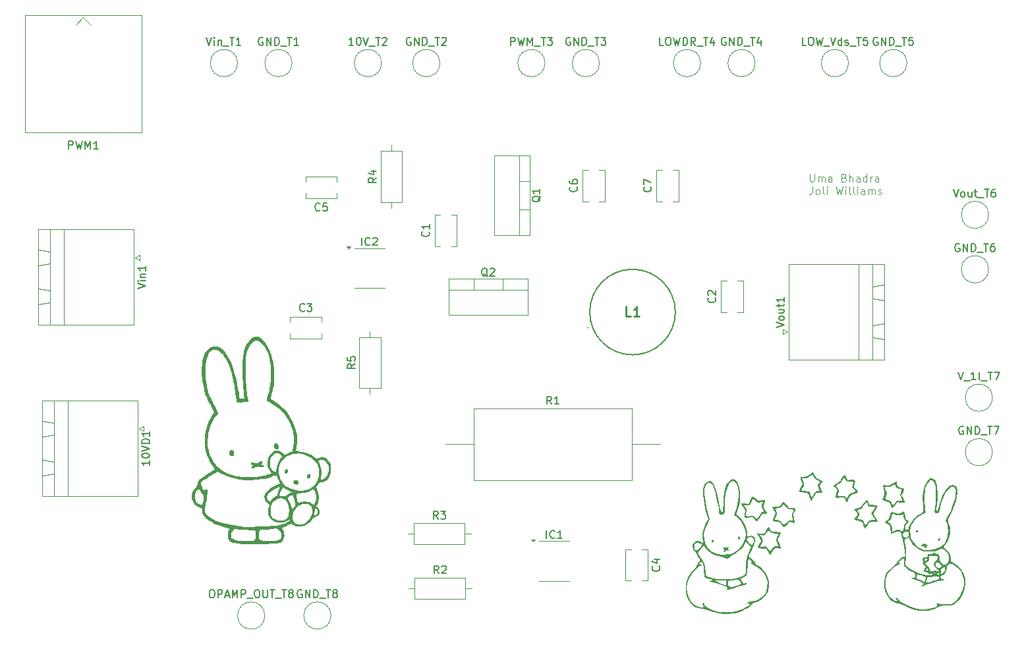
<source format=gto>
%TF.GenerationSoftware,KiCad,Pcbnew,9.0.4*%
%TF.CreationDate,2025-10-20T13:27:51-05:00*%
%TF.ProjectId,Lab 7 Custom PCB Buck Converter,4c616220-3720-4437-9573-746f6d205043,rev?*%
%TF.SameCoordinates,Original*%
%TF.FileFunction,Legend,Top*%
%TF.FilePolarity,Positive*%
%FSLAX46Y46*%
G04 Gerber Fmt 4.6, Leading zero omitted, Abs format (unit mm)*
G04 Created by KiCad (PCBNEW 9.0.4) date 2025-10-20 13:27:51*
%MOMM*%
%LPD*%
G01*
G04 APERTURE LIST*
%ADD10C,0.100000*%
%ADD11C,0.150000*%
%ADD12C,0.254000*%
%ADD13C,0.000000*%
%ADD14C,0.120000*%
%ADD15C,0.200000*%
G04 APERTURE END LIST*
D10*
X191303884Y-82262475D02*
X191303884Y-83071998D01*
X191303884Y-83071998D02*
X191351503Y-83167236D01*
X191351503Y-83167236D02*
X191399122Y-83214856D01*
X191399122Y-83214856D02*
X191494360Y-83262475D01*
X191494360Y-83262475D02*
X191684836Y-83262475D01*
X191684836Y-83262475D02*
X191780074Y-83214856D01*
X191780074Y-83214856D02*
X191827693Y-83167236D01*
X191827693Y-83167236D02*
X191875312Y-83071998D01*
X191875312Y-83071998D02*
X191875312Y-82262475D01*
X192351503Y-83262475D02*
X192351503Y-82595808D01*
X192351503Y-82691046D02*
X192399122Y-82643427D01*
X192399122Y-82643427D02*
X192494360Y-82595808D01*
X192494360Y-82595808D02*
X192637217Y-82595808D01*
X192637217Y-82595808D02*
X192732455Y-82643427D01*
X192732455Y-82643427D02*
X192780074Y-82738665D01*
X192780074Y-82738665D02*
X192780074Y-83262475D01*
X192780074Y-82738665D02*
X192827693Y-82643427D01*
X192827693Y-82643427D02*
X192922931Y-82595808D01*
X192922931Y-82595808D02*
X193065788Y-82595808D01*
X193065788Y-82595808D02*
X193161027Y-82643427D01*
X193161027Y-82643427D02*
X193208646Y-82738665D01*
X193208646Y-82738665D02*
X193208646Y-83262475D01*
X194113407Y-83262475D02*
X194113407Y-82738665D01*
X194113407Y-82738665D02*
X194065788Y-82643427D01*
X194065788Y-82643427D02*
X193970550Y-82595808D01*
X193970550Y-82595808D02*
X193780074Y-82595808D01*
X193780074Y-82595808D02*
X193684836Y-82643427D01*
X194113407Y-83214856D02*
X194018169Y-83262475D01*
X194018169Y-83262475D02*
X193780074Y-83262475D01*
X193780074Y-83262475D02*
X193684836Y-83214856D01*
X193684836Y-83214856D02*
X193637217Y-83119617D01*
X193637217Y-83119617D02*
X193637217Y-83024379D01*
X193637217Y-83024379D02*
X193684836Y-82929141D01*
X193684836Y-82929141D02*
X193780074Y-82881522D01*
X193780074Y-82881522D02*
X194018169Y-82881522D01*
X194018169Y-82881522D02*
X194113407Y-82833903D01*
X195684836Y-82738665D02*
X195827693Y-82786284D01*
X195827693Y-82786284D02*
X195875312Y-82833903D01*
X195875312Y-82833903D02*
X195922931Y-82929141D01*
X195922931Y-82929141D02*
X195922931Y-83071998D01*
X195922931Y-83071998D02*
X195875312Y-83167236D01*
X195875312Y-83167236D02*
X195827693Y-83214856D01*
X195827693Y-83214856D02*
X195732455Y-83262475D01*
X195732455Y-83262475D02*
X195351503Y-83262475D01*
X195351503Y-83262475D02*
X195351503Y-82262475D01*
X195351503Y-82262475D02*
X195684836Y-82262475D01*
X195684836Y-82262475D02*
X195780074Y-82310094D01*
X195780074Y-82310094D02*
X195827693Y-82357713D01*
X195827693Y-82357713D02*
X195875312Y-82452951D01*
X195875312Y-82452951D02*
X195875312Y-82548189D01*
X195875312Y-82548189D02*
X195827693Y-82643427D01*
X195827693Y-82643427D02*
X195780074Y-82691046D01*
X195780074Y-82691046D02*
X195684836Y-82738665D01*
X195684836Y-82738665D02*
X195351503Y-82738665D01*
X196351503Y-83262475D02*
X196351503Y-82262475D01*
X196780074Y-83262475D02*
X196780074Y-82738665D01*
X196780074Y-82738665D02*
X196732455Y-82643427D01*
X196732455Y-82643427D02*
X196637217Y-82595808D01*
X196637217Y-82595808D02*
X196494360Y-82595808D01*
X196494360Y-82595808D02*
X196399122Y-82643427D01*
X196399122Y-82643427D02*
X196351503Y-82691046D01*
X197684836Y-83262475D02*
X197684836Y-82738665D01*
X197684836Y-82738665D02*
X197637217Y-82643427D01*
X197637217Y-82643427D02*
X197541979Y-82595808D01*
X197541979Y-82595808D02*
X197351503Y-82595808D01*
X197351503Y-82595808D02*
X197256265Y-82643427D01*
X197684836Y-83214856D02*
X197589598Y-83262475D01*
X197589598Y-83262475D02*
X197351503Y-83262475D01*
X197351503Y-83262475D02*
X197256265Y-83214856D01*
X197256265Y-83214856D02*
X197208646Y-83119617D01*
X197208646Y-83119617D02*
X197208646Y-83024379D01*
X197208646Y-83024379D02*
X197256265Y-82929141D01*
X197256265Y-82929141D02*
X197351503Y-82881522D01*
X197351503Y-82881522D02*
X197589598Y-82881522D01*
X197589598Y-82881522D02*
X197684836Y-82833903D01*
X198589598Y-83262475D02*
X198589598Y-82262475D01*
X198589598Y-83214856D02*
X198494360Y-83262475D01*
X198494360Y-83262475D02*
X198303884Y-83262475D01*
X198303884Y-83262475D02*
X198208646Y-83214856D01*
X198208646Y-83214856D02*
X198161027Y-83167236D01*
X198161027Y-83167236D02*
X198113408Y-83071998D01*
X198113408Y-83071998D02*
X198113408Y-82786284D01*
X198113408Y-82786284D02*
X198161027Y-82691046D01*
X198161027Y-82691046D02*
X198208646Y-82643427D01*
X198208646Y-82643427D02*
X198303884Y-82595808D01*
X198303884Y-82595808D02*
X198494360Y-82595808D01*
X198494360Y-82595808D02*
X198589598Y-82643427D01*
X199065789Y-83262475D02*
X199065789Y-82595808D01*
X199065789Y-82786284D02*
X199113408Y-82691046D01*
X199113408Y-82691046D02*
X199161027Y-82643427D01*
X199161027Y-82643427D02*
X199256265Y-82595808D01*
X199256265Y-82595808D02*
X199351503Y-82595808D01*
X200113408Y-83262475D02*
X200113408Y-82738665D01*
X200113408Y-82738665D02*
X200065789Y-82643427D01*
X200065789Y-82643427D02*
X199970551Y-82595808D01*
X199970551Y-82595808D02*
X199780075Y-82595808D01*
X199780075Y-82595808D02*
X199684837Y-82643427D01*
X200113408Y-83214856D02*
X200018170Y-83262475D01*
X200018170Y-83262475D02*
X199780075Y-83262475D01*
X199780075Y-83262475D02*
X199684837Y-83214856D01*
X199684837Y-83214856D02*
X199637218Y-83119617D01*
X199637218Y-83119617D02*
X199637218Y-83024379D01*
X199637218Y-83024379D02*
X199684837Y-82929141D01*
X199684837Y-82929141D02*
X199780075Y-82881522D01*
X199780075Y-82881522D02*
X200018170Y-82881522D01*
X200018170Y-82881522D02*
X200113408Y-82833903D01*
X191589598Y-83872419D02*
X191589598Y-84586704D01*
X191589598Y-84586704D02*
X191541979Y-84729561D01*
X191541979Y-84729561D02*
X191446741Y-84824800D01*
X191446741Y-84824800D02*
X191303884Y-84872419D01*
X191303884Y-84872419D02*
X191208646Y-84872419D01*
X192208646Y-84872419D02*
X192113408Y-84824800D01*
X192113408Y-84824800D02*
X192065789Y-84777180D01*
X192065789Y-84777180D02*
X192018170Y-84681942D01*
X192018170Y-84681942D02*
X192018170Y-84396228D01*
X192018170Y-84396228D02*
X192065789Y-84300990D01*
X192065789Y-84300990D02*
X192113408Y-84253371D01*
X192113408Y-84253371D02*
X192208646Y-84205752D01*
X192208646Y-84205752D02*
X192351503Y-84205752D01*
X192351503Y-84205752D02*
X192446741Y-84253371D01*
X192446741Y-84253371D02*
X192494360Y-84300990D01*
X192494360Y-84300990D02*
X192541979Y-84396228D01*
X192541979Y-84396228D02*
X192541979Y-84681942D01*
X192541979Y-84681942D02*
X192494360Y-84777180D01*
X192494360Y-84777180D02*
X192446741Y-84824800D01*
X192446741Y-84824800D02*
X192351503Y-84872419D01*
X192351503Y-84872419D02*
X192208646Y-84872419D01*
X193113408Y-84872419D02*
X193018170Y-84824800D01*
X193018170Y-84824800D02*
X192970551Y-84729561D01*
X192970551Y-84729561D02*
X192970551Y-83872419D01*
X193494361Y-84872419D02*
X193494361Y-84205752D01*
X193494361Y-83872419D02*
X193446742Y-83920038D01*
X193446742Y-83920038D02*
X193494361Y-83967657D01*
X193494361Y-83967657D02*
X193541980Y-83920038D01*
X193541980Y-83920038D02*
X193494361Y-83872419D01*
X193494361Y-83872419D02*
X193494361Y-83967657D01*
X194637218Y-83872419D02*
X194875313Y-84872419D01*
X194875313Y-84872419D02*
X195065789Y-84158133D01*
X195065789Y-84158133D02*
X195256265Y-84872419D01*
X195256265Y-84872419D02*
X195494361Y-83872419D01*
X195875313Y-84872419D02*
X195875313Y-84205752D01*
X195875313Y-83872419D02*
X195827694Y-83920038D01*
X195827694Y-83920038D02*
X195875313Y-83967657D01*
X195875313Y-83967657D02*
X195922932Y-83920038D01*
X195922932Y-83920038D02*
X195875313Y-83872419D01*
X195875313Y-83872419D02*
X195875313Y-83967657D01*
X196494360Y-84872419D02*
X196399122Y-84824800D01*
X196399122Y-84824800D02*
X196351503Y-84729561D01*
X196351503Y-84729561D02*
X196351503Y-83872419D01*
X197018170Y-84872419D02*
X196922932Y-84824800D01*
X196922932Y-84824800D02*
X196875313Y-84729561D01*
X196875313Y-84729561D02*
X196875313Y-83872419D01*
X197399123Y-84872419D02*
X197399123Y-84205752D01*
X197399123Y-83872419D02*
X197351504Y-83920038D01*
X197351504Y-83920038D02*
X197399123Y-83967657D01*
X197399123Y-83967657D02*
X197446742Y-83920038D01*
X197446742Y-83920038D02*
X197399123Y-83872419D01*
X197399123Y-83872419D02*
X197399123Y-83967657D01*
X198303884Y-84872419D02*
X198303884Y-84348609D01*
X198303884Y-84348609D02*
X198256265Y-84253371D01*
X198256265Y-84253371D02*
X198161027Y-84205752D01*
X198161027Y-84205752D02*
X197970551Y-84205752D01*
X197970551Y-84205752D02*
X197875313Y-84253371D01*
X198303884Y-84824800D02*
X198208646Y-84872419D01*
X198208646Y-84872419D02*
X197970551Y-84872419D01*
X197970551Y-84872419D02*
X197875313Y-84824800D01*
X197875313Y-84824800D02*
X197827694Y-84729561D01*
X197827694Y-84729561D02*
X197827694Y-84634323D01*
X197827694Y-84634323D02*
X197875313Y-84539085D01*
X197875313Y-84539085D02*
X197970551Y-84491466D01*
X197970551Y-84491466D02*
X198208646Y-84491466D01*
X198208646Y-84491466D02*
X198303884Y-84443847D01*
X198780075Y-84872419D02*
X198780075Y-84205752D01*
X198780075Y-84300990D02*
X198827694Y-84253371D01*
X198827694Y-84253371D02*
X198922932Y-84205752D01*
X198922932Y-84205752D02*
X199065789Y-84205752D01*
X199065789Y-84205752D02*
X199161027Y-84253371D01*
X199161027Y-84253371D02*
X199208646Y-84348609D01*
X199208646Y-84348609D02*
X199208646Y-84872419D01*
X199208646Y-84348609D02*
X199256265Y-84253371D01*
X199256265Y-84253371D02*
X199351503Y-84205752D01*
X199351503Y-84205752D02*
X199494360Y-84205752D01*
X199494360Y-84205752D02*
X199589599Y-84253371D01*
X199589599Y-84253371D02*
X199637218Y-84348609D01*
X199637218Y-84348609D02*
X199637218Y-84872419D01*
X200065789Y-84824800D02*
X200161027Y-84872419D01*
X200161027Y-84872419D02*
X200351503Y-84872419D01*
X200351503Y-84872419D02*
X200446741Y-84824800D01*
X200446741Y-84824800D02*
X200494360Y-84729561D01*
X200494360Y-84729561D02*
X200494360Y-84681942D01*
X200494360Y-84681942D02*
X200446741Y-84586704D01*
X200446741Y-84586704D02*
X200351503Y-84539085D01*
X200351503Y-84539085D02*
X200208646Y-84539085D01*
X200208646Y-84539085D02*
X200113408Y-84491466D01*
X200113408Y-84491466D02*
X200065789Y-84396228D01*
X200065789Y-84396228D02*
X200065789Y-84348609D01*
X200065789Y-84348609D02*
X200113408Y-84253371D01*
X200113408Y-84253371D02*
X200208646Y-84205752D01*
X200208646Y-84205752D02*
X200351503Y-84205752D01*
X200351503Y-84205752D02*
X200446741Y-84253371D01*
D11*
X106432319Y-119095238D02*
X106432319Y-119666666D01*
X106432319Y-119380952D02*
X105432319Y-119380952D01*
X105432319Y-119380952D02*
X105575176Y-119476190D01*
X105575176Y-119476190D02*
X105670414Y-119571428D01*
X105670414Y-119571428D02*
X105718033Y-119666666D01*
X105432319Y-118476190D02*
X105432319Y-118380952D01*
X105432319Y-118380952D02*
X105479938Y-118285714D01*
X105479938Y-118285714D02*
X105527557Y-118238095D01*
X105527557Y-118238095D02*
X105622795Y-118190476D01*
X105622795Y-118190476D02*
X105813271Y-118142857D01*
X105813271Y-118142857D02*
X106051366Y-118142857D01*
X106051366Y-118142857D02*
X106241842Y-118190476D01*
X106241842Y-118190476D02*
X106337080Y-118238095D01*
X106337080Y-118238095D02*
X106384700Y-118285714D01*
X106384700Y-118285714D02*
X106432319Y-118380952D01*
X106432319Y-118380952D02*
X106432319Y-118476190D01*
X106432319Y-118476190D02*
X106384700Y-118571428D01*
X106384700Y-118571428D02*
X106337080Y-118619047D01*
X106337080Y-118619047D02*
X106241842Y-118666666D01*
X106241842Y-118666666D02*
X106051366Y-118714285D01*
X106051366Y-118714285D02*
X105813271Y-118714285D01*
X105813271Y-118714285D02*
X105622795Y-118666666D01*
X105622795Y-118666666D02*
X105527557Y-118619047D01*
X105527557Y-118619047D02*
X105479938Y-118571428D01*
X105479938Y-118571428D02*
X105432319Y-118476190D01*
X105432319Y-117857142D02*
X106432319Y-117523809D01*
X106432319Y-117523809D02*
X105432319Y-117190476D01*
X106432319Y-116857142D02*
X105432319Y-116857142D01*
X105432319Y-116857142D02*
X105432319Y-116619047D01*
X105432319Y-116619047D02*
X105479938Y-116476190D01*
X105479938Y-116476190D02*
X105575176Y-116380952D01*
X105575176Y-116380952D02*
X105670414Y-116333333D01*
X105670414Y-116333333D02*
X105860890Y-116285714D01*
X105860890Y-116285714D02*
X106003747Y-116285714D01*
X106003747Y-116285714D02*
X106194223Y-116333333D01*
X106194223Y-116333333D02*
X106289461Y-116380952D01*
X106289461Y-116380952D02*
X106384700Y-116476190D01*
X106384700Y-116476190D02*
X106432319Y-116619047D01*
X106432319Y-116619047D02*
X106432319Y-116857142D01*
X106432319Y-115333333D02*
X106432319Y-115904761D01*
X106432319Y-115619047D02*
X105432319Y-115619047D01*
X105432319Y-115619047D02*
X105575176Y-115714285D01*
X105575176Y-115714285D02*
X105670414Y-115809523D01*
X105670414Y-115809523D02*
X105718033Y-115904761D01*
X157448810Y-129054819D02*
X157448810Y-128054819D01*
X158496428Y-128959580D02*
X158448809Y-129007200D01*
X158448809Y-129007200D02*
X158305952Y-129054819D01*
X158305952Y-129054819D02*
X158210714Y-129054819D01*
X158210714Y-129054819D02*
X158067857Y-129007200D01*
X158067857Y-129007200D02*
X157972619Y-128911961D01*
X157972619Y-128911961D02*
X157925000Y-128816723D01*
X157925000Y-128816723D02*
X157877381Y-128626247D01*
X157877381Y-128626247D02*
X157877381Y-128483390D01*
X157877381Y-128483390D02*
X157925000Y-128292914D01*
X157925000Y-128292914D02*
X157972619Y-128197676D01*
X157972619Y-128197676D02*
X158067857Y-128102438D01*
X158067857Y-128102438D02*
X158210714Y-128054819D01*
X158210714Y-128054819D02*
X158305952Y-128054819D01*
X158305952Y-128054819D02*
X158448809Y-128102438D01*
X158448809Y-128102438D02*
X158496428Y-128150057D01*
X159448809Y-129054819D02*
X158877381Y-129054819D01*
X159163095Y-129054819D02*
X159163095Y-128054819D01*
X159163095Y-128054819D02*
X159067857Y-128197676D01*
X159067857Y-128197676D02*
X158972619Y-128292914D01*
X158972619Y-128292914D02*
X158877381Y-128340533D01*
X171909580Y-132666666D02*
X171957200Y-132714285D01*
X171957200Y-132714285D02*
X172004819Y-132857142D01*
X172004819Y-132857142D02*
X172004819Y-132952380D01*
X172004819Y-132952380D02*
X171957200Y-133095237D01*
X171957200Y-133095237D02*
X171861961Y-133190475D01*
X171861961Y-133190475D02*
X171766723Y-133238094D01*
X171766723Y-133238094D02*
X171576247Y-133285713D01*
X171576247Y-133285713D02*
X171433390Y-133285713D01*
X171433390Y-133285713D02*
X171242914Y-133238094D01*
X171242914Y-133238094D02*
X171147676Y-133190475D01*
X171147676Y-133190475D02*
X171052438Y-133095237D01*
X171052438Y-133095237D02*
X171004819Y-132952380D01*
X171004819Y-132952380D02*
X171004819Y-132857142D01*
X171004819Y-132857142D02*
X171052438Y-132714285D01*
X171052438Y-132714285D02*
X171100057Y-132666666D01*
X171338152Y-131809523D02*
X172004819Y-131809523D01*
X170957200Y-132047618D02*
X171671485Y-132285713D01*
X171671485Y-132285713D02*
X171671485Y-131666666D01*
X128333333Y-86909580D02*
X128285714Y-86957200D01*
X128285714Y-86957200D02*
X128142857Y-87004819D01*
X128142857Y-87004819D02*
X128047619Y-87004819D01*
X128047619Y-87004819D02*
X127904762Y-86957200D01*
X127904762Y-86957200D02*
X127809524Y-86861961D01*
X127809524Y-86861961D02*
X127761905Y-86766723D01*
X127761905Y-86766723D02*
X127714286Y-86576247D01*
X127714286Y-86576247D02*
X127714286Y-86433390D01*
X127714286Y-86433390D02*
X127761905Y-86242914D01*
X127761905Y-86242914D02*
X127809524Y-86147676D01*
X127809524Y-86147676D02*
X127904762Y-86052438D01*
X127904762Y-86052438D02*
X128047619Y-86004819D01*
X128047619Y-86004819D02*
X128142857Y-86004819D01*
X128142857Y-86004819D02*
X128285714Y-86052438D01*
X128285714Y-86052438D02*
X128333333Y-86100057D01*
X129238095Y-86004819D02*
X128761905Y-86004819D01*
X128761905Y-86004819D02*
X128714286Y-86481009D01*
X128714286Y-86481009D02*
X128761905Y-86433390D01*
X128761905Y-86433390D02*
X128857143Y-86385771D01*
X128857143Y-86385771D02*
X129095238Y-86385771D01*
X129095238Y-86385771D02*
X129190476Y-86433390D01*
X129190476Y-86433390D02*
X129238095Y-86481009D01*
X129238095Y-86481009D02*
X129285714Y-86576247D01*
X129285714Y-86576247D02*
X129285714Y-86814342D01*
X129285714Y-86814342D02*
X129238095Y-86909580D01*
X129238095Y-86909580D02*
X129190476Y-86957200D01*
X129190476Y-86957200D02*
X129095238Y-87004819D01*
X129095238Y-87004819D02*
X128857143Y-87004819D01*
X128857143Y-87004819D02*
X128761905Y-86957200D01*
X128761905Y-86957200D02*
X128714286Y-86909580D01*
X104932319Y-96999999D02*
X105932319Y-96666666D01*
X105932319Y-96666666D02*
X104932319Y-96333333D01*
X105932319Y-95999999D02*
X105265652Y-95999999D01*
X104932319Y-95999999D02*
X104979938Y-96047618D01*
X104979938Y-96047618D02*
X105027557Y-95999999D01*
X105027557Y-95999999D02*
X104979938Y-95952380D01*
X104979938Y-95952380D02*
X104932319Y-95999999D01*
X104932319Y-95999999D02*
X105027557Y-95999999D01*
X105265652Y-95523809D02*
X105932319Y-95523809D01*
X105360890Y-95523809D02*
X105313271Y-95476190D01*
X105313271Y-95476190D02*
X105265652Y-95380952D01*
X105265652Y-95380952D02*
X105265652Y-95238095D01*
X105265652Y-95238095D02*
X105313271Y-95142857D01*
X105313271Y-95142857D02*
X105408509Y-95095238D01*
X105408509Y-95095238D02*
X105932319Y-95095238D01*
X105932319Y-94095238D02*
X105932319Y-94666666D01*
X105932319Y-94380952D02*
X104932319Y-94380952D01*
X104932319Y-94380952D02*
X105075176Y-94476190D01*
X105075176Y-94476190D02*
X105170414Y-94571428D01*
X105170414Y-94571428D02*
X105218033Y-94666666D01*
X156700057Y-85095238D02*
X156652438Y-85190476D01*
X156652438Y-85190476D02*
X156557200Y-85285714D01*
X156557200Y-85285714D02*
X156414342Y-85428571D01*
X156414342Y-85428571D02*
X156366723Y-85523809D01*
X156366723Y-85523809D02*
X156366723Y-85619047D01*
X156604819Y-85571428D02*
X156557200Y-85666666D01*
X156557200Y-85666666D02*
X156461961Y-85761904D01*
X156461961Y-85761904D02*
X156271485Y-85809523D01*
X156271485Y-85809523D02*
X155938152Y-85809523D01*
X155938152Y-85809523D02*
X155747676Y-85761904D01*
X155747676Y-85761904D02*
X155652438Y-85666666D01*
X155652438Y-85666666D02*
X155604819Y-85571428D01*
X155604819Y-85571428D02*
X155604819Y-85380952D01*
X155604819Y-85380952D02*
X155652438Y-85285714D01*
X155652438Y-85285714D02*
X155747676Y-85190476D01*
X155747676Y-85190476D02*
X155938152Y-85142857D01*
X155938152Y-85142857D02*
X156271485Y-85142857D01*
X156271485Y-85142857D02*
X156461961Y-85190476D01*
X156461961Y-85190476D02*
X156557200Y-85285714D01*
X156557200Y-85285714D02*
X156604819Y-85380952D01*
X156604819Y-85380952D02*
X156604819Y-85571428D01*
X156604819Y-84190476D02*
X156604819Y-84761904D01*
X156604819Y-84476190D02*
X155604819Y-84476190D01*
X155604819Y-84476190D02*
X155747676Y-84571428D01*
X155747676Y-84571428D02*
X155842914Y-84666666D01*
X155842914Y-84666666D02*
X155890533Y-84761904D01*
X210999999Y-114752438D02*
X210904761Y-114704819D01*
X210904761Y-114704819D02*
X210761904Y-114704819D01*
X210761904Y-114704819D02*
X210619047Y-114752438D01*
X210619047Y-114752438D02*
X210523809Y-114847676D01*
X210523809Y-114847676D02*
X210476190Y-114942914D01*
X210476190Y-114942914D02*
X210428571Y-115133390D01*
X210428571Y-115133390D02*
X210428571Y-115276247D01*
X210428571Y-115276247D02*
X210476190Y-115466723D01*
X210476190Y-115466723D02*
X210523809Y-115561961D01*
X210523809Y-115561961D02*
X210619047Y-115657200D01*
X210619047Y-115657200D02*
X210761904Y-115704819D01*
X210761904Y-115704819D02*
X210857142Y-115704819D01*
X210857142Y-115704819D02*
X210999999Y-115657200D01*
X210999999Y-115657200D02*
X211047618Y-115609580D01*
X211047618Y-115609580D02*
X211047618Y-115276247D01*
X211047618Y-115276247D02*
X210857142Y-115276247D01*
X211476190Y-115704819D02*
X211476190Y-114704819D01*
X211476190Y-114704819D02*
X212047618Y-115704819D01*
X212047618Y-115704819D02*
X212047618Y-114704819D01*
X212523809Y-115704819D02*
X212523809Y-114704819D01*
X212523809Y-114704819D02*
X212761904Y-114704819D01*
X212761904Y-114704819D02*
X212904761Y-114752438D01*
X212904761Y-114752438D02*
X212999999Y-114847676D01*
X212999999Y-114847676D02*
X213047618Y-114942914D01*
X213047618Y-114942914D02*
X213095237Y-115133390D01*
X213095237Y-115133390D02*
X213095237Y-115276247D01*
X213095237Y-115276247D02*
X213047618Y-115466723D01*
X213047618Y-115466723D02*
X212999999Y-115561961D01*
X212999999Y-115561961D02*
X212904761Y-115657200D01*
X212904761Y-115657200D02*
X212761904Y-115704819D01*
X212761904Y-115704819D02*
X212523809Y-115704819D01*
X213285714Y-115800057D02*
X214047618Y-115800057D01*
X214142857Y-114704819D02*
X214714285Y-114704819D01*
X214428571Y-115704819D02*
X214428571Y-114704819D01*
X214952381Y-114704819D02*
X215619047Y-114704819D01*
X215619047Y-114704819D02*
X215190476Y-115704819D01*
X113738095Y-64704819D02*
X114071428Y-65704819D01*
X114071428Y-65704819D02*
X114404761Y-64704819D01*
X114738095Y-65704819D02*
X114738095Y-65038152D01*
X114738095Y-64704819D02*
X114690476Y-64752438D01*
X114690476Y-64752438D02*
X114738095Y-64800057D01*
X114738095Y-64800057D02*
X114785714Y-64752438D01*
X114785714Y-64752438D02*
X114738095Y-64704819D01*
X114738095Y-64704819D02*
X114738095Y-64800057D01*
X115214285Y-65038152D02*
X115214285Y-65704819D01*
X115214285Y-65133390D02*
X115261904Y-65085771D01*
X115261904Y-65085771D02*
X115357142Y-65038152D01*
X115357142Y-65038152D02*
X115499999Y-65038152D01*
X115499999Y-65038152D02*
X115595237Y-65085771D01*
X115595237Y-65085771D02*
X115642856Y-65181009D01*
X115642856Y-65181009D02*
X115642856Y-65704819D01*
X115880952Y-65800057D02*
X116642856Y-65800057D01*
X116738095Y-64704819D02*
X117309523Y-64704819D01*
X117023809Y-65704819D02*
X117023809Y-64704819D01*
X118166666Y-65704819D02*
X117595238Y-65704819D01*
X117880952Y-65704819D02*
X117880952Y-64704819D01*
X117880952Y-64704819D02*
X117785714Y-64847676D01*
X117785714Y-64847676D02*
X117690476Y-64942914D01*
X117690476Y-64942914D02*
X117595238Y-64990533D01*
X210499999Y-91252438D02*
X210404761Y-91204819D01*
X210404761Y-91204819D02*
X210261904Y-91204819D01*
X210261904Y-91204819D02*
X210119047Y-91252438D01*
X210119047Y-91252438D02*
X210023809Y-91347676D01*
X210023809Y-91347676D02*
X209976190Y-91442914D01*
X209976190Y-91442914D02*
X209928571Y-91633390D01*
X209928571Y-91633390D02*
X209928571Y-91776247D01*
X209928571Y-91776247D02*
X209976190Y-91966723D01*
X209976190Y-91966723D02*
X210023809Y-92061961D01*
X210023809Y-92061961D02*
X210119047Y-92157200D01*
X210119047Y-92157200D02*
X210261904Y-92204819D01*
X210261904Y-92204819D02*
X210357142Y-92204819D01*
X210357142Y-92204819D02*
X210499999Y-92157200D01*
X210499999Y-92157200D02*
X210547618Y-92109580D01*
X210547618Y-92109580D02*
X210547618Y-91776247D01*
X210547618Y-91776247D02*
X210357142Y-91776247D01*
X210976190Y-92204819D02*
X210976190Y-91204819D01*
X210976190Y-91204819D02*
X211547618Y-92204819D01*
X211547618Y-92204819D02*
X211547618Y-91204819D01*
X212023809Y-92204819D02*
X212023809Y-91204819D01*
X212023809Y-91204819D02*
X212261904Y-91204819D01*
X212261904Y-91204819D02*
X212404761Y-91252438D01*
X212404761Y-91252438D02*
X212499999Y-91347676D01*
X212499999Y-91347676D02*
X212547618Y-91442914D01*
X212547618Y-91442914D02*
X212595237Y-91633390D01*
X212595237Y-91633390D02*
X212595237Y-91776247D01*
X212595237Y-91776247D02*
X212547618Y-91966723D01*
X212547618Y-91966723D02*
X212499999Y-92061961D01*
X212499999Y-92061961D02*
X212404761Y-92157200D01*
X212404761Y-92157200D02*
X212261904Y-92204819D01*
X212261904Y-92204819D02*
X212023809Y-92204819D01*
X212785714Y-92300057D02*
X213547618Y-92300057D01*
X213642857Y-91204819D02*
X214214285Y-91204819D01*
X213928571Y-92204819D02*
X213928571Y-91204819D01*
X214976190Y-91204819D02*
X214785714Y-91204819D01*
X214785714Y-91204819D02*
X214690476Y-91252438D01*
X214690476Y-91252438D02*
X214642857Y-91300057D01*
X214642857Y-91300057D02*
X214547619Y-91442914D01*
X214547619Y-91442914D02*
X214500000Y-91633390D01*
X214500000Y-91633390D02*
X214500000Y-92014342D01*
X214500000Y-92014342D02*
X214547619Y-92109580D01*
X214547619Y-92109580D02*
X214595238Y-92157200D01*
X214595238Y-92157200D02*
X214690476Y-92204819D01*
X214690476Y-92204819D02*
X214880952Y-92204819D01*
X214880952Y-92204819D02*
X214976190Y-92157200D01*
X214976190Y-92157200D02*
X215023809Y-92109580D01*
X215023809Y-92109580D02*
X215071428Y-92014342D01*
X215071428Y-92014342D02*
X215071428Y-91776247D01*
X215071428Y-91776247D02*
X215023809Y-91681009D01*
X215023809Y-91681009D02*
X214976190Y-91633390D01*
X214976190Y-91633390D02*
X214880952Y-91585771D01*
X214880952Y-91585771D02*
X214690476Y-91585771D01*
X214690476Y-91585771D02*
X214595238Y-91633390D01*
X214595238Y-91633390D02*
X214547619Y-91681009D01*
X214547619Y-91681009D02*
X214500000Y-91776247D01*
X179087080Y-98166666D02*
X179134700Y-98214285D01*
X179134700Y-98214285D02*
X179182319Y-98357142D01*
X179182319Y-98357142D02*
X179182319Y-98452380D01*
X179182319Y-98452380D02*
X179134700Y-98595237D01*
X179134700Y-98595237D02*
X179039461Y-98690475D01*
X179039461Y-98690475D02*
X178944223Y-98738094D01*
X178944223Y-98738094D02*
X178753747Y-98785713D01*
X178753747Y-98785713D02*
X178610890Y-98785713D01*
X178610890Y-98785713D02*
X178420414Y-98738094D01*
X178420414Y-98738094D02*
X178325176Y-98690475D01*
X178325176Y-98690475D02*
X178229938Y-98595237D01*
X178229938Y-98595237D02*
X178182319Y-98452380D01*
X178182319Y-98452380D02*
X178182319Y-98357142D01*
X178182319Y-98357142D02*
X178229938Y-98214285D01*
X178229938Y-98214285D02*
X178277557Y-98166666D01*
X178277557Y-97785713D02*
X178229938Y-97738094D01*
X178229938Y-97738094D02*
X178182319Y-97642856D01*
X178182319Y-97642856D02*
X178182319Y-97404761D01*
X178182319Y-97404761D02*
X178229938Y-97309523D01*
X178229938Y-97309523D02*
X178277557Y-97261904D01*
X178277557Y-97261904D02*
X178372795Y-97214285D01*
X178372795Y-97214285D02*
X178468033Y-97214285D01*
X178468033Y-97214285D02*
X178610890Y-97261904D01*
X178610890Y-97261904D02*
X179182319Y-97833332D01*
X179182319Y-97833332D02*
X179182319Y-97214285D01*
X170809580Y-83916666D02*
X170857200Y-83964285D01*
X170857200Y-83964285D02*
X170904819Y-84107142D01*
X170904819Y-84107142D02*
X170904819Y-84202380D01*
X170904819Y-84202380D02*
X170857200Y-84345237D01*
X170857200Y-84345237D02*
X170761961Y-84440475D01*
X170761961Y-84440475D02*
X170666723Y-84488094D01*
X170666723Y-84488094D02*
X170476247Y-84535713D01*
X170476247Y-84535713D02*
X170333390Y-84535713D01*
X170333390Y-84535713D02*
X170142914Y-84488094D01*
X170142914Y-84488094D02*
X170047676Y-84440475D01*
X170047676Y-84440475D02*
X169952438Y-84345237D01*
X169952438Y-84345237D02*
X169904819Y-84202380D01*
X169904819Y-84202380D02*
X169904819Y-84107142D01*
X169904819Y-84107142D02*
X169952438Y-83964285D01*
X169952438Y-83964285D02*
X170000057Y-83916666D01*
X169904819Y-83583332D02*
X169904819Y-82916666D01*
X169904819Y-82916666D02*
X170904819Y-83345237D01*
X132642856Y-65704819D02*
X132071428Y-65704819D01*
X132357142Y-65704819D02*
X132357142Y-64704819D01*
X132357142Y-64704819D02*
X132261904Y-64847676D01*
X132261904Y-64847676D02*
X132166666Y-64942914D01*
X132166666Y-64942914D02*
X132071428Y-64990533D01*
X133261904Y-64704819D02*
X133357142Y-64704819D01*
X133357142Y-64704819D02*
X133452380Y-64752438D01*
X133452380Y-64752438D02*
X133499999Y-64800057D01*
X133499999Y-64800057D02*
X133547618Y-64895295D01*
X133547618Y-64895295D02*
X133595237Y-65085771D01*
X133595237Y-65085771D02*
X133595237Y-65323866D01*
X133595237Y-65323866D02*
X133547618Y-65514342D01*
X133547618Y-65514342D02*
X133499999Y-65609580D01*
X133499999Y-65609580D02*
X133452380Y-65657200D01*
X133452380Y-65657200D02*
X133357142Y-65704819D01*
X133357142Y-65704819D02*
X133261904Y-65704819D01*
X133261904Y-65704819D02*
X133166666Y-65657200D01*
X133166666Y-65657200D02*
X133119047Y-65609580D01*
X133119047Y-65609580D02*
X133071428Y-65514342D01*
X133071428Y-65514342D02*
X133023809Y-65323866D01*
X133023809Y-65323866D02*
X133023809Y-65085771D01*
X133023809Y-65085771D02*
X133071428Y-64895295D01*
X133071428Y-64895295D02*
X133119047Y-64800057D01*
X133119047Y-64800057D02*
X133166666Y-64752438D01*
X133166666Y-64752438D02*
X133261904Y-64704819D01*
X133880952Y-64704819D02*
X134214285Y-65704819D01*
X134214285Y-65704819D02*
X134547618Y-64704819D01*
X134642857Y-65800057D02*
X135404761Y-65800057D01*
X135500000Y-64704819D02*
X136071428Y-64704819D01*
X135785714Y-65704819D02*
X135785714Y-64704819D01*
X136357143Y-64800057D02*
X136404762Y-64752438D01*
X136404762Y-64752438D02*
X136500000Y-64704819D01*
X136500000Y-64704819D02*
X136738095Y-64704819D01*
X136738095Y-64704819D02*
X136833333Y-64752438D01*
X136833333Y-64752438D02*
X136880952Y-64800057D01*
X136880952Y-64800057D02*
X136928571Y-64895295D01*
X136928571Y-64895295D02*
X136928571Y-64990533D01*
X136928571Y-64990533D02*
X136880952Y-65133390D01*
X136880952Y-65133390D02*
X136309524Y-65704819D01*
X136309524Y-65704819D02*
X136928571Y-65704819D01*
X199999999Y-64752438D02*
X199904761Y-64704819D01*
X199904761Y-64704819D02*
X199761904Y-64704819D01*
X199761904Y-64704819D02*
X199619047Y-64752438D01*
X199619047Y-64752438D02*
X199523809Y-64847676D01*
X199523809Y-64847676D02*
X199476190Y-64942914D01*
X199476190Y-64942914D02*
X199428571Y-65133390D01*
X199428571Y-65133390D02*
X199428571Y-65276247D01*
X199428571Y-65276247D02*
X199476190Y-65466723D01*
X199476190Y-65466723D02*
X199523809Y-65561961D01*
X199523809Y-65561961D02*
X199619047Y-65657200D01*
X199619047Y-65657200D02*
X199761904Y-65704819D01*
X199761904Y-65704819D02*
X199857142Y-65704819D01*
X199857142Y-65704819D02*
X199999999Y-65657200D01*
X199999999Y-65657200D02*
X200047618Y-65609580D01*
X200047618Y-65609580D02*
X200047618Y-65276247D01*
X200047618Y-65276247D02*
X199857142Y-65276247D01*
X200476190Y-65704819D02*
X200476190Y-64704819D01*
X200476190Y-64704819D02*
X201047618Y-65704819D01*
X201047618Y-65704819D02*
X201047618Y-64704819D01*
X201523809Y-65704819D02*
X201523809Y-64704819D01*
X201523809Y-64704819D02*
X201761904Y-64704819D01*
X201761904Y-64704819D02*
X201904761Y-64752438D01*
X201904761Y-64752438D02*
X201999999Y-64847676D01*
X201999999Y-64847676D02*
X202047618Y-64942914D01*
X202047618Y-64942914D02*
X202095237Y-65133390D01*
X202095237Y-65133390D02*
X202095237Y-65276247D01*
X202095237Y-65276247D02*
X202047618Y-65466723D01*
X202047618Y-65466723D02*
X201999999Y-65561961D01*
X201999999Y-65561961D02*
X201904761Y-65657200D01*
X201904761Y-65657200D02*
X201761904Y-65704819D01*
X201761904Y-65704819D02*
X201523809Y-65704819D01*
X202285714Y-65800057D02*
X203047618Y-65800057D01*
X203142857Y-64704819D02*
X203714285Y-64704819D01*
X203428571Y-65704819D02*
X203428571Y-64704819D01*
X204523809Y-64704819D02*
X204047619Y-64704819D01*
X204047619Y-64704819D02*
X204000000Y-65181009D01*
X204000000Y-65181009D02*
X204047619Y-65133390D01*
X204047619Y-65133390D02*
X204142857Y-65085771D01*
X204142857Y-65085771D02*
X204380952Y-65085771D01*
X204380952Y-65085771D02*
X204476190Y-65133390D01*
X204476190Y-65133390D02*
X204523809Y-65181009D01*
X204523809Y-65181009D02*
X204571428Y-65276247D01*
X204571428Y-65276247D02*
X204571428Y-65514342D01*
X204571428Y-65514342D02*
X204523809Y-65609580D01*
X204523809Y-65609580D02*
X204476190Y-65657200D01*
X204476190Y-65657200D02*
X204380952Y-65704819D01*
X204380952Y-65704819D02*
X204142857Y-65704819D01*
X204142857Y-65704819D02*
X204047619Y-65657200D01*
X204047619Y-65657200D02*
X204000000Y-65609580D01*
X135584819Y-82746666D02*
X135108628Y-83079999D01*
X135584819Y-83318094D02*
X134584819Y-83318094D01*
X134584819Y-83318094D02*
X134584819Y-82937142D01*
X134584819Y-82937142D02*
X134632438Y-82841904D01*
X134632438Y-82841904D02*
X134680057Y-82794285D01*
X134680057Y-82794285D02*
X134775295Y-82746666D01*
X134775295Y-82746666D02*
X134918152Y-82746666D01*
X134918152Y-82746666D02*
X135013390Y-82794285D01*
X135013390Y-82794285D02*
X135061009Y-82841904D01*
X135061009Y-82841904D02*
X135108628Y-82937142D01*
X135108628Y-82937142D02*
X135108628Y-83318094D01*
X134918152Y-81889523D02*
X135584819Y-81889523D01*
X134537200Y-82127618D02*
X135251485Y-82365713D01*
X135251485Y-82365713D02*
X135251485Y-81746666D01*
X190809523Y-65704819D02*
X190333333Y-65704819D01*
X190333333Y-65704819D02*
X190333333Y-64704819D01*
X191333333Y-64704819D02*
X191523809Y-64704819D01*
X191523809Y-64704819D02*
X191619047Y-64752438D01*
X191619047Y-64752438D02*
X191714285Y-64847676D01*
X191714285Y-64847676D02*
X191761904Y-65038152D01*
X191761904Y-65038152D02*
X191761904Y-65371485D01*
X191761904Y-65371485D02*
X191714285Y-65561961D01*
X191714285Y-65561961D02*
X191619047Y-65657200D01*
X191619047Y-65657200D02*
X191523809Y-65704819D01*
X191523809Y-65704819D02*
X191333333Y-65704819D01*
X191333333Y-65704819D02*
X191238095Y-65657200D01*
X191238095Y-65657200D02*
X191142857Y-65561961D01*
X191142857Y-65561961D02*
X191095238Y-65371485D01*
X191095238Y-65371485D02*
X191095238Y-65038152D01*
X191095238Y-65038152D02*
X191142857Y-64847676D01*
X191142857Y-64847676D02*
X191238095Y-64752438D01*
X191238095Y-64752438D02*
X191333333Y-64704819D01*
X192095238Y-64704819D02*
X192333333Y-65704819D01*
X192333333Y-65704819D02*
X192523809Y-64990533D01*
X192523809Y-64990533D02*
X192714285Y-65704819D01*
X192714285Y-65704819D02*
X192952381Y-64704819D01*
X193095238Y-65800057D02*
X193857142Y-65800057D01*
X193952381Y-64704819D02*
X194285714Y-65704819D01*
X194285714Y-65704819D02*
X194619047Y-64704819D01*
X195380952Y-65704819D02*
X195380952Y-64704819D01*
X195380952Y-65657200D02*
X195285714Y-65704819D01*
X195285714Y-65704819D02*
X195095238Y-65704819D01*
X195095238Y-65704819D02*
X195000000Y-65657200D01*
X195000000Y-65657200D02*
X194952381Y-65609580D01*
X194952381Y-65609580D02*
X194904762Y-65514342D01*
X194904762Y-65514342D02*
X194904762Y-65228628D01*
X194904762Y-65228628D02*
X194952381Y-65133390D01*
X194952381Y-65133390D02*
X195000000Y-65085771D01*
X195000000Y-65085771D02*
X195095238Y-65038152D01*
X195095238Y-65038152D02*
X195285714Y-65038152D01*
X195285714Y-65038152D02*
X195380952Y-65085771D01*
X195809524Y-65657200D02*
X195904762Y-65704819D01*
X195904762Y-65704819D02*
X196095238Y-65704819D01*
X196095238Y-65704819D02*
X196190476Y-65657200D01*
X196190476Y-65657200D02*
X196238095Y-65561961D01*
X196238095Y-65561961D02*
X196238095Y-65514342D01*
X196238095Y-65514342D02*
X196190476Y-65419104D01*
X196190476Y-65419104D02*
X196095238Y-65371485D01*
X196095238Y-65371485D02*
X195952381Y-65371485D01*
X195952381Y-65371485D02*
X195857143Y-65323866D01*
X195857143Y-65323866D02*
X195809524Y-65228628D01*
X195809524Y-65228628D02*
X195809524Y-65181009D01*
X195809524Y-65181009D02*
X195857143Y-65085771D01*
X195857143Y-65085771D02*
X195952381Y-65038152D01*
X195952381Y-65038152D02*
X196095238Y-65038152D01*
X196095238Y-65038152D02*
X196190476Y-65085771D01*
X196428572Y-65800057D02*
X197190476Y-65800057D01*
X197285715Y-64704819D02*
X197857143Y-64704819D01*
X197571429Y-65704819D02*
X197571429Y-64704819D01*
X198666667Y-64704819D02*
X198190477Y-64704819D01*
X198190477Y-64704819D02*
X198142858Y-65181009D01*
X198142858Y-65181009D02*
X198190477Y-65133390D01*
X198190477Y-65133390D02*
X198285715Y-65085771D01*
X198285715Y-65085771D02*
X198523810Y-65085771D01*
X198523810Y-65085771D02*
X198619048Y-65133390D01*
X198619048Y-65133390D02*
X198666667Y-65181009D01*
X198666667Y-65181009D02*
X198714286Y-65276247D01*
X198714286Y-65276247D02*
X198714286Y-65514342D01*
X198714286Y-65514342D02*
X198666667Y-65609580D01*
X198666667Y-65609580D02*
X198619048Y-65657200D01*
X198619048Y-65657200D02*
X198523810Y-65704819D01*
X198523810Y-65704819D02*
X198285715Y-65704819D01*
X198285715Y-65704819D02*
X198190477Y-65657200D01*
X198190477Y-65657200D02*
X198142858Y-65609580D01*
X186977319Y-101999999D02*
X187977319Y-101666666D01*
X187977319Y-101666666D02*
X186977319Y-101333333D01*
X187977319Y-100857142D02*
X187929700Y-100952380D01*
X187929700Y-100952380D02*
X187882080Y-100999999D01*
X187882080Y-100999999D02*
X187786842Y-101047618D01*
X187786842Y-101047618D02*
X187501128Y-101047618D01*
X187501128Y-101047618D02*
X187405890Y-100999999D01*
X187405890Y-100999999D02*
X187358271Y-100952380D01*
X187358271Y-100952380D02*
X187310652Y-100857142D01*
X187310652Y-100857142D02*
X187310652Y-100714285D01*
X187310652Y-100714285D02*
X187358271Y-100619047D01*
X187358271Y-100619047D02*
X187405890Y-100571428D01*
X187405890Y-100571428D02*
X187501128Y-100523809D01*
X187501128Y-100523809D02*
X187786842Y-100523809D01*
X187786842Y-100523809D02*
X187882080Y-100571428D01*
X187882080Y-100571428D02*
X187929700Y-100619047D01*
X187929700Y-100619047D02*
X187977319Y-100714285D01*
X187977319Y-100714285D02*
X187977319Y-100857142D01*
X187310652Y-99666666D02*
X187977319Y-99666666D01*
X187310652Y-100095237D02*
X187834461Y-100095237D01*
X187834461Y-100095237D02*
X187929700Y-100047618D01*
X187929700Y-100047618D02*
X187977319Y-99952380D01*
X187977319Y-99952380D02*
X187977319Y-99809523D01*
X187977319Y-99809523D02*
X187929700Y-99714285D01*
X187929700Y-99714285D02*
X187882080Y-99666666D01*
X187310652Y-99333332D02*
X187310652Y-98952380D01*
X186977319Y-99190475D02*
X187834461Y-99190475D01*
X187834461Y-99190475D02*
X187929700Y-99142856D01*
X187929700Y-99142856D02*
X187977319Y-99047618D01*
X187977319Y-99047618D02*
X187977319Y-98952380D01*
X187977319Y-98095237D02*
X187977319Y-98666665D01*
X187977319Y-98380951D02*
X186977319Y-98380951D01*
X186977319Y-98380951D02*
X187120176Y-98476189D01*
X187120176Y-98476189D02*
X187215414Y-98571427D01*
X187215414Y-98571427D02*
X187263033Y-98666665D01*
X114357142Y-135704819D02*
X114547618Y-135704819D01*
X114547618Y-135704819D02*
X114642856Y-135752438D01*
X114642856Y-135752438D02*
X114738094Y-135847676D01*
X114738094Y-135847676D02*
X114785713Y-136038152D01*
X114785713Y-136038152D02*
X114785713Y-136371485D01*
X114785713Y-136371485D02*
X114738094Y-136561961D01*
X114738094Y-136561961D02*
X114642856Y-136657200D01*
X114642856Y-136657200D02*
X114547618Y-136704819D01*
X114547618Y-136704819D02*
X114357142Y-136704819D01*
X114357142Y-136704819D02*
X114261904Y-136657200D01*
X114261904Y-136657200D02*
X114166666Y-136561961D01*
X114166666Y-136561961D02*
X114119047Y-136371485D01*
X114119047Y-136371485D02*
X114119047Y-136038152D01*
X114119047Y-136038152D02*
X114166666Y-135847676D01*
X114166666Y-135847676D02*
X114261904Y-135752438D01*
X114261904Y-135752438D02*
X114357142Y-135704819D01*
X115214285Y-136704819D02*
X115214285Y-135704819D01*
X115214285Y-135704819D02*
X115595237Y-135704819D01*
X115595237Y-135704819D02*
X115690475Y-135752438D01*
X115690475Y-135752438D02*
X115738094Y-135800057D01*
X115738094Y-135800057D02*
X115785713Y-135895295D01*
X115785713Y-135895295D02*
X115785713Y-136038152D01*
X115785713Y-136038152D02*
X115738094Y-136133390D01*
X115738094Y-136133390D02*
X115690475Y-136181009D01*
X115690475Y-136181009D02*
X115595237Y-136228628D01*
X115595237Y-136228628D02*
X115214285Y-136228628D01*
X116166666Y-136419104D02*
X116642856Y-136419104D01*
X116071428Y-136704819D02*
X116404761Y-135704819D01*
X116404761Y-135704819D02*
X116738094Y-136704819D01*
X117071428Y-136704819D02*
X117071428Y-135704819D01*
X117071428Y-135704819D02*
X117404761Y-136419104D01*
X117404761Y-136419104D02*
X117738094Y-135704819D01*
X117738094Y-135704819D02*
X117738094Y-136704819D01*
X118214285Y-136704819D02*
X118214285Y-135704819D01*
X118214285Y-135704819D02*
X118595237Y-135704819D01*
X118595237Y-135704819D02*
X118690475Y-135752438D01*
X118690475Y-135752438D02*
X118738094Y-135800057D01*
X118738094Y-135800057D02*
X118785713Y-135895295D01*
X118785713Y-135895295D02*
X118785713Y-136038152D01*
X118785713Y-136038152D02*
X118738094Y-136133390D01*
X118738094Y-136133390D02*
X118690475Y-136181009D01*
X118690475Y-136181009D02*
X118595237Y-136228628D01*
X118595237Y-136228628D02*
X118214285Y-136228628D01*
X118976190Y-136800057D02*
X119738094Y-136800057D01*
X120166666Y-135704819D02*
X120357142Y-135704819D01*
X120357142Y-135704819D02*
X120452380Y-135752438D01*
X120452380Y-135752438D02*
X120547618Y-135847676D01*
X120547618Y-135847676D02*
X120595237Y-136038152D01*
X120595237Y-136038152D02*
X120595237Y-136371485D01*
X120595237Y-136371485D02*
X120547618Y-136561961D01*
X120547618Y-136561961D02*
X120452380Y-136657200D01*
X120452380Y-136657200D02*
X120357142Y-136704819D01*
X120357142Y-136704819D02*
X120166666Y-136704819D01*
X120166666Y-136704819D02*
X120071428Y-136657200D01*
X120071428Y-136657200D02*
X119976190Y-136561961D01*
X119976190Y-136561961D02*
X119928571Y-136371485D01*
X119928571Y-136371485D02*
X119928571Y-136038152D01*
X119928571Y-136038152D02*
X119976190Y-135847676D01*
X119976190Y-135847676D02*
X120071428Y-135752438D01*
X120071428Y-135752438D02*
X120166666Y-135704819D01*
X121023809Y-135704819D02*
X121023809Y-136514342D01*
X121023809Y-136514342D02*
X121071428Y-136609580D01*
X121071428Y-136609580D02*
X121119047Y-136657200D01*
X121119047Y-136657200D02*
X121214285Y-136704819D01*
X121214285Y-136704819D02*
X121404761Y-136704819D01*
X121404761Y-136704819D02*
X121499999Y-136657200D01*
X121499999Y-136657200D02*
X121547618Y-136609580D01*
X121547618Y-136609580D02*
X121595237Y-136514342D01*
X121595237Y-136514342D02*
X121595237Y-135704819D01*
X121928571Y-135704819D02*
X122499999Y-135704819D01*
X122214285Y-136704819D02*
X122214285Y-135704819D01*
X122595238Y-136800057D02*
X123357142Y-136800057D01*
X123452381Y-135704819D02*
X124023809Y-135704819D01*
X123738095Y-136704819D02*
X123738095Y-135704819D01*
X124500000Y-136133390D02*
X124404762Y-136085771D01*
X124404762Y-136085771D02*
X124357143Y-136038152D01*
X124357143Y-136038152D02*
X124309524Y-135942914D01*
X124309524Y-135942914D02*
X124309524Y-135895295D01*
X124309524Y-135895295D02*
X124357143Y-135800057D01*
X124357143Y-135800057D02*
X124404762Y-135752438D01*
X124404762Y-135752438D02*
X124500000Y-135704819D01*
X124500000Y-135704819D02*
X124690476Y-135704819D01*
X124690476Y-135704819D02*
X124785714Y-135752438D01*
X124785714Y-135752438D02*
X124833333Y-135800057D01*
X124833333Y-135800057D02*
X124880952Y-135895295D01*
X124880952Y-135895295D02*
X124880952Y-135942914D01*
X124880952Y-135942914D02*
X124833333Y-136038152D01*
X124833333Y-136038152D02*
X124785714Y-136085771D01*
X124785714Y-136085771D02*
X124690476Y-136133390D01*
X124690476Y-136133390D02*
X124500000Y-136133390D01*
X124500000Y-136133390D02*
X124404762Y-136181009D01*
X124404762Y-136181009D02*
X124357143Y-136228628D01*
X124357143Y-136228628D02*
X124309524Y-136323866D01*
X124309524Y-136323866D02*
X124309524Y-136514342D01*
X124309524Y-136514342D02*
X124357143Y-136609580D01*
X124357143Y-136609580D02*
X124404762Y-136657200D01*
X124404762Y-136657200D02*
X124500000Y-136704819D01*
X124500000Y-136704819D02*
X124690476Y-136704819D01*
X124690476Y-136704819D02*
X124785714Y-136657200D01*
X124785714Y-136657200D02*
X124833333Y-136609580D01*
X124833333Y-136609580D02*
X124880952Y-136514342D01*
X124880952Y-136514342D02*
X124880952Y-136323866D01*
X124880952Y-136323866D02*
X124833333Y-136228628D01*
X124833333Y-136228628D02*
X124785714Y-136181009D01*
X124785714Y-136181009D02*
X124690476Y-136133390D01*
X125999999Y-135752438D02*
X125904761Y-135704819D01*
X125904761Y-135704819D02*
X125761904Y-135704819D01*
X125761904Y-135704819D02*
X125619047Y-135752438D01*
X125619047Y-135752438D02*
X125523809Y-135847676D01*
X125523809Y-135847676D02*
X125476190Y-135942914D01*
X125476190Y-135942914D02*
X125428571Y-136133390D01*
X125428571Y-136133390D02*
X125428571Y-136276247D01*
X125428571Y-136276247D02*
X125476190Y-136466723D01*
X125476190Y-136466723D02*
X125523809Y-136561961D01*
X125523809Y-136561961D02*
X125619047Y-136657200D01*
X125619047Y-136657200D02*
X125761904Y-136704819D01*
X125761904Y-136704819D02*
X125857142Y-136704819D01*
X125857142Y-136704819D02*
X125999999Y-136657200D01*
X125999999Y-136657200D02*
X126047618Y-136609580D01*
X126047618Y-136609580D02*
X126047618Y-136276247D01*
X126047618Y-136276247D02*
X125857142Y-136276247D01*
X126476190Y-136704819D02*
X126476190Y-135704819D01*
X126476190Y-135704819D02*
X127047618Y-136704819D01*
X127047618Y-136704819D02*
X127047618Y-135704819D01*
X127523809Y-136704819D02*
X127523809Y-135704819D01*
X127523809Y-135704819D02*
X127761904Y-135704819D01*
X127761904Y-135704819D02*
X127904761Y-135752438D01*
X127904761Y-135752438D02*
X127999999Y-135847676D01*
X127999999Y-135847676D02*
X128047618Y-135942914D01*
X128047618Y-135942914D02*
X128095237Y-136133390D01*
X128095237Y-136133390D02*
X128095237Y-136276247D01*
X128095237Y-136276247D02*
X128047618Y-136466723D01*
X128047618Y-136466723D02*
X127999999Y-136561961D01*
X127999999Y-136561961D02*
X127904761Y-136657200D01*
X127904761Y-136657200D02*
X127761904Y-136704819D01*
X127761904Y-136704819D02*
X127523809Y-136704819D01*
X128285714Y-136800057D02*
X129047618Y-136800057D01*
X129142857Y-135704819D02*
X129714285Y-135704819D01*
X129428571Y-136704819D02*
X129428571Y-135704819D01*
X130190476Y-136133390D02*
X130095238Y-136085771D01*
X130095238Y-136085771D02*
X130047619Y-136038152D01*
X130047619Y-136038152D02*
X130000000Y-135942914D01*
X130000000Y-135942914D02*
X130000000Y-135895295D01*
X130000000Y-135895295D02*
X130047619Y-135800057D01*
X130047619Y-135800057D02*
X130095238Y-135752438D01*
X130095238Y-135752438D02*
X130190476Y-135704819D01*
X130190476Y-135704819D02*
X130380952Y-135704819D01*
X130380952Y-135704819D02*
X130476190Y-135752438D01*
X130476190Y-135752438D02*
X130523809Y-135800057D01*
X130523809Y-135800057D02*
X130571428Y-135895295D01*
X130571428Y-135895295D02*
X130571428Y-135942914D01*
X130571428Y-135942914D02*
X130523809Y-136038152D01*
X130523809Y-136038152D02*
X130476190Y-136085771D01*
X130476190Y-136085771D02*
X130380952Y-136133390D01*
X130380952Y-136133390D02*
X130190476Y-136133390D01*
X130190476Y-136133390D02*
X130095238Y-136181009D01*
X130095238Y-136181009D02*
X130047619Y-136228628D01*
X130047619Y-136228628D02*
X130000000Y-136323866D01*
X130000000Y-136323866D02*
X130000000Y-136514342D01*
X130000000Y-136514342D02*
X130047619Y-136609580D01*
X130047619Y-136609580D02*
X130095238Y-136657200D01*
X130095238Y-136657200D02*
X130190476Y-136704819D01*
X130190476Y-136704819D02*
X130380952Y-136704819D01*
X130380952Y-136704819D02*
X130476190Y-136657200D01*
X130476190Y-136657200D02*
X130523809Y-136609580D01*
X130523809Y-136609580D02*
X130571428Y-136514342D01*
X130571428Y-136514342D02*
X130571428Y-136323866D01*
X130571428Y-136323866D02*
X130523809Y-136228628D01*
X130523809Y-136228628D02*
X130476190Y-136181009D01*
X130476190Y-136181009D02*
X130380952Y-136133390D01*
X142309580Y-89666666D02*
X142357200Y-89714285D01*
X142357200Y-89714285D02*
X142404819Y-89857142D01*
X142404819Y-89857142D02*
X142404819Y-89952380D01*
X142404819Y-89952380D02*
X142357200Y-90095237D01*
X142357200Y-90095237D02*
X142261961Y-90190475D01*
X142261961Y-90190475D02*
X142166723Y-90238094D01*
X142166723Y-90238094D02*
X141976247Y-90285713D01*
X141976247Y-90285713D02*
X141833390Y-90285713D01*
X141833390Y-90285713D02*
X141642914Y-90238094D01*
X141642914Y-90238094D02*
X141547676Y-90190475D01*
X141547676Y-90190475D02*
X141452438Y-90095237D01*
X141452438Y-90095237D02*
X141404819Y-89952380D01*
X141404819Y-89952380D02*
X141404819Y-89857142D01*
X141404819Y-89857142D02*
X141452438Y-89714285D01*
X141452438Y-89714285D02*
X141500057Y-89666666D01*
X142404819Y-88714285D02*
X142404819Y-89285713D01*
X142404819Y-88999999D02*
X141404819Y-88999999D01*
X141404819Y-88999999D02*
X141547676Y-89095237D01*
X141547676Y-89095237D02*
X141642914Y-89190475D01*
X141642914Y-89190475D02*
X141690533Y-89285713D01*
X160499999Y-64752438D02*
X160404761Y-64704819D01*
X160404761Y-64704819D02*
X160261904Y-64704819D01*
X160261904Y-64704819D02*
X160119047Y-64752438D01*
X160119047Y-64752438D02*
X160023809Y-64847676D01*
X160023809Y-64847676D02*
X159976190Y-64942914D01*
X159976190Y-64942914D02*
X159928571Y-65133390D01*
X159928571Y-65133390D02*
X159928571Y-65276247D01*
X159928571Y-65276247D02*
X159976190Y-65466723D01*
X159976190Y-65466723D02*
X160023809Y-65561961D01*
X160023809Y-65561961D02*
X160119047Y-65657200D01*
X160119047Y-65657200D02*
X160261904Y-65704819D01*
X160261904Y-65704819D02*
X160357142Y-65704819D01*
X160357142Y-65704819D02*
X160499999Y-65657200D01*
X160499999Y-65657200D02*
X160547618Y-65609580D01*
X160547618Y-65609580D02*
X160547618Y-65276247D01*
X160547618Y-65276247D02*
X160357142Y-65276247D01*
X160976190Y-65704819D02*
X160976190Y-64704819D01*
X160976190Y-64704819D02*
X161547618Y-65704819D01*
X161547618Y-65704819D02*
X161547618Y-64704819D01*
X162023809Y-65704819D02*
X162023809Y-64704819D01*
X162023809Y-64704819D02*
X162261904Y-64704819D01*
X162261904Y-64704819D02*
X162404761Y-64752438D01*
X162404761Y-64752438D02*
X162499999Y-64847676D01*
X162499999Y-64847676D02*
X162547618Y-64942914D01*
X162547618Y-64942914D02*
X162595237Y-65133390D01*
X162595237Y-65133390D02*
X162595237Y-65276247D01*
X162595237Y-65276247D02*
X162547618Y-65466723D01*
X162547618Y-65466723D02*
X162499999Y-65561961D01*
X162499999Y-65561961D02*
X162404761Y-65657200D01*
X162404761Y-65657200D02*
X162261904Y-65704819D01*
X162261904Y-65704819D02*
X162023809Y-65704819D01*
X162785714Y-65800057D02*
X163547618Y-65800057D01*
X163642857Y-64704819D02*
X164214285Y-64704819D01*
X163928571Y-65704819D02*
X163928571Y-64704819D01*
X164452381Y-64704819D02*
X165071428Y-64704819D01*
X165071428Y-64704819D02*
X164738095Y-65085771D01*
X164738095Y-65085771D02*
X164880952Y-65085771D01*
X164880952Y-65085771D02*
X164976190Y-65133390D01*
X164976190Y-65133390D02*
X165023809Y-65181009D01*
X165023809Y-65181009D02*
X165071428Y-65276247D01*
X165071428Y-65276247D02*
X165071428Y-65514342D01*
X165071428Y-65514342D02*
X165023809Y-65609580D01*
X165023809Y-65609580D02*
X164976190Y-65657200D01*
X164976190Y-65657200D02*
X164880952Y-65704819D01*
X164880952Y-65704819D02*
X164595238Y-65704819D01*
X164595238Y-65704819D02*
X164500000Y-65657200D01*
X164500000Y-65657200D02*
X164452381Y-65609580D01*
X210309523Y-107704819D02*
X210642856Y-108704819D01*
X210642856Y-108704819D02*
X210976189Y-107704819D01*
X211071428Y-108800057D02*
X211833332Y-108800057D01*
X212595237Y-108704819D02*
X212023809Y-108704819D01*
X212309523Y-108704819D02*
X212309523Y-107704819D01*
X212309523Y-107704819D02*
X212214285Y-107847676D01*
X212214285Y-107847676D02*
X212119047Y-107942914D01*
X212119047Y-107942914D02*
X212023809Y-107990533D01*
X213166666Y-108704819D02*
X213071428Y-108657200D01*
X213071428Y-108657200D02*
X213023809Y-108561961D01*
X213023809Y-108561961D02*
X213023809Y-107704819D01*
X213309524Y-108800057D02*
X214071428Y-108800057D01*
X214166667Y-107704819D02*
X214738095Y-107704819D01*
X214452381Y-108704819D02*
X214452381Y-107704819D01*
X214976191Y-107704819D02*
X215642857Y-107704819D01*
X215642857Y-107704819D02*
X215214286Y-108704819D01*
D12*
X168288333Y-100574318D02*
X167683571Y-100574318D01*
X167683571Y-100574318D02*
X167683571Y-99304318D01*
X169376905Y-100574318D02*
X168651190Y-100574318D01*
X169014047Y-100574318D02*
X169014047Y-99304318D01*
X169014047Y-99304318D02*
X168893095Y-99485746D01*
X168893095Y-99485746D02*
X168772143Y-99606699D01*
X168772143Y-99606699D02*
X168651190Y-99667175D01*
D11*
X139999999Y-64752438D02*
X139904761Y-64704819D01*
X139904761Y-64704819D02*
X139761904Y-64704819D01*
X139761904Y-64704819D02*
X139619047Y-64752438D01*
X139619047Y-64752438D02*
X139523809Y-64847676D01*
X139523809Y-64847676D02*
X139476190Y-64942914D01*
X139476190Y-64942914D02*
X139428571Y-65133390D01*
X139428571Y-65133390D02*
X139428571Y-65276247D01*
X139428571Y-65276247D02*
X139476190Y-65466723D01*
X139476190Y-65466723D02*
X139523809Y-65561961D01*
X139523809Y-65561961D02*
X139619047Y-65657200D01*
X139619047Y-65657200D02*
X139761904Y-65704819D01*
X139761904Y-65704819D02*
X139857142Y-65704819D01*
X139857142Y-65704819D02*
X139999999Y-65657200D01*
X139999999Y-65657200D02*
X140047618Y-65609580D01*
X140047618Y-65609580D02*
X140047618Y-65276247D01*
X140047618Y-65276247D02*
X139857142Y-65276247D01*
X140476190Y-65704819D02*
X140476190Y-64704819D01*
X140476190Y-64704819D02*
X141047618Y-65704819D01*
X141047618Y-65704819D02*
X141047618Y-64704819D01*
X141523809Y-65704819D02*
X141523809Y-64704819D01*
X141523809Y-64704819D02*
X141761904Y-64704819D01*
X141761904Y-64704819D02*
X141904761Y-64752438D01*
X141904761Y-64752438D02*
X141999999Y-64847676D01*
X141999999Y-64847676D02*
X142047618Y-64942914D01*
X142047618Y-64942914D02*
X142095237Y-65133390D01*
X142095237Y-65133390D02*
X142095237Y-65276247D01*
X142095237Y-65276247D02*
X142047618Y-65466723D01*
X142047618Y-65466723D02*
X141999999Y-65561961D01*
X141999999Y-65561961D02*
X141904761Y-65657200D01*
X141904761Y-65657200D02*
X141761904Y-65704819D01*
X141761904Y-65704819D02*
X141523809Y-65704819D01*
X142285714Y-65800057D02*
X143047618Y-65800057D01*
X143142857Y-64704819D02*
X143714285Y-64704819D01*
X143428571Y-65704819D02*
X143428571Y-64704819D01*
X144000000Y-64800057D02*
X144047619Y-64752438D01*
X144047619Y-64752438D02*
X144142857Y-64704819D01*
X144142857Y-64704819D02*
X144380952Y-64704819D01*
X144380952Y-64704819D02*
X144476190Y-64752438D01*
X144476190Y-64752438D02*
X144523809Y-64800057D01*
X144523809Y-64800057D02*
X144571428Y-64895295D01*
X144571428Y-64895295D02*
X144571428Y-64990533D01*
X144571428Y-64990533D02*
X144523809Y-65133390D01*
X144523809Y-65133390D02*
X143952381Y-65704819D01*
X143952381Y-65704819D02*
X144571428Y-65704819D01*
X96039048Y-79034819D02*
X96039048Y-78034819D01*
X96039048Y-78034819D02*
X96420000Y-78034819D01*
X96420000Y-78034819D02*
X96515238Y-78082438D01*
X96515238Y-78082438D02*
X96562857Y-78130057D01*
X96562857Y-78130057D02*
X96610476Y-78225295D01*
X96610476Y-78225295D02*
X96610476Y-78368152D01*
X96610476Y-78368152D02*
X96562857Y-78463390D01*
X96562857Y-78463390D02*
X96515238Y-78511009D01*
X96515238Y-78511009D02*
X96420000Y-78558628D01*
X96420000Y-78558628D02*
X96039048Y-78558628D01*
X96943810Y-78034819D02*
X97181905Y-79034819D01*
X97181905Y-79034819D02*
X97372381Y-78320533D01*
X97372381Y-78320533D02*
X97562857Y-79034819D01*
X97562857Y-79034819D02*
X97800953Y-78034819D01*
X98181905Y-79034819D02*
X98181905Y-78034819D01*
X98181905Y-78034819D02*
X98515238Y-78749104D01*
X98515238Y-78749104D02*
X98848571Y-78034819D01*
X98848571Y-78034819D02*
X98848571Y-79034819D01*
X99848571Y-79034819D02*
X99277143Y-79034819D01*
X99562857Y-79034819D02*
X99562857Y-78034819D01*
X99562857Y-78034819D02*
X99467619Y-78177676D01*
X99467619Y-78177676D02*
X99372381Y-78272914D01*
X99372381Y-78272914D02*
X99277143Y-78320533D01*
X158093333Y-111834819D02*
X157760000Y-111358628D01*
X157521905Y-111834819D02*
X157521905Y-110834819D01*
X157521905Y-110834819D02*
X157902857Y-110834819D01*
X157902857Y-110834819D02*
X157998095Y-110882438D01*
X157998095Y-110882438D02*
X158045714Y-110930057D01*
X158045714Y-110930057D02*
X158093333Y-111025295D01*
X158093333Y-111025295D02*
X158093333Y-111168152D01*
X158093333Y-111168152D02*
X158045714Y-111263390D01*
X158045714Y-111263390D02*
X157998095Y-111311009D01*
X157998095Y-111311009D02*
X157902857Y-111358628D01*
X157902857Y-111358628D02*
X157521905Y-111358628D01*
X159045714Y-111834819D02*
X158474286Y-111834819D01*
X158760000Y-111834819D02*
X158760000Y-110834819D01*
X158760000Y-110834819D02*
X158664762Y-110977676D01*
X158664762Y-110977676D02*
X158569524Y-111072914D01*
X158569524Y-111072914D02*
X158474286Y-111120533D01*
X120999999Y-64752438D02*
X120904761Y-64704819D01*
X120904761Y-64704819D02*
X120761904Y-64704819D01*
X120761904Y-64704819D02*
X120619047Y-64752438D01*
X120619047Y-64752438D02*
X120523809Y-64847676D01*
X120523809Y-64847676D02*
X120476190Y-64942914D01*
X120476190Y-64942914D02*
X120428571Y-65133390D01*
X120428571Y-65133390D02*
X120428571Y-65276247D01*
X120428571Y-65276247D02*
X120476190Y-65466723D01*
X120476190Y-65466723D02*
X120523809Y-65561961D01*
X120523809Y-65561961D02*
X120619047Y-65657200D01*
X120619047Y-65657200D02*
X120761904Y-65704819D01*
X120761904Y-65704819D02*
X120857142Y-65704819D01*
X120857142Y-65704819D02*
X120999999Y-65657200D01*
X120999999Y-65657200D02*
X121047618Y-65609580D01*
X121047618Y-65609580D02*
X121047618Y-65276247D01*
X121047618Y-65276247D02*
X120857142Y-65276247D01*
X121476190Y-65704819D02*
X121476190Y-64704819D01*
X121476190Y-64704819D02*
X122047618Y-65704819D01*
X122047618Y-65704819D02*
X122047618Y-64704819D01*
X122523809Y-65704819D02*
X122523809Y-64704819D01*
X122523809Y-64704819D02*
X122761904Y-64704819D01*
X122761904Y-64704819D02*
X122904761Y-64752438D01*
X122904761Y-64752438D02*
X122999999Y-64847676D01*
X122999999Y-64847676D02*
X123047618Y-64942914D01*
X123047618Y-64942914D02*
X123095237Y-65133390D01*
X123095237Y-65133390D02*
X123095237Y-65276247D01*
X123095237Y-65276247D02*
X123047618Y-65466723D01*
X123047618Y-65466723D02*
X122999999Y-65561961D01*
X122999999Y-65561961D02*
X122904761Y-65657200D01*
X122904761Y-65657200D02*
X122761904Y-65704819D01*
X122761904Y-65704819D02*
X122523809Y-65704819D01*
X123285714Y-65800057D02*
X124047618Y-65800057D01*
X124142857Y-64704819D02*
X124714285Y-64704819D01*
X124428571Y-65704819D02*
X124428571Y-64704819D01*
X125571428Y-65704819D02*
X125000000Y-65704819D01*
X125285714Y-65704819D02*
X125285714Y-64704819D01*
X125285714Y-64704819D02*
X125190476Y-64847676D01*
X125190476Y-64847676D02*
X125095238Y-64942914D01*
X125095238Y-64942914D02*
X125000000Y-64990533D01*
X143518333Y-126584819D02*
X143185000Y-126108628D01*
X142946905Y-126584819D02*
X142946905Y-125584819D01*
X142946905Y-125584819D02*
X143327857Y-125584819D01*
X143327857Y-125584819D02*
X143423095Y-125632438D01*
X143423095Y-125632438D02*
X143470714Y-125680057D01*
X143470714Y-125680057D02*
X143518333Y-125775295D01*
X143518333Y-125775295D02*
X143518333Y-125918152D01*
X143518333Y-125918152D02*
X143470714Y-126013390D01*
X143470714Y-126013390D02*
X143423095Y-126061009D01*
X143423095Y-126061009D02*
X143327857Y-126108628D01*
X143327857Y-126108628D02*
X142946905Y-126108628D01*
X143851667Y-125584819D02*
X144470714Y-125584819D01*
X144470714Y-125584819D02*
X144137381Y-125965771D01*
X144137381Y-125965771D02*
X144280238Y-125965771D01*
X144280238Y-125965771D02*
X144375476Y-126013390D01*
X144375476Y-126013390D02*
X144423095Y-126061009D01*
X144423095Y-126061009D02*
X144470714Y-126156247D01*
X144470714Y-126156247D02*
X144470714Y-126394342D01*
X144470714Y-126394342D02*
X144423095Y-126489580D01*
X144423095Y-126489580D02*
X144375476Y-126537200D01*
X144375476Y-126537200D02*
X144280238Y-126584819D01*
X144280238Y-126584819D02*
X143994524Y-126584819D01*
X143994524Y-126584819D02*
X143899286Y-126537200D01*
X143899286Y-126537200D02*
X143851667Y-126489580D01*
X180499999Y-64752438D02*
X180404761Y-64704819D01*
X180404761Y-64704819D02*
X180261904Y-64704819D01*
X180261904Y-64704819D02*
X180119047Y-64752438D01*
X180119047Y-64752438D02*
X180023809Y-64847676D01*
X180023809Y-64847676D02*
X179976190Y-64942914D01*
X179976190Y-64942914D02*
X179928571Y-65133390D01*
X179928571Y-65133390D02*
X179928571Y-65276247D01*
X179928571Y-65276247D02*
X179976190Y-65466723D01*
X179976190Y-65466723D02*
X180023809Y-65561961D01*
X180023809Y-65561961D02*
X180119047Y-65657200D01*
X180119047Y-65657200D02*
X180261904Y-65704819D01*
X180261904Y-65704819D02*
X180357142Y-65704819D01*
X180357142Y-65704819D02*
X180499999Y-65657200D01*
X180499999Y-65657200D02*
X180547618Y-65609580D01*
X180547618Y-65609580D02*
X180547618Y-65276247D01*
X180547618Y-65276247D02*
X180357142Y-65276247D01*
X180976190Y-65704819D02*
X180976190Y-64704819D01*
X180976190Y-64704819D02*
X181547618Y-65704819D01*
X181547618Y-65704819D02*
X181547618Y-64704819D01*
X182023809Y-65704819D02*
X182023809Y-64704819D01*
X182023809Y-64704819D02*
X182261904Y-64704819D01*
X182261904Y-64704819D02*
X182404761Y-64752438D01*
X182404761Y-64752438D02*
X182499999Y-64847676D01*
X182499999Y-64847676D02*
X182547618Y-64942914D01*
X182547618Y-64942914D02*
X182595237Y-65133390D01*
X182595237Y-65133390D02*
X182595237Y-65276247D01*
X182595237Y-65276247D02*
X182547618Y-65466723D01*
X182547618Y-65466723D02*
X182499999Y-65561961D01*
X182499999Y-65561961D02*
X182404761Y-65657200D01*
X182404761Y-65657200D02*
X182261904Y-65704819D01*
X182261904Y-65704819D02*
X182023809Y-65704819D01*
X182785714Y-65800057D02*
X183547618Y-65800057D01*
X183642857Y-64704819D02*
X184214285Y-64704819D01*
X183928571Y-65704819D02*
X183928571Y-64704819D01*
X184976190Y-65038152D02*
X184976190Y-65704819D01*
X184738095Y-64657200D02*
X184500000Y-65371485D01*
X184500000Y-65371485D02*
X185119047Y-65371485D01*
X172476190Y-65704819D02*
X172000000Y-65704819D01*
X172000000Y-65704819D02*
X172000000Y-64704819D01*
X173000000Y-64704819D02*
X173190476Y-64704819D01*
X173190476Y-64704819D02*
X173285714Y-64752438D01*
X173285714Y-64752438D02*
X173380952Y-64847676D01*
X173380952Y-64847676D02*
X173428571Y-65038152D01*
X173428571Y-65038152D02*
X173428571Y-65371485D01*
X173428571Y-65371485D02*
X173380952Y-65561961D01*
X173380952Y-65561961D02*
X173285714Y-65657200D01*
X173285714Y-65657200D02*
X173190476Y-65704819D01*
X173190476Y-65704819D02*
X173000000Y-65704819D01*
X173000000Y-65704819D02*
X172904762Y-65657200D01*
X172904762Y-65657200D02*
X172809524Y-65561961D01*
X172809524Y-65561961D02*
X172761905Y-65371485D01*
X172761905Y-65371485D02*
X172761905Y-65038152D01*
X172761905Y-65038152D02*
X172809524Y-64847676D01*
X172809524Y-64847676D02*
X172904762Y-64752438D01*
X172904762Y-64752438D02*
X173000000Y-64704819D01*
X173761905Y-64704819D02*
X174000000Y-65704819D01*
X174000000Y-65704819D02*
X174190476Y-64990533D01*
X174190476Y-64990533D02*
X174380952Y-65704819D01*
X174380952Y-65704819D02*
X174619048Y-64704819D01*
X175000000Y-65704819D02*
X175000000Y-64704819D01*
X175000000Y-64704819D02*
X175238095Y-64704819D01*
X175238095Y-64704819D02*
X175380952Y-64752438D01*
X175380952Y-64752438D02*
X175476190Y-64847676D01*
X175476190Y-64847676D02*
X175523809Y-64942914D01*
X175523809Y-64942914D02*
X175571428Y-65133390D01*
X175571428Y-65133390D02*
X175571428Y-65276247D01*
X175571428Y-65276247D02*
X175523809Y-65466723D01*
X175523809Y-65466723D02*
X175476190Y-65561961D01*
X175476190Y-65561961D02*
X175380952Y-65657200D01*
X175380952Y-65657200D02*
X175238095Y-65704819D01*
X175238095Y-65704819D02*
X175000000Y-65704819D01*
X176571428Y-65704819D02*
X176238095Y-65228628D01*
X176000000Y-65704819D02*
X176000000Y-64704819D01*
X176000000Y-64704819D02*
X176380952Y-64704819D01*
X176380952Y-64704819D02*
X176476190Y-64752438D01*
X176476190Y-64752438D02*
X176523809Y-64800057D01*
X176523809Y-64800057D02*
X176571428Y-64895295D01*
X176571428Y-64895295D02*
X176571428Y-65038152D01*
X176571428Y-65038152D02*
X176523809Y-65133390D01*
X176523809Y-65133390D02*
X176476190Y-65181009D01*
X176476190Y-65181009D02*
X176380952Y-65228628D01*
X176380952Y-65228628D02*
X176000000Y-65228628D01*
X176761905Y-65800057D02*
X177523809Y-65800057D01*
X177619048Y-64704819D02*
X178190476Y-64704819D01*
X177904762Y-65704819D02*
X177904762Y-64704819D01*
X178952381Y-65038152D02*
X178952381Y-65704819D01*
X178714286Y-64657200D02*
X178476191Y-65371485D01*
X178476191Y-65371485D02*
X179095238Y-65371485D01*
X149864761Y-95450057D02*
X149769523Y-95402438D01*
X149769523Y-95402438D02*
X149674285Y-95307200D01*
X149674285Y-95307200D02*
X149531428Y-95164342D01*
X149531428Y-95164342D02*
X149436190Y-95116723D01*
X149436190Y-95116723D02*
X149340952Y-95116723D01*
X149388571Y-95354819D02*
X149293333Y-95307200D01*
X149293333Y-95307200D02*
X149198095Y-95211961D01*
X149198095Y-95211961D02*
X149150476Y-95021485D01*
X149150476Y-95021485D02*
X149150476Y-94688152D01*
X149150476Y-94688152D02*
X149198095Y-94497676D01*
X149198095Y-94497676D02*
X149293333Y-94402438D01*
X149293333Y-94402438D02*
X149388571Y-94354819D01*
X149388571Y-94354819D02*
X149579047Y-94354819D01*
X149579047Y-94354819D02*
X149674285Y-94402438D01*
X149674285Y-94402438D02*
X149769523Y-94497676D01*
X149769523Y-94497676D02*
X149817142Y-94688152D01*
X149817142Y-94688152D02*
X149817142Y-95021485D01*
X149817142Y-95021485D02*
X149769523Y-95211961D01*
X149769523Y-95211961D02*
X149674285Y-95307200D01*
X149674285Y-95307200D02*
X149579047Y-95354819D01*
X149579047Y-95354819D02*
X149388571Y-95354819D01*
X150198095Y-94450057D02*
X150245714Y-94402438D01*
X150245714Y-94402438D02*
X150340952Y-94354819D01*
X150340952Y-94354819D02*
X150579047Y-94354819D01*
X150579047Y-94354819D02*
X150674285Y-94402438D01*
X150674285Y-94402438D02*
X150721904Y-94450057D01*
X150721904Y-94450057D02*
X150769523Y-94545295D01*
X150769523Y-94545295D02*
X150769523Y-94640533D01*
X150769523Y-94640533D02*
X150721904Y-94783390D01*
X150721904Y-94783390D02*
X150150476Y-95354819D01*
X150150476Y-95354819D02*
X150769523Y-95354819D01*
X132849819Y-106666666D02*
X132373628Y-106999999D01*
X132849819Y-107238094D02*
X131849819Y-107238094D01*
X131849819Y-107238094D02*
X131849819Y-106857142D01*
X131849819Y-106857142D02*
X131897438Y-106761904D01*
X131897438Y-106761904D02*
X131945057Y-106714285D01*
X131945057Y-106714285D02*
X132040295Y-106666666D01*
X132040295Y-106666666D02*
X132183152Y-106666666D01*
X132183152Y-106666666D02*
X132278390Y-106714285D01*
X132278390Y-106714285D02*
X132326009Y-106761904D01*
X132326009Y-106761904D02*
X132373628Y-106857142D01*
X132373628Y-106857142D02*
X132373628Y-107238094D01*
X131849819Y-105761904D02*
X131849819Y-106238094D01*
X131849819Y-106238094D02*
X132326009Y-106285713D01*
X132326009Y-106285713D02*
X132278390Y-106238094D01*
X132278390Y-106238094D02*
X132230771Y-106142856D01*
X132230771Y-106142856D02*
X132230771Y-105904761D01*
X132230771Y-105904761D02*
X132278390Y-105809523D01*
X132278390Y-105809523D02*
X132326009Y-105761904D01*
X132326009Y-105761904D02*
X132421247Y-105714285D01*
X132421247Y-105714285D02*
X132659342Y-105714285D01*
X132659342Y-105714285D02*
X132754580Y-105761904D01*
X132754580Y-105761904D02*
X132802200Y-105809523D01*
X132802200Y-105809523D02*
X132849819Y-105904761D01*
X132849819Y-105904761D02*
X132849819Y-106142856D01*
X132849819Y-106142856D02*
X132802200Y-106238094D01*
X132802200Y-106238094D02*
X132754580Y-106285713D01*
X126348333Y-99809580D02*
X126300714Y-99857200D01*
X126300714Y-99857200D02*
X126157857Y-99904819D01*
X126157857Y-99904819D02*
X126062619Y-99904819D01*
X126062619Y-99904819D02*
X125919762Y-99857200D01*
X125919762Y-99857200D02*
X125824524Y-99761961D01*
X125824524Y-99761961D02*
X125776905Y-99666723D01*
X125776905Y-99666723D02*
X125729286Y-99476247D01*
X125729286Y-99476247D02*
X125729286Y-99333390D01*
X125729286Y-99333390D02*
X125776905Y-99142914D01*
X125776905Y-99142914D02*
X125824524Y-99047676D01*
X125824524Y-99047676D02*
X125919762Y-98952438D01*
X125919762Y-98952438D02*
X126062619Y-98904819D01*
X126062619Y-98904819D02*
X126157857Y-98904819D01*
X126157857Y-98904819D02*
X126300714Y-98952438D01*
X126300714Y-98952438D02*
X126348333Y-99000057D01*
X126681667Y-98904819D02*
X127300714Y-98904819D01*
X127300714Y-98904819D02*
X126967381Y-99285771D01*
X126967381Y-99285771D02*
X127110238Y-99285771D01*
X127110238Y-99285771D02*
X127205476Y-99333390D01*
X127205476Y-99333390D02*
X127253095Y-99381009D01*
X127253095Y-99381009D02*
X127300714Y-99476247D01*
X127300714Y-99476247D02*
X127300714Y-99714342D01*
X127300714Y-99714342D02*
X127253095Y-99809580D01*
X127253095Y-99809580D02*
X127205476Y-99857200D01*
X127205476Y-99857200D02*
X127110238Y-99904819D01*
X127110238Y-99904819D02*
X126824524Y-99904819D01*
X126824524Y-99904819D02*
X126729286Y-99857200D01*
X126729286Y-99857200D02*
X126681667Y-99809580D01*
X209738095Y-84204819D02*
X210071428Y-85204819D01*
X210071428Y-85204819D02*
X210404761Y-84204819D01*
X210880952Y-85204819D02*
X210785714Y-85157200D01*
X210785714Y-85157200D02*
X210738095Y-85109580D01*
X210738095Y-85109580D02*
X210690476Y-85014342D01*
X210690476Y-85014342D02*
X210690476Y-84728628D01*
X210690476Y-84728628D02*
X210738095Y-84633390D01*
X210738095Y-84633390D02*
X210785714Y-84585771D01*
X210785714Y-84585771D02*
X210880952Y-84538152D01*
X210880952Y-84538152D02*
X211023809Y-84538152D01*
X211023809Y-84538152D02*
X211119047Y-84585771D01*
X211119047Y-84585771D02*
X211166666Y-84633390D01*
X211166666Y-84633390D02*
X211214285Y-84728628D01*
X211214285Y-84728628D02*
X211214285Y-85014342D01*
X211214285Y-85014342D02*
X211166666Y-85109580D01*
X211166666Y-85109580D02*
X211119047Y-85157200D01*
X211119047Y-85157200D02*
X211023809Y-85204819D01*
X211023809Y-85204819D02*
X210880952Y-85204819D01*
X212071428Y-84538152D02*
X212071428Y-85204819D01*
X211642857Y-84538152D02*
X211642857Y-85061961D01*
X211642857Y-85061961D02*
X211690476Y-85157200D01*
X211690476Y-85157200D02*
X211785714Y-85204819D01*
X211785714Y-85204819D02*
X211928571Y-85204819D01*
X211928571Y-85204819D02*
X212023809Y-85157200D01*
X212023809Y-85157200D02*
X212071428Y-85109580D01*
X212404762Y-84538152D02*
X212785714Y-84538152D01*
X212547619Y-84204819D02*
X212547619Y-85061961D01*
X212547619Y-85061961D02*
X212595238Y-85157200D01*
X212595238Y-85157200D02*
X212690476Y-85204819D01*
X212690476Y-85204819D02*
X212785714Y-85204819D01*
X212880953Y-85300057D02*
X213642857Y-85300057D01*
X213738096Y-84204819D02*
X214309524Y-84204819D01*
X214023810Y-85204819D02*
X214023810Y-84204819D01*
X215071429Y-84204819D02*
X214880953Y-84204819D01*
X214880953Y-84204819D02*
X214785715Y-84252438D01*
X214785715Y-84252438D02*
X214738096Y-84300057D01*
X214738096Y-84300057D02*
X214642858Y-84442914D01*
X214642858Y-84442914D02*
X214595239Y-84633390D01*
X214595239Y-84633390D02*
X214595239Y-85014342D01*
X214595239Y-85014342D02*
X214642858Y-85109580D01*
X214642858Y-85109580D02*
X214690477Y-85157200D01*
X214690477Y-85157200D02*
X214785715Y-85204819D01*
X214785715Y-85204819D02*
X214976191Y-85204819D01*
X214976191Y-85204819D02*
X215071429Y-85157200D01*
X215071429Y-85157200D02*
X215119048Y-85109580D01*
X215119048Y-85109580D02*
X215166667Y-85014342D01*
X215166667Y-85014342D02*
X215166667Y-84776247D01*
X215166667Y-84776247D02*
X215119048Y-84681009D01*
X215119048Y-84681009D02*
X215071429Y-84633390D01*
X215071429Y-84633390D02*
X214976191Y-84585771D01*
X214976191Y-84585771D02*
X214785715Y-84585771D01*
X214785715Y-84585771D02*
X214690477Y-84633390D01*
X214690477Y-84633390D02*
X214642858Y-84681009D01*
X214642858Y-84681009D02*
X214595239Y-84776247D01*
X152857143Y-65704819D02*
X152857143Y-64704819D01*
X152857143Y-64704819D02*
X153238095Y-64704819D01*
X153238095Y-64704819D02*
X153333333Y-64752438D01*
X153333333Y-64752438D02*
X153380952Y-64800057D01*
X153380952Y-64800057D02*
X153428571Y-64895295D01*
X153428571Y-64895295D02*
X153428571Y-65038152D01*
X153428571Y-65038152D02*
X153380952Y-65133390D01*
X153380952Y-65133390D02*
X153333333Y-65181009D01*
X153333333Y-65181009D02*
X153238095Y-65228628D01*
X153238095Y-65228628D02*
X152857143Y-65228628D01*
X153761905Y-64704819D02*
X154000000Y-65704819D01*
X154000000Y-65704819D02*
X154190476Y-64990533D01*
X154190476Y-64990533D02*
X154380952Y-65704819D01*
X154380952Y-65704819D02*
X154619048Y-64704819D01*
X155000000Y-65704819D02*
X155000000Y-64704819D01*
X155000000Y-64704819D02*
X155333333Y-65419104D01*
X155333333Y-65419104D02*
X155666666Y-64704819D01*
X155666666Y-64704819D02*
X155666666Y-65704819D01*
X155904762Y-65800057D02*
X156666666Y-65800057D01*
X156761905Y-64704819D02*
X157333333Y-64704819D01*
X157047619Y-65704819D02*
X157047619Y-64704819D01*
X157571429Y-64704819D02*
X158190476Y-64704819D01*
X158190476Y-64704819D02*
X157857143Y-65085771D01*
X157857143Y-65085771D02*
X158000000Y-65085771D01*
X158000000Y-65085771D02*
X158095238Y-65133390D01*
X158095238Y-65133390D02*
X158142857Y-65181009D01*
X158142857Y-65181009D02*
X158190476Y-65276247D01*
X158190476Y-65276247D02*
X158190476Y-65514342D01*
X158190476Y-65514342D02*
X158142857Y-65609580D01*
X158142857Y-65609580D02*
X158095238Y-65657200D01*
X158095238Y-65657200D02*
X158000000Y-65704819D01*
X158000000Y-65704819D02*
X157714286Y-65704819D01*
X157714286Y-65704819D02*
X157619048Y-65657200D01*
X157619048Y-65657200D02*
X157571429Y-65609580D01*
X133713810Y-91419819D02*
X133713810Y-90419819D01*
X134761428Y-91324580D02*
X134713809Y-91372200D01*
X134713809Y-91372200D02*
X134570952Y-91419819D01*
X134570952Y-91419819D02*
X134475714Y-91419819D01*
X134475714Y-91419819D02*
X134332857Y-91372200D01*
X134332857Y-91372200D02*
X134237619Y-91276961D01*
X134237619Y-91276961D02*
X134190000Y-91181723D01*
X134190000Y-91181723D02*
X134142381Y-90991247D01*
X134142381Y-90991247D02*
X134142381Y-90848390D01*
X134142381Y-90848390D02*
X134190000Y-90657914D01*
X134190000Y-90657914D02*
X134237619Y-90562676D01*
X134237619Y-90562676D02*
X134332857Y-90467438D01*
X134332857Y-90467438D02*
X134475714Y-90419819D01*
X134475714Y-90419819D02*
X134570952Y-90419819D01*
X134570952Y-90419819D02*
X134713809Y-90467438D01*
X134713809Y-90467438D02*
X134761428Y-90515057D01*
X135142381Y-90515057D02*
X135190000Y-90467438D01*
X135190000Y-90467438D02*
X135285238Y-90419819D01*
X135285238Y-90419819D02*
X135523333Y-90419819D01*
X135523333Y-90419819D02*
X135618571Y-90467438D01*
X135618571Y-90467438D02*
X135666190Y-90515057D01*
X135666190Y-90515057D02*
X135713809Y-90610295D01*
X135713809Y-90610295D02*
X135713809Y-90705533D01*
X135713809Y-90705533D02*
X135666190Y-90848390D01*
X135666190Y-90848390D02*
X135094762Y-91419819D01*
X135094762Y-91419819D02*
X135713809Y-91419819D01*
X143598333Y-133584819D02*
X143265000Y-133108628D01*
X143026905Y-133584819D02*
X143026905Y-132584819D01*
X143026905Y-132584819D02*
X143407857Y-132584819D01*
X143407857Y-132584819D02*
X143503095Y-132632438D01*
X143503095Y-132632438D02*
X143550714Y-132680057D01*
X143550714Y-132680057D02*
X143598333Y-132775295D01*
X143598333Y-132775295D02*
X143598333Y-132918152D01*
X143598333Y-132918152D02*
X143550714Y-133013390D01*
X143550714Y-133013390D02*
X143503095Y-133061009D01*
X143503095Y-133061009D02*
X143407857Y-133108628D01*
X143407857Y-133108628D02*
X143026905Y-133108628D01*
X143979286Y-132680057D02*
X144026905Y-132632438D01*
X144026905Y-132632438D02*
X144122143Y-132584819D01*
X144122143Y-132584819D02*
X144360238Y-132584819D01*
X144360238Y-132584819D02*
X144455476Y-132632438D01*
X144455476Y-132632438D02*
X144503095Y-132680057D01*
X144503095Y-132680057D02*
X144550714Y-132775295D01*
X144550714Y-132775295D02*
X144550714Y-132870533D01*
X144550714Y-132870533D02*
X144503095Y-133013390D01*
X144503095Y-133013390D02*
X143931667Y-133584819D01*
X143931667Y-133584819D02*
X144550714Y-133584819D01*
X161309580Y-83916666D02*
X161357200Y-83964285D01*
X161357200Y-83964285D02*
X161404819Y-84107142D01*
X161404819Y-84107142D02*
X161404819Y-84202380D01*
X161404819Y-84202380D02*
X161357200Y-84345237D01*
X161357200Y-84345237D02*
X161261961Y-84440475D01*
X161261961Y-84440475D02*
X161166723Y-84488094D01*
X161166723Y-84488094D02*
X160976247Y-84535713D01*
X160976247Y-84535713D02*
X160833390Y-84535713D01*
X160833390Y-84535713D02*
X160642914Y-84488094D01*
X160642914Y-84488094D02*
X160547676Y-84440475D01*
X160547676Y-84440475D02*
X160452438Y-84345237D01*
X160452438Y-84345237D02*
X160404819Y-84202380D01*
X160404819Y-84202380D02*
X160404819Y-84107142D01*
X160404819Y-84107142D02*
X160452438Y-83964285D01*
X160452438Y-83964285D02*
X160500057Y-83916666D01*
X160404819Y-83059523D02*
X160404819Y-83249999D01*
X160404819Y-83249999D02*
X160452438Y-83345237D01*
X160452438Y-83345237D02*
X160500057Y-83392856D01*
X160500057Y-83392856D02*
X160642914Y-83488094D01*
X160642914Y-83488094D02*
X160833390Y-83535713D01*
X160833390Y-83535713D02*
X161214342Y-83535713D01*
X161214342Y-83535713D02*
X161309580Y-83488094D01*
X161309580Y-83488094D02*
X161357200Y-83440475D01*
X161357200Y-83440475D02*
X161404819Y-83345237D01*
X161404819Y-83345237D02*
X161404819Y-83154761D01*
X161404819Y-83154761D02*
X161357200Y-83059523D01*
X161357200Y-83059523D02*
X161309580Y-83011904D01*
X161309580Y-83011904D02*
X161214342Y-82964285D01*
X161214342Y-82964285D02*
X160976247Y-82964285D01*
X160976247Y-82964285D02*
X160881009Y-83011904D01*
X160881009Y-83011904D02*
X160833390Y-83059523D01*
X160833390Y-83059523D02*
X160785771Y-83154761D01*
X160785771Y-83154761D02*
X160785771Y-83345237D01*
X160785771Y-83345237D02*
X160833390Y-83440475D01*
X160833390Y-83440475D02*
X160881009Y-83488094D01*
X160881009Y-83488094D02*
X160976247Y-83535713D01*
D13*
%TO.C,G\u002A\u002A\u002A*%
G36*
X178913584Y-129288338D02*
G01*
X178954675Y-129441958D01*
X178938617Y-129523186D01*
X178842896Y-129613499D01*
X178709865Y-129599567D01*
X178626977Y-129506992D01*
X178623428Y-129336875D01*
X178730632Y-129232731D01*
X178793001Y-129222713D01*
X178913584Y-129288338D01*
G37*
G36*
X205198476Y-128060916D02*
G01*
X205241746Y-128145840D01*
X205192502Y-128228269D01*
X205055735Y-128326624D01*
X204932012Y-128322998D01*
X204877918Y-128219127D01*
X204877917Y-128218621D01*
X204943003Y-128087445D01*
X205087478Y-128032235D01*
X205198476Y-128060916D01*
G37*
G36*
X208053797Y-129090191D02*
G01*
X208067585Y-129180680D01*
X207986813Y-129286814D01*
X207842945Y-129374455D01*
X207728964Y-129359209D01*
X207696227Y-129248893D01*
X207697309Y-129242744D01*
X207788752Y-129121633D01*
X207903499Y-129076919D01*
X208053797Y-129090191D01*
G37*
G36*
X182295788Y-128904539D02*
G01*
X182348001Y-129043248D01*
X182332540Y-129183932D01*
X182208517Y-129222712D01*
X182207780Y-129222713D01*
X182079865Y-129179913D01*
X182042018Y-129026823D01*
X182041955Y-129016522D01*
X182087858Y-128868373D01*
X182190167Y-128832591D01*
X182295788Y-128904539D01*
G37*
G36*
X205938210Y-129770198D02*
G01*
X206089287Y-129845623D01*
X206216024Y-129863722D01*
X206358760Y-129893308D01*
X206400315Y-129943849D01*
X206344849Y-130021701D01*
X206327690Y-130023975D01*
X206286474Y-130087785D01*
X206296972Y-130184227D01*
X206294163Y-130316608D01*
X206210093Y-130331927D01*
X206079810Y-130224290D01*
X205923659Y-130127550D01*
X205794286Y-130104101D01*
X205628531Y-130073062D01*
X205558990Y-130023975D01*
X205575497Y-129954043D01*
X205625815Y-129943849D01*
X205750697Y-129878616D01*
X205793422Y-129810261D01*
X205858865Y-129724285D01*
X205938210Y-129770198D01*
G37*
G36*
X180879716Y-130128765D02*
G01*
X180842903Y-130229126D01*
X180822709Y-130262366D01*
X180769140Y-130399447D01*
X180838048Y-130510957D01*
X180882124Y-130548556D01*
X180978574Y-130633958D01*
X180954128Y-130657213D01*
X180790587Y-130634678D01*
X180786956Y-130634071D01*
X180541202Y-130640297D01*
X180436609Y-130708448D01*
X180312075Y-130809971D01*
X180219524Y-130808590D01*
X180199053Y-130749839D01*
X180257560Y-130642124D01*
X180284399Y-130621695D01*
X180306726Y-130528298D01*
X180224304Y-130404995D01*
X180130305Y-130289344D01*
X180159968Y-130260186D01*
X180298702Y-130281552D01*
X180508398Y-130274359D01*
X180608986Y-130213082D01*
X180745694Y-130117682D01*
X180810489Y-130104101D01*
X180879716Y-130128765D01*
G37*
G36*
X188126018Y-124556000D02*
G01*
X188316212Y-124781431D01*
X188499955Y-125000142D01*
X188511507Y-125013940D01*
X188648252Y-125147516D01*
X188802686Y-125204766D01*
X189041537Y-125208658D01*
X189072390Y-125207011D01*
X189288149Y-125201821D01*
X189404856Y-125235622D01*
X189432647Y-125336856D01*
X189381654Y-125533968D01*
X189283447Y-125799418D01*
X189201649Y-126031256D01*
X189177365Y-126198793D01*
X189210451Y-126377522D01*
X189281945Y-126590042D01*
X189365576Y-126887058D01*
X189356453Y-127056549D01*
X189250963Y-127104161D01*
X189045497Y-127035537D01*
X189008770Y-127017090D01*
X188745816Y-126881111D01*
X188391679Y-127250650D01*
X188197355Y-127442177D01*
X188041252Y-127575735D01*
X187963593Y-127620189D01*
X187877615Y-127560032D01*
X187743393Y-127407366D01*
X187670058Y-127308784D01*
X187527262Y-127127294D01*
X187385784Y-127025370D01*
X187184990Y-126970521D01*
X186989747Y-126944237D01*
X186716383Y-126900597D01*
X186569718Y-126828005D01*
X186536221Y-126695885D01*
X186546656Y-126660819D01*
X186769400Y-126660819D01*
X186840649Y-126708961D01*
X187019327Y-126736382D01*
X187101226Y-126738801D01*
X187339377Y-126761973D01*
X187519836Y-126855695D01*
X187682141Y-127014843D01*
X187846956Y-127180658D01*
X187976416Y-127281553D01*
X188011356Y-127295283D01*
X188105235Y-127240317D01*
X188250055Y-127096271D01*
X188321352Y-127011586D01*
X188484573Y-126831044D01*
X188627083Y-126755718D01*
X188811512Y-126753946D01*
X188827441Y-126755739D01*
X189009320Y-126766644D01*
X189071715Y-126725368D01*
X189056367Y-126623173D01*
X188976664Y-126301082D01*
X188959071Y-126072622D01*
X189002865Y-125884004D01*
X189045200Y-125792363D01*
X189147615Y-125563376D01*
X189145763Y-125437307D01*
X189026144Y-125385007D01*
X188852681Y-125376656D01*
X188628045Y-125354860D01*
X188445874Y-125270871D01*
X188264360Y-125096788D01*
X188084192Y-124863810D01*
X187916649Y-124632803D01*
X187694082Y-124924603D01*
X187526966Y-125113201D01*
X187365781Y-125197867D01*
X187160521Y-125216404D01*
X186963259Y-125224933D01*
X186856017Y-125246163D01*
X186849526Y-125253748D01*
X186880829Y-125343191D01*
X186958644Y-125519196D01*
X186985113Y-125575423D01*
X187061380Y-125754108D01*
X187075458Y-125891250D01*
X187023119Y-126055024D01*
X186945050Y-126221294D01*
X186843261Y-126445333D01*
X186779862Y-126612836D01*
X186769400Y-126660819D01*
X186546656Y-126660819D01*
X186602355Y-126473656D01*
X186691033Y-126269326D01*
X186801745Y-126005126D01*
X186836588Y-125821718D01*
X186792401Y-125657085D01*
X186666025Y-125449211D01*
X186647887Y-125422391D01*
X186536741Y-125225924D01*
X186491645Y-125077026D01*
X186498045Y-125041448D01*
X186605923Y-124997103D01*
X186823658Y-124987358D01*
X186940050Y-124995131D01*
X187164899Y-125009767D01*
X187313680Y-124981473D01*
X187443783Y-124883238D01*
X187612601Y-124688053D01*
X187625216Y-124672666D01*
X187920175Y-124312707D01*
X188126018Y-124556000D01*
G37*
G36*
X183992546Y-123725890D02*
G01*
X184214339Y-123873237D01*
X184288753Y-123937300D01*
X184574559Y-124149321D01*
X184836491Y-124232381D01*
X185125003Y-124199493D01*
X185208053Y-124174396D01*
X185404509Y-124122452D01*
X185527215Y-124113910D01*
X185539126Y-124119674D01*
X185539005Y-124211870D01*
X185496575Y-124408577D01*
X185439404Y-124607131D01*
X185360036Y-124936449D01*
X185375529Y-125188169D01*
X185499149Y-125422617D01*
X185660449Y-125612332D01*
X185785300Y-125780798D01*
X185772725Y-125883209D01*
X185615592Y-125930729D01*
X185452717Y-125937539D01*
X185221736Y-125951053D01*
X185100365Y-126006023D01*
X185041123Y-126117823D01*
X184939370Y-126319425D01*
X184770364Y-126554387D01*
X184585459Y-126756850D01*
X184475590Y-126843089D01*
X184367593Y-126836588D01*
X184238719Y-126689946D01*
X184198611Y-126625164D01*
X184088403Y-126455397D01*
X183983436Y-126380860D01*
X183822048Y-126375493D01*
X183658025Y-126396703D01*
X183303107Y-126444085D01*
X183077525Y-126456553D01*
X182952357Y-126424383D01*
X182898678Y-126337851D01*
X182887564Y-126187234D01*
X182888056Y-126137855D01*
X182906371Y-125873003D01*
X182945064Y-125641919D01*
X182952068Y-125616003D01*
X182966275Y-125467420D01*
X182901547Y-125309641D01*
X182737889Y-125095272D01*
X182726945Y-125082445D01*
X182528314Y-124833638D01*
X182519611Y-124815773D01*
X182838432Y-124815773D01*
X183019297Y-125130033D01*
X183129763Y-125349388D01*
X183158687Y-125527057D01*
X183118001Y-125751519D01*
X183108164Y-125788965D01*
X183060915Y-126012535D01*
X183050134Y-126170138D01*
X183058013Y-126201347D01*
X183153512Y-126228989D01*
X183360119Y-126233092D01*
X183592516Y-126216535D01*
X183870772Y-126192764D01*
X184043561Y-126203746D01*
X184164035Y-126261392D01*
X184278484Y-126370280D01*
X184432200Y-126494108D01*
X184564942Y-126494990D01*
X184695214Y-126362401D01*
X184841522Y-126085812D01*
X184863143Y-126037697D01*
X184981995Y-125815984D01*
X185102109Y-125715043D01*
X185210689Y-125697161D01*
X185359823Y-125683284D01*
X185393137Y-125622411D01*
X185313531Y-125485677D01*
X185241439Y-125391448D01*
X185125896Y-125131090D01*
X185139405Y-124798772D01*
X185224562Y-124518299D01*
X185232306Y-124440253D01*
X185147688Y-124422530D01*
X184977457Y-124447874D01*
X184730587Y-124463200D01*
X184518022Y-124383450D01*
X184423680Y-124321890D01*
X184251741Y-124190818D01*
X184147977Y-124092264D01*
X184138590Y-124077500D01*
X184057496Y-124010111D01*
X183943800Y-124084336D01*
X183811069Y-124288330D01*
X183749743Y-124417030D01*
X183642767Y-124646247D01*
X183549403Y-124764772D01*
X183419915Y-124809112D01*
X183206499Y-124815773D01*
X182838432Y-124815773D01*
X182519611Y-124815773D01*
X182452741Y-124678501D01*
X182507173Y-124600258D01*
X182698557Y-124582132D01*
X182927876Y-124597142D01*
X183413167Y-124641146D01*
X183563454Y-124307797D01*
X183665310Y-124072264D01*
X183741281Y-123879649D01*
X183756722Y-123834227D01*
X183842877Y-123713443D01*
X183992546Y-123725890D01*
G37*
G36*
X186002615Y-127652895D02*
G01*
X186140682Y-127799906D01*
X186239069Y-127940694D01*
X186451169Y-128261199D01*
X187010915Y-128261199D01*
X187287077Y-128266216D01*
X187487051Y-128279418D01*
X187570259Y-128298029D01*
X187570662Y-128299487D01*
X187538087Y-128386125D01*
X187453442Y-128572589D01*
X187356157Y-128775141D01*
X187141653Y-129212507D01*
X187356387Y-129718399D01*
X187494852Y-130066259D01*
X187558505Y-130287131D01*
X187549351Y-130394669D01*
X187469396Y-130402526D01*
X187456162Y-130397813D01*
X187301898Y-130353543D01*
X187080648Y-130304964D01*
X187060702Y-130301167D01*
X186904906Y-130279705D01*
X186796924Y-130306299D01*
X186698712Y-130409151D01*
X186572226Y-130616460D01*
X186526544Y-130697097D01*
X186385498Y-130935775D01*
X186268574Y-131113638D01*
X186206592Y-131186994D01*
X186136957Y-131144816D01*
X186023341Y-130993567D01*
X185912855Y-130806397D01*
X185685873Y-130384543D01*
X185173098Y-130384543D01*
X184852381Y-130371415D01*
X184676478Y-130317862D01*
X184631101Y-130202625D01*
X184701962Y-130004448D01*
X184799292Y-129828404D01*
X184919191Y-129602594D01*
X184994062Y-129420756D01*
X185006624Y-129360188D01*
X184960632Y-129237356D01*
X184841963Y-129040377D01*
X184726182Y-128878474D01*
X184574282Y-128670676D01*
X184555152Y-128641319D01*
X184846189Y-128641319D01*
X185060138Y-129024115D01*
X185274087Y-129406911D01*
X185100070Y-129735475D01*
X184996157Y-129944289D01*
X184934059Y-130093443D01*
X184926275Y-130126892D01*
X184997478Y-130153568D01*
X185179001Y-130152228D01*
X185315610Y-130138129D01*
X185550649Y-130113899D01*
X185694967Y-130140383D01*
X185812973Y-130246204D01*
X185936588Y-130414100D01*
X186100090Y-130631556D01*
X186205334Y-130726390D01*
X186276736Y-130713264D01*
X186321016Y-130644953D01*
X186483178Y-130346175D01*
X186624984Y-130171347D01*
X186778131Y-130092859D01*
X186966624Y-130082601D01*
X187158782Y-130084265D01*
X187226546Y-130045106D01*
X187209873Y-129962412D01*
X187069784Y-129613229D01*
X186985265Y-129375642D01*
X186951932Y-129212634D01*
X186965400Y-129087189D01*
X187021284Y-128962287D01*
X187079492Y-128861799D01*
X187178322Y-128670630D01*
X187219077Y-128541957D01*
X187214237Y-128519074D01*
X187116116Y-128490952D01*
X186912421Y-128465982D01*
X186767235Y-128455973D01*
X186493669Y-128424129D01*
X186317912Y-128347267D01*
X186199649Y-128228062D01*
X186073070Y-128086063D01*
X185986025Y-128021379D01*
X185982354Y-128020995D01*
X185911057Y-128082043D01*
X185785843Y-128238758D01*
X185687696Y-128378065D01*
X185540102Y-128584215D01*
X185425949Y-128683633D01*
X185294040Y-128705665D01*
X185146753Y-128688140D01*
X184846189Y-128641319D01*
X184555152Y-128641319D01*
X184472442Y-128514388D01*
X184445741Y-128455971D01*
X184517790Y-128434226D01*
X184704516Y-128434435D01*
X184906466Y-128450711D01*
X185367192Y-128500669D01*
X185574318Y-128200650D01*
X185713022Y-127985437D01*
X185813188Y-127804473D01*
X185832214Y-127760410D01*
X185904953Y-127642017D01*
X186002615Y-127652895D01*
G37*
G36*
X195838129Y-120969076D02*
G01*
X195935992Y-121163758D01*
X195982925Y-121266590D01*
X196134452Y-121609142D01*
X196578985Y-121560669D01*
X196880644Y-121548635D01*
X197048503Y-121608369D01*
X197100107Y-121761144D01*
X197053000Y-122028233D01*
X197030153Y-122107720D01*
X196978955Y-122305113D01*
X196987705Y-122439533D01*
X197075510Y-122573354D01*
X197219588Y-122726062D01*
X197383803Y-122909470D01*
X197487546Y-123054633D01*
X197506308Y-123103645D01*
X197436750Y-123175031D01*
X197261310Y-123257092D01*
X197165772Y-123288895D01*
X196839382Y-123391839D01*
X196627529Y-123485542D01*
X196489815Y-123601693D01*
X196385838Y-123771984D01*
X196299993Y-123968027D01*
X196192358Y-124204324D01*
X196099998Y-124366377D01*
X196050921Y-124415142D01*
X195978606Y-124350389D01*
X195873275Y-124187919D01*
X195832635Y-124112232D01*
X195678102Y-123809322D01*
X195140727Y-123854415D01*
X194812219Y-123868891D01*
X194618263Y-123847264D01*
X194570719Y-123814465D01*
X194577730Y-123698034D01*
X194629249Y-123483021D01*
X194695189Y-123272794D01*
X194852293Y-122816165D01*
X194561208Y-122576228D01*
X194397864Y-122429833D01*
X194329606Y-122350299D01*
X194603224Y-122350299D01*
X194821466Y-122552664D01*
X194947064Y-122696994D01*
X195000829Y-122856790D01*
X194986387Y-123074910D01*
X194907364Y-123394216D01*
X194895981Y-123433596D01*
X194876797Y-123532471D01*
X194914596Y-123586436D01*
X195042408Y-123609046D01*
X195293260Y-123613855D01*
X195335274Y-123613880D01*
X195611781Y-123620183D01*
X195773011Y-123649337D01*
X195863768Y-123716713D01*
X195918217Y-123813872D01*
X195990235Y-123948463D01*
X196049243Y-123947457D01*
X196111898Y-123867441D01*
X196212929Y-123672024D01*
X196265968Y-123515781D01*
X196336686Y-123373256D01*
X196490030Y-123275065D01*
X196691547Y-123210021D01*
X196984952Y-123119536D01*
X197131475Y-123033173D01*
X197142481Y-122929773D01*
X197029332Y-122788174D01*
X196955185Y-122719086D01*
X196791013Y-122560123D01*
X196727773Y-122437611D01*
X196743495Y-122285162D01*
X196774901Y-122174296D01*
X196832769Y-121969300D01*
X196863692Y-121836674D01*
X196865299Y-121821776D01*
X196792837Y-121793895D01*
X196606002Y-121775444D01*
X196426663Y-121770978D01*
X196168413Y-121763393D01*
X196018205Y-121725828D01*
X195924018Y-121636071D01*
X195863722Y-121530599D01*
X195741564Y-121342129D01*
X195642145Y-121310631D01*
X195552308Y-121436898D01*
X195509334Y-121551937D01*
X195359295Y-121798443D01*
X195065410Y-122046915D01*
X195013092Y-122081976D01*
X194603224Y-122350299D01*
X194329606Y-122350299D01*
X194310204Y-122327692D01*
X194305723Y-122303706D01*
X194386658Y-122247286D01*
X194564681Y-122130645D01*
X194801301Y-121979000D01*
X194802050Y-121978525D01*
X195033636Y-121820822D01*
X195199070Y-121687887D01*
X195262772Y-121608332D01*
X195262775Y-121608027D01*
X195302029Y-121486029D01*
X195399848Y-121307272D01*
X195526320Y-121115366D01*
X195651529Y-120953920D01*
X195745563Y-120866542D01*
X195772417Y-120865057D01*
X195838129Y-120969076D01*
G37*
G36*
X202427173Y-121750728D02*
G01*
X202459622Y-121856054D01*
X202474083Y-122047107D01*
X202474132Y-122059051D01*
X202521523Y-122321240D01*
X202677343Y-122491596D01*
X202962065Y-122590273D01*
X203025040Y-122601414D01*
X203240857Y-122653513D01*
X203381690Y-122719818D01*
X203399161Y-122738281D01*
X203395054Y-122852959D01*
X203326159Y-123051148D01*
X203263538Y-123182012D01*
X203075078Y-123540252D01*
X203297657Y-123941674D01*
X203410089Y-124173823D01*
X203468746Y-124355505D01*
X203467176Y-124428948D01*
X203351514Y-124475611D01*
X203105934Y-124476338D01*
X202993514Y-124465368D01*
X202572913Y-124415935D01*
X202277779Y-124776106D01*
X202100432Y-124971471D01*
X201948637Y-125102272D01*
X201875424Y-125136278D01*
X201787942Y-125066912D01*
X201693683Y-124892239D01*
X201660442Y-124801481D01*
X201586623Y-124609043D01*
X201489538Y-124487204D01*
X201323134Y-124396476D01*
X201091955Y-124314046D01*
X200848527Y-124218721D01*
X200681546Y-124125260D01*
X200631230Y-124064839D01*
X200665466Y-123936102D01*
X200750559Y-123736051D01*
X200779303Y-123677831D01*
X200854796Y-123515387D01*
X200886235Y-123376158D01*
X200874444Y-123206840D01*
X200820248Y-122954131D01*
X200792272Y-122839596D01*
X200749083Y-122631387D01*
X200952228Y-122631387D01*
X200990802Y-122864874D01*
X201075260Y-123087667D01*
X201147799Y-123257871D01*
X201149517Y-123407746D01*
X201080130Y-123616662D01*
X201073302Y-123633800D01*
X201005528Y-123843814D01*
X200986720Y-123992433D01*
X200993716Y-124017615D01*
X201093487Y-124082406D01*
X201288135Y-124155920D01*
X201361809Y-124177306D01*
X201597870Y-124269890D01*
X201741304Y-124422042D01*
X201808473Y-124559863D01*
X201931955Y-124855396D01*
X202191503Y-124555143D01*
X202371048Y-124369463D01*
X202533193Y-124281204D01*
X202751108Y-124255583D01*
X202823160Y-124254890D01*
X203042244Y-124247572D01*
X203175966Y-124228998D01*
X203195267Y-124216970D01*
X203163210Y-124128894D01*
X203081643Y-123947336D01*
X203025224Y-123829050D01*
X202926382Y-123611424D01*
X202897120Y-123465041D01*
X202934423Y-123318281D01*
X202997835Y-123178427D01*
X203076987Y-122940174D01*
X203032997Y-122798268D01*
X202858368Y-122738124D01*
X202769337Y-122733719D01*
X202520642Y-122675648D01*
X202356684Y-122527633D01*
X202313879Y-122373834D01*
X202287861Y-122198530D01*
X202197505Y-122145454D01*
X202024362Y-122211661D01*
X201877812Y-122304182D01*
X201642764Y-122437440D01*
X201433282Y-122476261D01*
X201263480Y-122459944D01*
X201063072Y-122435746D01*
X200974612Y-122466683D01*
X200952645Y-122577791D01*
X200952228Y-122631387D01*
X200749083Y-122631387D01*
X200728800Y-122533607D01*
X200710020Y-122323459D01*
X200732376Y-122242030D01*
X200851991Y-122227039D01*
X201058812Y-122250338D01*
X201131826Y-122265114D01*
X201314469Y-122296531D01*
X201463495Y-122282929D01*
X201629975Y-122208446D01*
X201864980Y-122057217D01*
X201918140Y-122020867D01*
X202152633Y-121870358D01*
X202334026Y-121773262D01*
X202425227Y-121749265D01*
X202427173Y-121750728D01*
G37*
G36*
X191701312Y-120636227D02*
G01*
X191813799Y-120804115D01*
X191882911Y-120934682D01*
X192017745Y-121166991D01*
X192182313Y-121326431D01*
X192433489Y-121464616D01*
X192499824Y-121494555D01*
X192732511Y-121606912D01*
X192891235Y-121701648D01*
X192937732Y-121749936D01*
X192883988Y-121841381D01*
X192754678Y-121983136D01*
X192737416Y-121999735D01*
X192610310Y-122127748D01*
X192555400Y-122233815D01*
X192569888Y-122368050D01*
X192650976Y-122580565D01*
X192698737Y-122692429D01*
X192816571Y-122987181D01*
X192853902Y-123163371D01*
X192802279Y-123245575D01*
X192653251Y-123258374D01*
X192509631Y-123242425D01*
X192160273Y-123194540D01*
X191817402Y-123724715D01*
X191653022Y-123973280D01*
X191523032Y-124159392D01*
X191450254Y-124250678D01*
X191443641Y-124254890D01*
X191395807Y-124189886D01*
X191345823Y-124074606D01*
X191285371Y-123870992D01*
X191228737Y-123619301D01*
X191225076Y-123599657D01*
X191192971Y-123455320D01*
X191139509Y-123357336D01*
X191034587Y-123291488D01*
X190848102Y-123243561D01*
X190549953Y-123199340D01*
X190315073Y-123169920D01*
X190072735Y-123131252D01*
X189905042Y-123087985D01*
X189860645Y-123063332D01*
X189882489Y-122972452D01*
X189931808Y-122872866D01*
X190243049Y-122872866D01*
X190360294Y-122945329D01*
X190619478Y-122991781D01*
X190702399Y-123001003D01*
X190971211Y-123034323D01*
X191174409Y-123069122D01*
X191256310Y-123092964D01*
X191310523Y-123191480D01*
X191364011Y-123386504D01*
X191376726Y-123454048D01*
X191424816Y-123654092D01*
X191479401Y-123765734D01*
X191495535Y-123774132D01*
X191569989Y-123711925D01*
X191696994Y-123550602D01*
X191817349Y-123373502D01*
X191979257Y-123136021D01*
X192104677Y-123009122D01*
X192235507Y-122963608D01*
X192398264Y-122968680D01*
X192495936Y-122965667D01*
X192529302Y-122909184D01*
X192498963Y-122767748D01*
X192406955Y-122513633D01*
X192330999Y-122295757D01*
X192318334Y-122166681D01*
X192368961Y-122067977D01*
X192406955Y-122023888D01*
X192521642Y-121853465D01*
X192494605Y-121730473D01*
X192317493Y-121631461D01*
X192260050Y-121611388D01*
X191989280Y-121450025D01*
X191804602Y-121204543D01*
X191665666Y-120983943D01*
X191564296Y-120900503D01*
X191479346Y-120942274D01*
X191440732Y-120998924D01*
X191284944Y-121145577D01*
X191031898Y-121273224D01*
X190744384Y-121354789D01*
X190579373Y-121370347D01*
X190392309Y-121377865D01*
X190297760Y-121396378D01*
X190294952Y-121400625D01*
X190322868Y-121486784D01*
X190392211Y-121663119D01*
X190415141Y-121718556D01*
X190518875Y-122063249D01*
X190501552Y-122340376D01*
X190375078Y-122572240D01*
X190252918Y-122754976D01*
X190243049Y-122872866D01*
X189931808Y-122872866D01*
X189972985Y-122789719D01*
X190096862Y-122580222D01*
X190366933Y-122151890D01*
X190210793Y-121741087D01*
X190124152Y-121503655D01*
X190067438Y-121330063D01*
X190054614Y-121274168D01*
X190127110Y-121236236D01*
X190315420Y-121194585D01*
X190528910Y-121164387D01*
X190833016Y-121114264D01*
X191045556Y-121028382D01*
X191235108Y-120876951D01*
X191270077Y-120842448D01*
X191445023Y-120682694D01*
X191582564Y-120585288D01*
X191621099Y-120571629D01*
X191701312Y-120636227D01*
G37*
G36*
X198702990Y-124139768D02*
G01*
X198771598Y-124264522D01*
X198839589Y-124465811D01*
X198843733Y-124481724D01*
X198894210Y-124638085D01*
X198974028Y-124721441D01*
X199130326Y-124760261D01*
X199333994Y-124777824D01*
X199689588Y-124806680D01*
X199900348Y-124848560D01*
X199981395Y-124926262D01*
X199947850Y-125062586D01*
X199814832Y-125280329D01*
X199740385Y-125390581D01*
X199575320Y-125641081D01*
X199489153Y-125823709D01*
X199485194Y-125983765D01*
X199566753Y-126166547D01*
X199737141Y-126417352D01*
X199824216Y-126537638D01*
X199950519Y-126735017D01*
X200014469Y-126882471D01*
X200014207Y-126925066D01*
X199918350Y-126953044D01*
X199713378Y-126955623D01*
X199509410Y-126939111D01*
X199275842Y-126916206D01*
X199110958Y-126927596D01*
X198981462Y-126996286D01*
X198854060Y-127145284D01*
X198695455Y-127397594D01*
X198592141Y-127572928D01*
X198408209Y-127886236D01*
X198285629Y-127693118D01*
X198179971Y-127471497D01*
X198107698Y-127234785D01*
X198046336Y-127058693D01*
X197928248Y-126938116D01*
X197720855Y-126854133D01*
X197391578Y-126787823D01*
X197318703Y-126776582D01*
X197099608Y-126725857D01*
X196965337Y-126660335D01*
X196945425Y-126627371D01*
X196995768Y-126516031D01*
X197048750Y-126444176D01*
X197373813Y-126444176D01*
X197378902Y-126538124D01*
X197530866Y-126601648D01*
X197646529Y-126625528D01*
X197960890Y-126704021D01*
X198162616Y-126800950D01*
X198227444Y-126896657D01*
X198254440Y-127017372D01*
X198315754Y-127194311D01*
X198382860Y-127342320D01*
X198435661Y-127354330D01*
X198496038Y-127270973D01*
X198614758Y-127094023D01*
X198734048Y-126930436D01*
X198859943Y-126808523D01*
X199031087Y-126751684D01*
X199274900Y-126738801D01*
X199532108Y-126723262D01*
X199646948Y-126664044D01*
X199625863Y-126542245D01*
X199475299Y-126338965D01*
X199429337Y-126285865D01*
X199283665Y-126098719D01*
X199198273Y-125947953D01*
X199188958Y-125908962D01*
X199234404Y-125788485D01*
X199349889Y-125598740D01*
X199427108Y-125491087D01*
X199600257Y-125242529D01*
X199655473Y-125088780D01*
X199584730Y-125008026D01*
X199380000Y-124978451D01*
X199237591Y-124976025D01*
X198985736Y-124970158D01*
X198843179Y-124934632D01*
X198758992Y-124842559D01*
X198690205Y-124687043D01*
X198574944Y-124398060D01*
X198332661Y-124707074D01*
X198166561Y-124931189D01*
X198031496Y-125134373D01*
X197995840Y-125196372D01*
X197842637Y-125345329D01*
X197668470Y-125376656D01*
X197457421Y-125406059D01*
X197391903Y-125500077D01*
X197467835Y-125667420D01*
X197507400Y-125720413D01*
X197642463Y-125946456D01*
X197638705Y-126129635D01*
X197506308Y-126298107D01*
X197373813Y-126444176D01*
X197048750Y-126444176D01*
X197122791Y-126343761D01*
X197192672Y-126263436D01*
X197341082Y-126086909D01*
X197390917Y-125965709D01*
X197359314Y-125844293D01*
X197336064Y-125798681D01*
X197205090Y-125622540D01*
X197088817Y-125527885D01*
X196960367Y-125423402D01*
X196989496Y-125335118D01*
X197174010Y-125266875D01*
X197245898Y-125253101D01*
X197543432Y-125195836D01*
X197732201Y-125128325D01*
X197862448Y-125020412D01*
X197984419Y-124841942D01*
X198014038Y-124792077D01*
X198202226Y-124511113D01*
X198393293Y-124290411D01*
X198561821Y-124154039D01*
X198682389Y-124126064D01*
X198702990Y-124139768D01*
G37*
G36*
X181630943Y-121495422D02*
G01*
X181871432Y-121688560D01*
X182077909Y-122033773D01*
X182177527Y-122303539D01*
X182253648Y-122616373D01*
X182296688Y-122975957D01*
X182311136Y-123428404D01*
X182309692Y-123661785D01*
X182297176Y-124099797D01*
X182267559Y-124438381D01*
X182210972Y-124738201D01*
X182117543Y-125059916D01*
X182049535Y-125260555D01*
X181948169Y-125573098D01*
X181880318Y-125826407D01*
X181854826Y-125984763D01*
X181861924Y-126018333D01*
X181959261Y-126092220D01*
X182132480Y-126220362D01*
X182207090Y-126275020D01*
X182476126Y-126543271D01*
X182733448Y-126926381D01*
X182958305Y-127379212D01*
X183129950Y-127856625D01*
X183227631Y-128313482D01*
X183242302Y-128527008D01*
X183252232Y-128722603D01*
X183297273Y-128794712D01*
X183404390Y-128779895D01*
X183424132Y-128773540D01*
X183754279Y-128727285D01*
X184030094Y-128812485D01*
X184153536Y-128920690D01*
X184253445Y-129120762D01*
X184265032Y-129385111D01*
X184184977Y-129729679D01*
X184009959Y-130170413D01*
X183805797Y-130590399D01*
X183626029Y-130946200D01*
X183514629Y-131187036D01*
X183463346Y-131338693D01*
X183463927Y-131426953D01*
X183508121Y-131477601D01*
X183519652Y-131484479D01*
X183743997Y-131640066D01*
X183969962Y-131843407D01*
X184153168Y-132049819D01*
X184249239Y-132214621D01*
X184250895Y-132220712D01*
X184346943Y-132368713D01*
X184530963Y-132518542D01*
X184589186Y-132552321D01*
X184817070Y-132702925D01*
X185073692Y-132915109D01*
X185205408Y-133042187D01*
X185601914Y-133548685D01*
X185877444Y-134106415D01*
X186026079Y-134688445D01*
X186041901Y-135267842D01*
X185918990Y-135817675D01*
X185850983Y-135979623D01*
X185572474Y-136422801D01*
X185223540Y-136792629D01*
X184926154Y-137030252D01*
X184649514Y-137186720D01*
X184322067Y-137297685D01*
X184105204Y-137349851D01*
X183945692Y-137410032D01*
X183884857Y-137478366D01*
X183812557Y-137630249D01*
X183611758Y-137816241D01*
X183306616Y-138021690D01*
X182921285Y-138231939D01*
X182479919Y-138432334D01*
X182041955Y-138596467D01*
X181716950Y-138680625D01*
X181313159Y-138749204D01*
X180881665Y-138797314D01*
X180473555Y-138820067D01*
X180139913Y-138812575D01*
X179998737Y-138792001D01*
X179834885Y-138757130D01*
X179577374Y-138705711D01*
X179357728Y-138663340D01*
X178996719Y-138573962D01*
X178613797Y-138448199D01*
X178436277Y-138376734D01*
X177852240Y-138202000D01*
X177514826Y-138169100D01*
X176938069Y-138081933D01*
X176434178Y-137859886D01*
X176012605Y-137515251D01*
X175682801Y-137060321D01*
X175454218Y-136507388D01*
X175336305Y-135868743D01*
X175328281Y-135398586D01*
X175475383Y-135398586D01*
X175535656Y-135995392D01*
X175633525Y-136359119D01*
X175860504Y-136923193D01*
X176136380Y-137344639D01*
X176470555Y-137636138D01*
X176651553Y-137732356D01*
X176989716Y-137860273D01*
X177284181Y-137931877D01*
X177505269Y-137943571D01*
X177623301Y-137891756D01*
X177635015Y-137851556D01*
X177590062Y-137710633D01*
X177554889Y-137676025D01*
X177479716Y-137566432D01*
X177499993Y-137446777D01*
X177594952Y-137395584D01*
X177701263Y-137456067D01*
X177715141Y-137508650D01*
X177772178Y-137627274D01*
X177914876Y-137787423D01*
X177975551Y-137841828D01*
X178444867Y-138146452D01*
X179024106Y-138375915D01*
X179679290Y-138525579D01*
X180376444Y-138590810D01*
X181081591Y-138566970D01*
X181760753Y-138449425D01*
X181977724Y-138387917D01*
X182562001Y-138185802D01*
X183001021Y-137991864D01*
X183309085Y-137799352D01*
X183407425Y-137712764D01*
X183537076Y-137566284D01*
X183541064Y-137495389D01*
X183419048Y-137475789D01*
X183404100Y-137475710D01*
X183274131Y-137429923D01*
X183243848Y-137365843D01*
X183322561Y-137282044D01*
X183555003Y-137218078D01*
X183664510Y-137201689D01*
X184121094Y-137128135D01*
X184470010Y-137030586D01*
X184763784Y-136889313D01*
X185054943Y-136684590D01*
X185067134Y-136674917D01*
X185371861Y-136386471D01*
X185581157Y-136061598D01*
X185652790Y-135900545D01*
X185816938Y-135301625D01*
X185826321Y-134713061D01*
X185686391Y-134148425D01*
X185402603Y-133621289D01*
X184980410Y-133145224D01*
X184425267Y-132733802D01*
X184366084Y-132698730D01*
X184085043Y-132523828D01*
X183866580Y-132365781D01*
X183741958Y-132248316D01*
X183724605Y-132211901D01*
X183766383Y-132137626D01*
X183804731Y-132147319D01*
X183878711Y-132144279D01*
X183884857Y-132117800D01*
X183827603Y-132015903D01*
X183693563Y-131890263D01*
X183539321Y-131784476D01*
X183421462Y-131742135D01*
X183403583Y-131747007D01*
X183375257Y-131837267D01*
X183343341Y-132055291D01*
X183311673Y-132368762D01*
X183284093Y-132745365D01*
X183283158Y-132760788D01*
X183255257Y-133179555D01*
X183226314Y-133470248D01*
X183189518Y-133664939D01*
X183138058Y-133795703D01*
X183065123Y-133894613D01*
X183035928Y-133924983D01*
X182824106Y-134076470D01*
X182604887Y-134162082D01*
X182435996Y-134204856D01*
X182362560Y-134241277D01*
X182362460Y-134242207D01*
X182401416Y-134322539D01*
X182500296Y-134490547D01*
X182564475Y-134593859D01*
X182701800Y-134788884D01*
X182813919Y-134870317D01*
X182946860Y-134868115D01*
X182975552Y-134861401D01*
X183124545Y-134842898D01*
X183153074Y-134901521D01*
X183148687Y-134916714D01*
X183052998Y-135006492D01*
X182866226Y-135084043D01*
X182837767Y-135091500D01*
X182655007Y-135137851D01*
X182426315Y-135199714D01*
X182125027Y-135284609D01*
X181724476Y-135400052D01*
X181197999Y-135553561D01*
X181176342Y-135559897D01*
X180828873Y-135650039D01*
X180610299Y-135680905D01*
X180526713Y-135652980D01*
X180584205Y-135566745D01*
X180645596Y-135517843D01*
X180726382Y-135445825D01*
X180714269Y-135387652D01*
X180587936Y-135315679D01*
X180439431Y-135250519D01*
X179541999Y-134929973D01*
X178816876Y-134750916D01*
X178536092Y-134679970D01*
X178388438Y-134610096D01*
X178380395Y-134551237D01*
X178438616Y-134535254D01*
X179161032Y-134535254D01*
X179245608Y-134599115D01*
X179420924Y-134689456D01*
X179656700Y-134793110D01*
X179922658Y-134896910D01*
X180188516Y-134987688D01*
X180423997Y-135052276D01*
X180459463Y-135059832D01*
X180499046Y-134997925D01*
X180518215Y-134836448D01*
X180759936Y-134836448D01*
X180808036Y-135082962D01*
X180930361Y-135270136D01*
X181093948Y-135358536D01*
X181189797Y-135350692D01*
X181307034Y-135315166D01*
X181532492Y-135248771D01*
X181820397Y-135164974D01*
X181861671Y-135153028D01*
X182139455Y-135064078D01*
X182344893Y-134981893D01*
X182440084Y-134922017D01*
X182442586Y-134914772D01*
X182397131Y-134763326D01*
X182288417Y-134580150D01*
X182157919Y-134423503D01*
X182047115Y-134351644D01*
X182041426Y-134351295D01*
X181886021Y-134372852D01*
X181666845Y-134426172D01*
X181640795Y-134433741D01*
X181355606Y-134494153D01*
X181061610Y-134523286D01*
X181060409Y-134523313D01*
X180865058Y-134537390D01*
X180780486Y-134600096D01*
X180760345Y-134759735D01*
X180759936Y-134836448D01*
X180518215Y-134836448D01*
X180518987Y-134829941D01*
X180519558Y-134791483D01*
X180519558Y-134511041D01*
X179878548Y-134511041D01*
X179574289Y-134511041D01*
X179337138Y-134511041D01*
X179208247Y-134511041D01*
X179197476Y-134511041D01*
X179161032Y-134535254D01*
X178438616Y-134535254D01*
X178518446Y-134513339D01*
X178656624Y-134505077D01*
X178798680Y-134498479D01*
X178837461Y-134478893D01*
X178758960Y-134435375D01*
X178549175Y-134356983D01*
X178400007Y-134304549D01*
X178119341Y-134201079D01*
X177898820Y-134109708D01*
X177782154Y-134048680D01*
X177777756Y-134044823D01*
X177745411Y-133940174D01*
X177714238Y-133715675D01*
X177689212Y-133411686D01*
X177681459Y-133263806D01*
X177639876Y-132757844D01*
X177566494Y-132394472D01*
X177463207Y-132177623D01*
X177331913Y-132111230D01*
X177174506Y-132199226D01*
X177170283Y-132203407D01*
X177080718Y-132337055D01*
X177117275Y-132410043D01*
X177206040Y-132411241D01*
X177339804Y-132422982D01*
X177360084Y-132500250D01*
X177273839Y-132602863D01*
X177162113Y-132664885D01*
X176915092Y-132819687D01*
X176626446Y-133081656D01*
X176327479Y-133415264D01*
X176049497Y-133784980D01*
X175823805Y-134155279D01*
X175789412Y-134222780D01*
X175559040Y-134820444D01*
X175475383Y-135398586D01*
X175328281Y-135398586D01*
X175327004Y-135323747D01*
X175356230Y-134935441D01*
X175409851Y-134637973D01*
X175504911Y-134362099D01*
X175629006Y-134096893D01*
X175856891Y-133716522D01*
X176152784Y-133324327D01*
X176359918Y-133095316D01*
X176664018Y-132753747D01*
X176837294Y-132476048D01*
X176872198Y-132367666D01*
X176924461Y-132190818D01*
X176986385Y-132108089D01*
X176992237Y-132107255D01*
X177069751Y-132040956D01*
X177116703Y-131939100D01*
X177111547Y-131766139D01*
X176993814Y-131530625D01*
X176921787Y-131425213D01*
X176781399Y-131213692D01*
X176691388Y-131047275D01*
X176673501Y-130988578D01*
X176647771Y-130938218D01*
X176913879Y-130938218D01*
X176958338Y-131050450D01*
X177080188Y-131264412D01*
X177262140Y-131552543D01*
X177486905Y-131887281D01*
X177691540Y-132177919D01*
X177769352Y-132346070D01*
X177822615Y-132613564D01*
X177856195Y-133007378D01*
X177861781Y-133121752D01*
X177881629Y-133481997D01*
X177908273Y-133715219D01*
X177949419Y-133854647D01*
X178012772Y-133933509D01*
X178056475Y-133961305D01*
X178422990Y-134103671D01*
X178907590Y-134214092D01*
X179470845Y-134290106D01*
X180073323Y-134329257D01*
X180675594Y-134329083D01*
X181238227Y-134287126D01*
X181721791Y-134200927D01*
X181755936Y-134192031D01*
X182239075Y-134057764D01*
X182588148Y-133939347D01*
X182824913Y-133815222D01*
X182971128Y-133663829D01*
X183048552Y-133463611D01*
X183078941Y-133193006D01*
X183084060Y-132876067D01*
X183104610Y-132216315D01*
X183170737Y-131669428D01*
X183290547Y-131192464D01*
X183472147Y-130742477D01*
X183496213Y-130692844D01*
X183756168Y-130164799D01*
X183408515Y-129840511D01*
X183060862Y-129516223D01*
X182903489Y-129830194D01*
X182691296Y-130160066D01*
X182395936Y-130500358D01*
X182064572Y-130804109D01*
X181744371Y-131024361D01*
X181663960Y-131064308D01*
X181396685Y-131208461D01*
X181152465Y-131379967D01*
X181103077Y-131423029D01*
X180854167Y-131611438D01*
X180615658Y-131673224D01*
X180333349Y-131616742D01*
X180195992Y-131562895D01*
X179902964Y-131454469D01*
X179877232Y-131447089D01*
X180554310Y-131447089D01*
X180633070Y-131459920D01*
X180736995Y-131445189D01*
X180738235Y-131417836D01*
X180630995Y-131398709D01*
X180584660Y-131411511D01*
X180554310Y-131447089D01*
X179877232Y-131447089D01*
X179606110Y-131369329D01*
X179527722Y-131352592D01*
X178915594Y-131166963D01*
X178398460Y-130857747D01*
X178033722Y-130492746D01*
X177854070Y-130277328D01*
X177707814Y-130123404D01*
X177626398Y-130064042D01*
X177626082Y-130064038D01*
X177537443Y-130123113D01*
X177391746Y-130272660D01*
X177222815Y-130471162D01*
X177064473Y-130677103D01*
X176950546Y-130848964D01*
X176913879Y-130938218D01*
X176647771Y-130938218D01*
X176617636Y-130879237D01*
X176481136Y-130732613D01*
X176461164Y-130715032D01*
X176320825Y-130557922D01*
X176255974Y-130362675D01*
X176240817Y-130151096D01*
X176241543Y-130133862D01*
X176433122Y-130133862D01*
X176477475Y-130410830D01*
X176597024Y-130555825D01*
X176771509Y-130565593D01*
X176980668Y-130436880D01*
X177147326Y-130248568D01*
X177287328Y-130049091D01*
X177376972Y-129903875D01*
X177394636Y-129860799D01*
X177326990Y-129788771D01*
X177165867Y-129707576D01*
X176973988Y-129643862D01*
X176835706Y-129623344D01*
X176625123Y-129695064D01*
X176481329Y-129885541D01*
X176433122Y-130133862D01*
X176241543Y-130133862D01*
X176251617Y-129894606D01*
X176315212Y-129726243D01*
X176457622Y-129576385D01*
X176722783Y-129416292D01*
X176997317Y-129402960D01*
X177263575Y-129503648D01*
X177429994Y-129586125D01*
X177521131Y-129623187D01*
X177522963Y-129623344D01*
X177531066Y-129550086D01*
X177525256Y-129356327D01*
X177506881Y-129081093D01*
X177502358Y-129026085D01*
X177493294Y-128648336D01*
X177685421Y-128648336D01*
X177711342Y-129074456D01*
X177842683Y-129692576D01*
X178072608Y-130190968D01*
X178412188Y-130584148D01*
X178872495Y-130886636D01*
X179199925Y-131026526D01*
X179548561Y-131140579D01*
X179838791Y-131194317D01*
X180155125Y-131199920D01*
X180332197Y-131189721D01*
X180700482Y-131142558D01*
X181077432Y-131061192D01*
X181333691Y-130980416D01*
X181868775Y-130707359D01*
X182292278Y-130343681D01*
X182632087Y-129862921D01*
X182747398Y-129639139D01*
X182915440Y-129202672D01*
X183163722Y-129202672D01*
X183216785Y-129313634D01*
X183350008Y-129474718D01*
X183524441Y-129649004D01*
X183701134Y-129799573D01*
X183841138Y-129889508D01*
X183896084Y-129896847D01*
X183956647Y-129803893D01*
X184032444Y-129620216D01*
X184046483Y-129579118D01*
X184097963Y-129360361D01*
X184066604Y-129197721D01*
X184010419Y-129099477D01*
X183884036Y-128956970D01*
X183774778Y-128902208D01*
X183566717Y-128936307D01*
X183358160Y-129019884D01*
X183206213Y-129124858D01*
X183163722Y-129202672D01*
X182915440Y-129202672D01*
X182955363Y-129098978D01*
X183034041Y-128598511D01*
X182983641Y-128095204D01*
X182804373Y-127546525D01*
X182758248Y-127439240D01*
X182583398Y-127109363D01*
X182364091Y-126788442D01*
X182127226Y-126507208D01*
X181899701Y-126296390D01*
X181708416Y-126186721D01*
X181654209Y-126177918D01*
X181597808Y-126162637D01*
X181577464Y-126101204D01*
X181597858Y-125970233D01*
X181663670Y-125746338D01*
X181779582Y-125406134D01*
X181846653Y-125216404D01*
X181990085Y-124712433D01*
X182078498Y-124182823D01*
X182114733Y-123650593D01*
X182101631Y-123138762D01*
X182042033Y-122670347D01*
X181938780Y-122268367D01*
X181794713Y-121955841D01*
X181612674Y-121755787D01*
X181411517Y-121690852D01*
X181162623Y-121768166D01*
X180940377Y-121992148D01*
X180748543Y-122350853D01*
X180590885Y-122832338D01*
X180471167Y-123424661D01*
X180393154Y-124115878D01*
X180360609Y-124894045D01*
X180359872Y-125027547D01*
X180356648Y-125439765D01*
X180339139Y-125718038D01*
X180294654Y-125888665D01*
X180210508Y-125977945D01*
X180074010Y-126012178D01*
X179882189Y-126017666D01*
X179745356Y-126003780D01*
X179671406Y-125934213D01*
X179630868Y-125767098D01*
X179614291Y-125637066D01*
X179560418Y-125256383D01*
X179480305Y-124793089D01*
X179382556Y-124288120D01*
X179275773Y-123782413D01*
X179168561Y-123316903D01*
X179069522Y-122932525D01*
X178995436Y-122692429D01*
X178818803Y-122282013D01*
X178636313Y-122028504D01*
X178441756Y-121928556D01*
X178228924Y-121978825D01*
X178006902Y-122159794D01*
X177881301Y-122318068D01*
X177804798Y-122502678D01*
X177759180Y-122767486D01*
X177742731Y-122941024D01*
X177740372Y-123347352D01*
X177784010Y-123862686D01*
X177866862Y-124444720D01*
X177982149Y-125051148D01*
X178123088Y-125639664D01*
X178238579Y-126034604D01*
X178436645Y-126652489D01*
X178148860Y-127176050D01*
X177888600Y-127710374D01*
X177737719Y-128185522D01*
X177685421Y-128648336D01*
X177493294Y-128648336D01*
X177490216Y-128520084D01*
X177555526Y-128065286D01*
X177711292Y-127605042D01*
X177932491Y-127152441D01*
X178206413Y-126644630D01*
X178038408Y-126110801D01*
X177920470Y-125681349D01*
X177804558Y-125163513D01*
X177699249Y-124606450D01*
X177613117Y-124059317D01*
X177554741Y-123571273D01*
X177532874Y-123213249D01*
X177571738Y-122658461D01*
X177702767Y-122226772D01*
X177923938Y-121921997D01*
X178233228Y-121747952D01*
X178321204Y-121725885D01*
X178548547Y-121732243D01*
X178755644Y-121851916D01*
X178946117Y-122092600D01*
X179123589Y-122461991D01*
X179291683Y-122967785D01*
X179454021Y-123617678D01*
X179614226Y-124419365D01*
X179629892Y-124506078D01*
X179718671Y-124985579D01*
X179789967Y-125327271D01*
X179849731Y-125551875D01*
X179903915Y-125680113D01*
X179958470Y-125732706D01*
X179983492Y-125737224D01*
X180041150Y-125717492D01*
X180082347Y-125641387D01*
X180111582Y-125483542D01*
X180133349Y-125218592D01*
X180152145Y-124821171D01*
X180153935Y-124775710D01*
X180204873Y-123930407D01*
X180286397Y-123236875D01*
X180399426Y-122689400D01*
X180544878Y-122282270D01*
X180560197Y-122251118D01*
X180821070Y-121832207D01*
X181094196Y-121566871D01*
X181368009Y-121454734D01*
X181630943Y-121495422D01*
G37*
G36*
X206963820Y-121329493D02*
G01*
X207163238Y-121416599D01*
X207307775Y-121493186D01*
X207410317Y-121582258D01*
X207483449Y-121714400D01*
X207539750Y-121920199D01*
X207591805Y-122230243D01*
X207638629Y-122572240D01*
X207690013Y-123257852D01*
X207681024Y-124036437D01*
X207613377Y-124853229D01*
X207553652Y-125287169D01*
X207530072Y-125525433D01*
X207551103Y-125625388D01*
X207606624Y-125599343D01*
X207686517Y-125459606D01*
X207780662Y-125218487D01*
X207877704Y-124893012D01*
X208092084Y-124183827D01*
X208337044Y-123560902D01*
X208603711Y-123040008D01*
X208883210Y-122636913D01*
X209166668Y-122367387D01*
X209354033Y-122269499D01*
X209640648Y-122236940D01*
X209918432Y-122310063D01*
X210126177Y-122469504D01*
X210162561Y-122525292D01*
X210246529Y-122824406D01*
X210250492Y-123238223D01*
X210179352Y-123745537D01*
X210038010Y-124325139D01*
X209831367Y-124955823D01*
X209564324Y-125616380D01*
X209336211Y-126100964D01*
X209176502Y-126425657D01*
X209081020Y-126644998D01*
X209040738Y-126796164D01*
X209046634Y-126916335D01*
X209089683Y-127042689D01*
X209101043Y-127069815D01*
X209274638Y-127648322D01*
X209321686Y-128236954D01*
X209286906Y-128567243D01*
X209157642Y-129036987D01*
X208958829Y-129486992D01*
X208719669Y-129853857D01*
X208665782Y-129915775D01*
X208542053Y-130058457D01*
X208484178Y-130143270D01*
X208483595Y-130146642D01*
X208537710Y-130214630D01*
X208678328Y-130356672D01*
X208839950Y-130509403D01*
X209129899Y-130841246D01*
X209331563Y-131204904D01*
X209426138Y-131559103D01*
X209418536Y-131779399D01*
X209404100Y-131918124D01*
X209447944Y-132021714D01*
X209579510Y-132127698D01*
X209788821Y-132251384D01*
X210354548Y-132653805D01*
X210790103Y-133139430D01*
X211092182Y-133693558D01*
X211257484Y-134301492D01*
X211282704Y-134948532D01*
X211164542Y-135619980D01*
X210899693Y-136301135D01*
X210757639Y-136563331D01*
X210561643Y-136835935D01*
X210296156Y-137125911D01*
X210005684Y-137391016D01*
X209734733Y-137589007D01*
X209607303Y-137655151D01*
X209437993Y-137691723D01*
X209157772Y-137719971D01*
X208815930Y-137735600D01*
X208663879Y-137737370D01*
X208341519Y-137743981D01*
X208090027Y-137761201D01*
X207944666Y-137785989D01*
X207922712Y-137801276D01*
X207851006Y-137887208D01*
X207660769Y-137995728D01*
X207389318Y-138112127D01*
X207073976Y-138221695D01*
X206752060Y-138309722D01*
X206520504Y-138353954D01*
X206209918Y-138396938D01*
X205989388Y-138418248D01*
X205797076Y-138417600D01*
X205571146Y-138394709D01*
X205249763Y-138349290D01*
X205241348Y-138348064D01*
X204462875Y-138176364D01*
X203729360Y-137885534D01*
X203462690Y-137747085D01*
X203177410Y-137608551D01*
X202912610Y-137510758D01*
X202733456Y-137475710D01*
X202460418Y-137421186D01*
X202133200Y-137276871D01*
X201805310Y-137071653D01*
X201530256Y-136834415D01*
X201514788Y-136817819D01*
X201177148Y-136346457D01*
X200945404Y-135804618D01*
X200821668Y-135224594D01*
X200812404Y-134825979D01*
X200988757Y-134825979D01*
X201033910Y-135354396D01*
X201165834Y-135837902D01*
X201216239Y-135953312D01*
X201479818Y-136405146D01*
X201785581Y-136770297D01*
X202106098Y-137018101D01*
X202216291Y-137071276D01*
X202404922Y-137123738D01*
X202527855Y-137119238D01*
X202554082Y-137069062D01*
X202453433Y-136984961D01*
X202353140Y-136883361D01*
X202311549Y-136760423D01*
X202345132Y-136680500D01*
X202373974Y-136674519D01*
X202458207Y-136727715D01*
X202613262Y-136865077D01*
X202752923Y-137003273D01*
X203081154Y-137274997D01*
X203521151Y-137545902D01*
X204025915Y-137793373D01*
X204548448Y-137994794D01*
X205041752Y-138127549D01*
X205118296Y-138141490D01*
X205558137Y-138181419D01*
X206070176Y-138177262D01*
X206573521Y-138132314D01*
X206920036Y-138068086D01*
X207253081Y-137961913D01*
X207499028Y-137839160D01*
X207638216Y-137714626D01*
X207650984Y-137603107D01*
X207601342Y-137555301D01*
X207515278Y-137475693D01*
X207567761Y-137439000D01*
X207741724Y-137449862D01*
X207884899Y-137478226D01*
X208127466Y-137515523D01*
X208458964Y-137542690D01*
X208808130Y-137553910D01*
X208812110Y-137553924D01*
X209140180Y-137548344D01*
X209363226Y-137520088D01*
X209536214Y-137455639D01*
X209714111Y-137341484D01*
X209733561Y-137327345D01*
X210090237Y-137040777D01*
X210363127Y-136749466D01*
X210596245Y-136399543D01*
X210782710Y-136043190D01*
X210935240Y-135712502D01*
X211025163Y-135452702D01*
X211068957Y-135195299D01*
X211083099Y-134871800D01*
X211083830Y-134791483D01*
X211076798Y-134430242D01*
X211040330Y-134156318D01*
X210959126Y-133897400D01*
X210835674Y-133618550D01*
X210638014Y-133256947D01*
X210414835Y-132983907D01*
X210154602Y-132762769D01*
X209815548Y-132519971D01*
X209564808Y-132378873D01*
X209374063Y-132331277D01*
X209214995Y-132368984D01*
X209091582Y-132455002D01*
X208924415Y-132673918D01*
X208883927Y-132911068D01*
X208815742Y-133257300D01*
X208633872Y-133560562D01*
X208371208Y-133768635D01*
X208332820Y-133785980D01*
X208144913Y-133913494D01*
X208070953Y-134066370D01*
X208113900Y-134203179D01*
X208276714Y-134282495D01*
X208297132Y-134285372D01*
X208493389Y-134330617D01*
X208543050Y-134393257D01*
X208456931Y-134460661D01*
X208245851Y-134520198D01*
X208074141Y-134545732D01*
X207794531Y-134595282D01*
X207417600Y-134686481D01*
X206996381Y-134805537D01*
X206648791Y-134916418D01*
X206286504Y-135037500D01*
X205979970Y-135137074D01*
X205760710Y-135205101D01*
X205660246Y-135231543D01*
X205659148Y-135231594D01*
X205594599Y-135193351D01*
X205631980Y-135111006D01*
X205745119Y-135036743D01*
X205759305Y-135031861D01*
X205888853Y-134958010D01*
X205919558Y-134901767D01*
X205847849Y-134819099D01*
X205688822Y-134729253D01*
X206291102Y-134729253D01*
X206300360Y-134785009D01*
X206391833Y-134783338D01*
X206572104Y-134732065D01*
X206629736Y-134710912D01*
X206875699Y-134624686D01*
X207189460Y-134525462D01*
X207381860Y-134469128D01*
X207644146Y-134386051D01*
X207784313Y-134309427D01*
X207837560Y-134215154D01*
X207842586Y-134153654D01*
X207836299Y-134065167D01*
X207796655Y-134012782D01*
X207692477Y-133990099D01*
X207492589Y-133990713D01*
X207165815Y-134008222D01*
X207141482Y-134009671D01*
X206824355Y-134031179D01*
X206574475Y-134053043D01*
X206430141Y-134071699D01*
X206410168Y-134077754D01*
X206372495Y-134173162D01*
X206333302Y-134357283D01*
X206302776Y-134564514D01*
X206291102Y-134729253D01*
X205688822Y-134729253D01*
X205655663Y-134710519D01*
X205377411Y-134591229D01*
X205047502Y-134476436D01*
X204793032Y-134404010D01*
X204561909Y-134327678D01*
X204394508Y-134242504D01*
X204309914Y-134167202D01*
X204327209Y-134120481D01*
X204465479Y-134121055D01*
X204512679Y-134129128D01*
X204686189Y-134130851D01*
X204695202Y-134120893D01*
X204988315Y-134120893D01*
X205019769Y-134212443D01*
X205130551Y-134294417D01*
X205350169Y-134396362D01*
X205458045Y-134442160D01*
X205753659Y-134566315D01*
X205933354Y-134632954D01*
X206029820Y-134644528D01*
X206075748Y-134603489D01*
X206103826Y-134512289D01*
X206109434Y-134491009D01*
X206161395Y-134246170D01*
X206140947Y-134086400D01*
X206023442Y-133978838D01*
X205784230Y-133890623D01*
X205626789Y-133847559D01*
X205358895Y-133780754D01*
X205161482Y-133738061D01*
X205075785Y-133728362D01*
X205075266Y-133728783D01*
X205047753Y-133813450D01*
X205007157Y-133987938D01*
X205006680Y-133990221D01*
X204988315Y-134120893D01*
X204695202Y-134120893D01*
X204783314Y-134023539D01*
X204803578Y-133975000D01*
X204859118Y-133790092D01*
X204842047Y-133656630D01*
X204729840Y-133541032D01*
X204499972Y-133409717D01*
X204386617Y-133353371D01*
X204102712Y-133194335D01*
X203853078Y-133019958D01*
X203715028Y-132892645D01*
X203565578Y-132744047D01*
X203443269Y-132670003D01*
X203429232Y-132668139D01*
X203377693Y-132618769D01*
X203361918Y-132456240D01*
X203379906Y-132158924D01*
X203380981Y-132147319D01*
X203397311Y-131831032D01*
X203364441Y-131661273D01*
X203269600Y-131628512D01*
X203100020Y-131723220D01*
X202961037Y-131833937D01*
X202797657Y-132004338D01*
X202718003Y-132154629D01*
X202735265Y-132250442D01*
X202794636Y-132267508D01*
X202879434Y-132295012D01*
X202832745Y-132366437D01*
X202671453Y-132465150D01*
X202528232Y-132529925D01*
X202212509Y-132711656D01*
X201868906Y-132991433D01*
X201542722Y-133324736D01*
X201279261Y-133667045D01*
X201164603Y-133870031D01*
X201031835Y-134311556D01*
X200988757Y-134825979D01*
X200812404Y-134825979D01*
X200808051Y-134638677D01*
X200906666Y-134079158D01*
X201119622Y-133578329D01*
X201287263Y-133338368D01*
X201483840Y-133125579D01*
X201748001Y-132871092D01*
X202008831Y-132641722D01*
X202232847Y-132443215D01*
X202397790Y-132273812D01*
X202472601Y-132165890D01*
X202474132Y-132156652D01*
X202536624Y-132022187D01*
X202695777Y-131845807D01*
X202909101Y-131665086D01*
X203134107Y-131517596D01*
X203263880Y-131458253D01*
X203529965Y-131365495D01*
X203476854Y-130794893D01*
X203375987Y-130093373D01*
X203213718Y-129379086D01*
X203450578Y-129379086D01*
X203471822Y-129580026D01*
X203539464Y-129892876D01*
X203564383Y-129998971D01*
X203624988Y-130313582D01*
X203656057Y-130643743D01*
X203660091Y-131038265D01*
X203641688Y-131507325D01*
X203590257Y-132469855D01*
X203893551Y-132763908D01*
X204258471Y-133050355D01*
X204720511Y-133313424D01*
X205216964Y-133518074D01*
X205278548Y-133537874D01*
X205547097Y-133621706D01*
X205799195Y-133701050D01*
X205799368Y-133701105D01*
X205998748Y-133743123D01*
X206258413Y-133770406D01*
X206537459Y-133782678D01*
X206794984Y-133779663D01*
X206990085Y-133761082D01*
X207081856Y-133726660D01*
X207081387Y-133709779D01*
X206974839Y-133655592D01*
X206780670Y-133629964D01*
X206756154Y-133629653D01*
X206572677Y-133609208D01*
X206482388Y-133559042D01*
X206480441Y-133549527D01*
X206439804Y-133507089D01*
X207235222Y-133507089D01*
X207241640Y-133549527D01*
X207310176Y-133625882D01*
X207321766Y-133629653D01*
X207642271Y-133629653D01*
X207666150Y-133693313D01*
X207753002Y-133709779D01*
X207908356Y-133674024D01*
X207962775Y-133629653D01*
X207938896Y-133565992D01*
X207852044Y-133549527D01*
X207696690Y-133585282D01*
X207642271Y-133629653D01*
X207321766Y-133629653D01*
X207385470Y-133573768D01*
X207401892Y-133549527D01*
X207382865Y-133481644D01*
X207321766Y-133469401D01*
X207235222Y-133507089D01*
X206439804Y-133507089D01*
X206414181Y-133480331D01*
X206340220Y-133466852D01*
X206164497Y-133417908D01*
X206051995Y-133352170D01*
X205959470Y-133269081D01*
X205950490Y-133183041D01*
X205957256Y-133169484D01*
X206208499Y-133169484D01*
X206214049Y-133176300D01*
X206349700Y-133230817D01*
X206457708Y-133160216D01*
X206480441Y-133068770D01*
X206450957Y-132938506D01*
X206410126Y-132908517D01*
X206302847Y-132961077D01*
X206218384Y-133071629D01*
X206208499Y-133169484D01*
X205957256Y-133169484D01*
X206025055Y-133033643D01*
X206051995Y-132987427D01*
X206199999Y-132734817D01*
X205961266Y-132543586D01*
X205811184Y-132401516D01*
X205796049Y-132342365D01*
X206109269Y-132342365D01*
X206142231Y-132410211D01*
X206158412Y-132421867D01*
X206467108Y-132651440D01*
X206646136Y-132855924D01*
X206717265Y-133062651D01*
X206720819Y-133127985D01*
X206734957Y-133315760D01*
X206800175Y-133374852D01*
X206931567Y-133328137D01*
X208163091Y-133328137D01*
X208168362Y-133529461D01*
X208200987Y-133599365D01*
X208286184Y-133566668D01*
X208340792Y-133531210D01*
X208500972Y-133370035D01*
X208615286Y-133176007D01*
X208675309Y-132942434D01*
X208633603Y-132813746D01*
X208501676Y-132804539D01*
X208373486Y-132869218D01*
X208228131Y-133001575D01*
X208169645Y-133183299D01*
X208163091Y-133328137D01*
X206931567Y-133328137D01*
X206950679Y-133321342D01*
X207035428Y-133275893D01*
X207289781Y-133208863D01*
X207475593Y-133238669D01*
X207680003Y-133288704D01*
X207822025Y-133309148D01*
X207918309Y-133272497D01*
X207896830Y-133187872D01*
X207775068Y-133093263D01*
X207709099Y-133063714D01*
X207436067Y-132896814D01*
X207255934Y-132659735D01*
X207204145Y-132441195D01*
X207437518Y-132441195D01*
X207493065Y-132640764D01*
X207620036Y-132783785D01*
X207754495Y-132876280D01*
X207840202Y-132897092D01*
X207959208Y-132852437D01*
X208039131Y-132815530D01*
X208191540Y-132726213D01*
X208227225Y-132626581D01*
X208144386Y-132481835D01*
X208014207Y-132334281D01*
X207830826Y-132172401D01*
X207678953Y-132130511D01*
X207613576Y-132143710D01*
X207477499Y-132256724D01*
X207437518Y-132441195D01*
X207204145Y-132441195D01*
X207202803Y-132435532D01*
X207242196Y-132190452D01*
X207383291Y-132026778D01*
X207492245Y-131961427D01*
X207626505Y-131827836D01*
X207708624Y-131635269D01*
X207712291Y-131456809D01*
X207690264Y-131411331D01*
X207591293Y-131377707D01*
X207378686Y-131352923D01*
X207106720Y-131342517D01*
X206571170Y-131338978D01*
X206617940Y-131572825D01*
X206627899Y-131730901D01*
X206565314Y-131866552D01*
X206403252Y-132030694D01*
X206352228Y-132075124D01*
X206173767Y-132240511D01*
X206109269Y-132342365D01*
X205796049Y-132342365D01*
X205785959Y-132302932D01*
X205816939Y-132257950D01*
X205867469Y-132148534D01*
X205817270Y-131982974D01*
X205797373Y-131943144D01*
X205763371Y-131836159D01*
X205999684Y-131836159D01*
X206054548Y-131931301D01*
X206178593Y-131932091D01*
X206309682Y-131839473D01*
X206364680Y-131726788D01*
X206354917Y-131687935D01*
X206237839Y-131664078D01*
X206092253Y-131717774D01*
X206003231Y-131813526D01*
X205999684Y-131836159D01*
X205763371Y-131836159D01*
X205737056Y-131753360D01*
X205799460Y-131622545D01*
X205999571Y-131531596D01*
X206147541Y-131496769D01*
X206329192Y-131433727D01*
X206395810Y-131316528D01*
X206400315Y-131245899D01*
X206416883Y-131111522D01*
X206498701Y-131073852D01*
X206653745Y-131096270D01*
X206902716Y-131098846D01*
X207056269Y-131012027D01*
X207192000Y-130926105D01*
X207296346Y-130968127D01*
X207299621Y-130971357D01*
X207446794Y-131042887D01*
X207609660Y-131065615D01*
X207780558Y-131100387D01*
X207878368Y-131223287D01*
X207918923Y-131462190D01*
X207922712Y-131616790D01*
X207948621Y-131828484D01*
X208046964Y-132013893D01*
X208234822Y-132219247D01*
X208483230Y-132419560D01*
X208685996Y-132473697D01*
X208867379Y-132379685D01*
X209040500Y-132153756D01*
X209175880Y-131794058D01*
X209166448Y-131413764D01*
X209020834Y-131038485D01*
X208747674Y-130693835D01*
X208475826Y-130478350D01*
X208355006Y-130408798D01*
X208244827Y-130390156D01*
X208097268Y-130428248D01*
X207864307Y-130528902D01*
X207794753Y-130560979D01*
X207527097Y-130672948D01*
X207281721Y-130739767D01*
X206998685Y-130772556D01*
X206618047Y-130782434D01*
X206600630Y-130782507D01*
X206213800Y-130776058D01*
X205933396Y-130747385D01*
X205706146Y-130687578D01*
X205500446Y-130598493D01*
X205103024Y-130357574D01*
X204726535Y-130049264D01*
X204413223Y-129713382D01*
X204205331Y-129389747D01*
X204195935Y-129368847D01*
X204104876Y-129160866D01*
X204044808Y-129026032D01*
X204033149Y-129001314D01*
X203959823Y-129015514D01*
X203791631Y-129076735D01*
X203728390Y-129102547D01*
X203572546Y-129174865D01*
X203482047Y-129255539D01*
X203450578Y-129379086D01*
X203213718Y-129379086D01*
X203206835Y-129348788D01*
X203111183Y-129016709D01*
X203054381Y-128749865D01*
X203044646Y-128635461D01*
X203233430Y-128635461D01*
X203264249Y-128789557D01*
X203377218Y-128941434D01*
X203542663Y-128972488D01*
X203792444Y-128889347D01*
X203929081Y-128819425D01*
X203984718Y-128740054D01*
X203977841Y-128596271D01*
X203946450Y-128431467D01*
X203885083Y-128252728D01*
X203769051Y-128187907D01*
X203686040Y-128183590D01*
X203461304Y-128252361D01*
X203298870Y-128419598D01*
X203233430Y-128635461D01*
X203044646Y-128635461D01*
X203035015Y-128522286D01*
X202976960Y-128314830D01*
X202809058Y-128216479D01*
X202540700Y-128229275D01*
X202209190Y-128342724D01*
X201982106Y-128430369D01*
X201814324Y-128471828D01*
X201763747Y-128468158D01*
X201720856Y-128372337D01*
X201676283Y-128164183D01*
X201643695Y-127923149D01*
X201607816Y-127659272D01*
X201566274Y-127469632D01*
X201531863Y-127399524D01*
X201367299Y-127319402D01*
X201180926Y-127197902D01*
X201025161Y-127073142D01*
X200952424Y-126983240D01*
X200951734Y-126977655D01*
X200962273Y-126962597D01*
X201248129Y-126962597D01*
X201490378Y-127087869D01*
X201680631Y-127231473D01*
X201788239Y-127442435D01*
X201829913Y-127758879D01*
X201832028Y-127867245D01*
X201846021Y-128071715D01*
X201878917Y-128198185D01*
X201885017Y-128206258D01*
X201979572Y-128202270D01*
X202108727Y-128150642D01*
X204177913Y-128150642D01*
X204196639Y-128656483D01*
X204264050Y-128989809D01*
X204474038Y-129445732D01*
X204815393Y-129868980D01*
X205259348Y-130232985D01*
X205777134Y-130511175D01*
X205999684Y-130592857D01*
X206282302Y-130631463D01*
X206655567Y-130612735D01*
X207063634Y-130544306D01*
X207450656Y-130433806D01*
X207598827Y-130374304D01*
X208035452Y-130151181D01*
X208356956Y-129913285D01*
X208606733Y-129622313D01*
X208781550Y-129330347D01*
X209018145Y-128734008D01*
X209094962Y-128136279D01*
X209012425Y-127531720D01*
X208939590Y-127299684D01*
X208751300Y-126778864D01*
X209091557Y-126137855D01*
X209369336Y-125562557D01*
X209610878Y-124961167D01*
X209807640Y-124364206D01*
X209951083Y-123802196D01*
X210032665Y-123305656D01*
X210043846Y-122905109D01*
X210028721Y-122788859D01*
X209927502Y-122583208D01*
X209744829Y-122487119D01*
X209511994Y-122496273D01*
X209260290Y-122606351D01*
X209021010Y-122813036D01*
X208922248Y-122941565D01*
X208644400Y-123421133D01*
X208379970Y-123995391D01*
X208156062Y-124599364D01*
X208006725Y-125136278D01*
X207929639Y-125474691D01*
X207871906Y-125686175D01*
X207819085Y-125800448D01*
X207756734Y-125847230D01*
X207670413Y-125856238D01*
X207656903Y-125856186D01*
X207453715Y-125834269D01*
X207341445Y-125752786D01*
X207306442Y-125582809D01*
X207335057Y-125295413D01*
X207349901Y-125205598D01*
X207443542Y-124490929D01*
X207487339Y-123756027D01*
X207479661Y-123059334D01*
X207425390Y-122500139D01*
X207364883Y-122152308D01*
X207303322Y-121925078D01*
X207226121Y-121779367D01*
X207118693Y-121676095D01*
X207117484Y-121675195D01*
X206939151Y-121581798D01*
X206794667Y-121568798D01*
X206793382Y-121569279D01*
X206661039Y-121677830D01*
X206498628Y-121890734D01*
X206334394Y-122163078D01*
X206196579Y-122449948D01*
X206137955Y-122611555D01*
X206099124Y-122827135D01*
X206069643Y-123163338D01*
X206050088Y-123580772D01*
X206041032Y-124040050D01*
X206043049Y-124501781D01*
X206056714Y-124926575D01*
X206082602Y-125275043D01*
X206097446Y-125390391D01*
X206155144Y-125764694D01*
X205710312Y-126015742D01*
X205261890Y-126309237D01*
X204860250Y-126647972D01*
X204543701Y-126996523D01*
X204387081Y-127239315D01*
X204242917Y-127656575D01*
X204177913Y-128150642D01*
X202108727Y-128150642D01*
X202156951Y-128131365D01*
X202242862Y-128086199D01*
X202441819Y-127983822D01*
X202588213Y-127956451D01*
X202761503Y-127999292D01*
X202887558Y-128047309D01*
X203118918Y-128120619D01*
X203258819Y-128103171D01*
X203329470Y-127974153D01*
X203353077Y-127712754D01*
X203354293Y-127609931D01*
X203374256Y-127351783D01*
X203445004Y-127196475D01*
X203529064Y-127123876D01*
X203702608Y-127008647D01*
X203536553Y-126773566D01*
X203408164Y-126527864D01*
X203321427Y-126249775D01*
X203318059Y-126231315D01*
X203269939Y-126033882D01*
X203203168Y-125965601D01*
X203130286Y-125979101D01*
X202839313Y-126090995D01*
X202645151Y-126141224D01*
X202498929Y-126134891D01*
X202351777Y-126077099D01*
X202324536Y-126063239D01*
X202124594Y-125976395D01*
X201972159Y-125937671D01*
X201966636Y-125937539D01*
X201857746Y-126010914D01*
X201781916Y-126206087D01*
X201754090Y-126470523D01*
X201680909Y-126644770D01*
X201500563Y-126802767D01*
X201248129Y-126962597D01*
X200962273Y-126962597D01*
X201014758Y-126887605D01*
X201171985Y-126765687D01*
X201232716Y-126727866D01*
X201383628Y-126628168D01*
X201481495Y-126518393D01*
X201547206Y-126356125D01*
X201601651Y-126098950D01*
X201631821Y-125917508D01*
X201676158Y-125728814D01*
X201753396Y-125641790D01*
X201896660Y-125648671D01*
X202139075Y-125741692D01*
X202222472Y-125779047D01*
X202478848Y-125887793D01*
X202656265Y-125925810D01*
X202819629Y-125892959D01*
X203033847Y-125789105D01*
X203055943Y-125777287D01*
X203247074Y-125678456D01*
X203369169Y-125622071D01*
X203386375Y-125617035D01*
X203418588Y-125687205D01*
X203459319Y-125861389D01*
X203469532Y-125917508D01*
X203531992Y-126260347D01*
X203585524Y-126479382D01*
X203644346Y-126609380D01*
X203722674Y-126685109D01*
X203800149Y-126726015D01*
X203962373Y-126843736D01*
X203970600Y-126983888D01*
X203824174Y-127153648D01*
X203756151Y-127206889D01*
X203580213Y-127380793D01*
X203518236Y-127589416D01*
X203515772Y-127662651D01*
X203530145Y-127850473D01*
X203598725Y-127927018D01*
X203736119Y-127940583D01*
X203862294Y-127925730D01*
X203948649Y-127857521D01*
X204022178Y-127700246D01*
X204096542Y-127463786D01*
X204306984Y-127007322D01*
X204661896Y-126555496D01*
X205146007Y-126125680D01*
X205474174Y-125897019D01*
X205883474Y-125635193D01*
X205809504Y-124764757D01*
X205779009Y-123848452D01*
X205852806Y-123048677D01*
X206030512Y-122367225D01*
X206311742Y-121805884D01*
X206493812Y-121567675D01*
X206669810Y-121381719D01*
X206806200Y-121306902D01*
X206963820Y-121329493D01*
G37*
D14*
%TO.C,10VD1*%
X92667500Y-111390000D02*
X92667500Y-123610000D01*
X92667500Y-114000000D02*
X92667500Y-116000000D01*
X92667500Y-116000000D02*
X94167500Y-115750000D01*
X92667500Y-119000000D02*
X92667500Y-121000000D01*
X92667500Y-121000000D02*
X94167500Y-120750000D01*
X92667500Y-123610000D02*
X104887500Y-123610000D01*
X94167500Y-111390000D02*
X95967500Y-111390000D01*
X94167500Y-114250000D02*
X92667500Y-114000000D01*
X94167500Y-115750000D02*
X94167500Y-114250000D01*
X94167500Y-119250000D02*
X92667500Y-119000000D01*
X94167500Y-120750000D02*
X94167500Y-119250000D01*
X94167500Y-123610000D02*
X94167500Y-111390000D01*
X95967500Y-111390000D02*
X95967500Y-123610000D01*
X95967500Y-123610000D02*
X94167500Y-123610000D01*
X104887500Y-111390000D02*
X92667500Y-111390000D01*
X104887500Y-123610000D02*
X104887500Y-111390000D01*
X105087500Y-115000000D02*
X105687500Y-114700000D01*
X105687500Y-114700000D02*
X105687500Y-115300000D01*
X105687500Y-115300000D02*
X105087500Y-115000000D01*
%TO.C,IC1*%
X158425000Y-129440000D02*
X156475000Y-129440000D01*
X158425000Y-129440000D02*
X160375000Y-129440000D01*
X158425000Y-134560000D02*
X156475000Y-134560000D01*
X158425000Y-134560000D02*
X160375000Y-134560000D01*
X155725000Y-129535000D02*
X155485000Y-129205000D01*
X155965000Y-129205000D01*
X155725000Y-129535000D01*
G36*
X155725000Y-129535000D02*
G01*
X155485000Y-129205000D01*
X155965000Y-129205000D01*
X155725000Y-129535000D01*
G37*
%TO.C,C4*%
X167580000Y-130480000D02*
X168301000Y-130480000D01*
X167580000Y-134520000D02*
X167580000Y-130480000D01*
X168301000Y-134520000D02*
X167580000Y-134520000D01*
X169699000Y-130480000D02*
X170420000Y-130480000D01*
X170420000Y-130480000D02*
X170420000Y-134520000D01*
X170420000Y-134520000D02*
X169699000Y-134520000D01*
%TO.C,C5*%
X126480000Y-82580000D02*
X130520000Y-82580000D01*
X126480000Y-83301000D02*
X126480000Y-82580000D01*
X126480000Y-85420000D02*
X126480000Y-84699000D01*
X130520000Y-82580000D02*
X130520000Y-83301000D01*
X130520000Y-84699000D02*
X130520000Y-85420000D01*
X130520000Y-85420000D02*
X126480000Y-85420000D01*
%TO.C,Vin1*%
X92167500Y-89390000D02*
X92167500Y-101610000D01*
X92167500Y-92000000D02*
X92167500Y-94000000D01*
X92167500Y-94000000D02*
X93667500Y-93750000D01*
X92167500Y-97000000D02*
X92167500Y-99000000D01*
X92167500Y-99000000D02*
X93667500Y-98750000D01*
X92167500Y-101610000D02*
X104387500Y-101610000D01*
X93667500Y-89390000D02*
X95467500Y-89390000D01*
X93667500Y-92250000D02*
X92167500Y-92000000D01*
X93667500Y-93750000D02*
X93667500Y-92250000D01*
X93667500Y-97250000D02*
X92167500Y-97000000D01*
X93667500Y-98750000D02*
X93667500Y-97250000D01*
X93667500Y-101610000D02*
X93667500Y-89390000D01*
X95467500Y-89390000D02*
X95467500Y-101610000D01*
X95467500Y-101610000D02*
X93667500Y-101610000D01*
X104387500Y-89390000D02*
X92167500Y-89390000D01*
X104387500Y-101610000D02*
X104387500Y-89390000D01*
X104587500Y-93000000D02*
X105187500Y-92700000D01*
X105187500Y-92700000D02*
X105187500Y-93300000D01*
X105187500Y-93300000D02*
X104587500Y-93000000D01*
%TO.C,Q1*%
X150690000Y-79890000D02*
X155310000Y-79890000D01*
X150690000Y-90110000D02*
X150690000Y-79890000D01*
X153930000Y-79890000D02*
X153930000Y-90110000D01*
X155310000Y-79890000D02*
X155310000Y-90110000D01*
X155310000Y-83150000D02*
X153930000Y-83150000D01*
X155310000Y-86850000D02*
X153930000Y-86850000D01*
X155310000Y-90110000D02*
X150690000Y-90110000D01*
%TO.C,GND_T7*%
X214750000Y-118000000D02*
G75*
G02*
X211250000Y-118000000I-1750000J0D01*
G01*
X211250000Y-118000000D02*
G75*
G02*
X214750000Y-118000000I1750000J0D01*
G01*
%TO.C,Vin_T1*%
X117750000Y-68000000D02*
G75*
G02*
X114250000Y-68000000I-1750000J0D01*
G01*
X114250000Y-68000000D02*
G75*
G02*
X117750000Y-68000000I1750000J0D01*
G01*
%TO.C,GND_T6*%
X214250000Y-94500000D02*
G75*
G02*
X210750000Y-94500000I-1750000J0D01*
G01*
X210750000Y-94500000D02*
G75*
G02*
X214250000Y-94500000I1750000J0D01*
G01*
%TO.C,C2*%
X179857500Y-95980000D02*
X180578500Y-95980000D01*
X179857500Y-100020000D02*
X179857500Y-95980000D01*
X180578500Y-100020000D02*
X179857500Y-100020000D01*
X181976500Y-95980000D02*
X182697500Y-95980000D01*
X182697500Y-95980000D02*
X182697500Y-100020000D01*
X182697500Y-100020000D02*
X181976500Y-100020000D01*
%TO.C,C7*%
X171580000Y-81730000D02*
X172301000Y-81730000D01*
X171580000Y-85770000D02*
X171580000Y-81730000D01*
X172301000Y-85770000D02*
X171580000Y-85770000D01*
X173699000Y-81730000D02*
X174420000Y-81730000D01*
X174420000Y-81730000D02*
X174420000Y-85770000D01*
X174420000Y-85770000D02*
X173699000Y-85770000D01*
%TO.C,10V_T2*%
X136250000Y-68000000D02*
G75*
G02*
X132750000Y-68000000I-1750000J0D01*
G01*
X132750000Y-68000000D02*
G75*
G02*
X136250000Y-68000000I1750000J0D01*
G01*
%TO.C,GND_T5*%
X203750000Y-68000000D02*
G75*
G02*
X200250000Y-68000000I-1750000J0D01*
G01*
X200250000Y-68000000D02*
G75*
G02*
X203750000Y-68000000I1750000J0D01*
G01*
%TO.C,R4*%
X137500000Y-78540000D02*
X137500000Y-79310000D01*
X137500000Y-86620000D02*
X137500000Y-85850000D01*
X136130000Y-85850000D02*
X138870000Y-85850000D01*
X138870000Y-79310000D01*
X136130000Y-79310000D01*
X136130000Y-85850000D01*
%TO.C,LOW_Vds_T5*%
X196250000Y-68000000D02*
G75*
G02*
X192750000Y-68000000I-1750000J0D01*
G01*
X192750000Y-68000000D02*
G75*
G02*
X196250000Y-68000000I1750000J0D01*
G01*
%TO.C,Vout1*%
X187812500Y-102200000D02*
X188412500Y-102500000D01*
X187812500Y-102800000D02*
X187812500Y-102200000D01*
X188412500Y-102500000D02*
X187812500Y-102800000D01*
X188612500Y-93890000D02*
X188612500Y-106110000D01*
X188612500Y-106110000D02*
X200832500Y-106110000D01*
X197532500Y-93890000D02*
X199332500Y-93890000D01*
X197532500Y-106110000D02*
X197532500Y-93890000D01*
X199332500Y-93890000D02*
X199332500Y-106110000D01*
X199332500Y-96750000D02*
X199332500Y-98250000D01*
X199332500Y-98250000D02*
X200832500Y-98500000D01*
X199332500Y-101750000D02*
X199332500Y-103250000D01*
X199332500Y-103250000D02*
X200832500Y-103500000D01*
X199332500Y-106110000D02*
X197532500Y-106110000D01*
X200832500Y-93890000D02*
X188612500Y-93890000D01*
X200832500Y-96500000D02*
X199332500Y-96750000D01*
X200832500Y-98500000D02*
X200832500Y-96500000D01*
X200832500Y-101500000D02*
X199332500Y-101750000D01*
X200832500Y-103500000D02*
X200832500Y-101500000D01*
X200832500Y-106110000D02*
X200832500Y-93890000D01*
%TO.C,OPAMP_OUT_T8*%
X121250000Y-139000000D02*
G75*
G02*
X117750000Y-139000000I-1750000J0D01*
G01*
X117750000Y-139000000D02*
G75*
G02*
X121250000Y-139000000I1750000J0D01*
G01*
%TO.C,GND_T8*%
X129750000Y-139000000D02*
G75*
G02*
X126250000Y-139000000I-1750000J0D01*
G01*
X126250000Y-139000000D02*
G75*
G02*
X129750000Y-139000000I1750000J0D01*
G01*
%TO.C,C1*%
X143080000Y-87480000D02*
X143801000Y-87480000D01*
X143080000Y-91520000D02*
X143080000Y-87480000D01*
X143801000Y-91520000D02*
X143080000Y-91520000D01*
X145199000Y-87480000D02*
X145920000Y-87480000D01*
X145920000Y-87480000D02*
X145920000Y-91520000D01*
X145920000Y-91520000D02*
X145199000Y-91520000D01*
%TO.C,GND_T3*%
X164250000Y-68000000D02*
G75*
G02*
X160750000Y-68000000I-1750000J0D01*
G01*
X160750000Y-68000000D02*
G75*
G02*
X164250000Y-68000000I1750000J0D01*
G01*
%TO.C,V_1l_T7*%
X214750000Y-111000000D02*
G75*
G02*
X211250000Y-111000000I-1750000J0D01*
G01*
X211250000Y-111000000D02*
G75*
G02*
X214750000Y-111000000I1750000J0D01*
G01*
D10*
%TO.C,L1*%
X162700000Y-102000000D02*
X162700000Y-102000000D01*
X162800000Y-102000000D02*
X162800000Y-102000000D01*
D15*
X163000000Y-100000000D02*
X163000000Y-100000000D01*
X174000000Y-100000000D02*
X174000000Y-100000000D01*
D10*
X162700000Y-102000000D02*
G75*
G02*
X162800000Y-102000000I50000J0D01*
G01*
X162800000Y-102000000D02*
G75*
G02*
X162700000Y-102000000I-50000J0D01*
G01*
D15*
X163000000Y-100000000D02*
G75*
G02*
X174000000Y-100000000I5500000J0D01*
G01*
X174000000Y-100000000D02*
G75*
G02*
X163000000Y-100000000I-5500000J0D01*
G01*
D14*
%TO.C,GND_T2*%
X143750000Y-68000000D02*
G75*
G02*
X140250000Y-68000000I-1750000J0D01*
G01*
X140250000Y-68000000D02*
G75*
G02*
X143750000Y-68000000I1750000J0D01*
G01*
%TO.C,PWM1*%
X90420000Y-61880000D02*
X105420000Y-61880000D01*
X90420000Y-76880000D02*
X90420000Y-61880000D01*
X97920000Y-62080000D02*
X96920000Y-63080000D01*
X97920000Y-62080000D02*
X98920000Y-63080000D01*
X105420000Y-61880000D02*
X105420000Y-76880000D01*
X105420000Y-76880000D02*
X90420000Y-76880000D01*
%TO.C,R1*%
X144460000Y-117000000D02*
X148140000Y-117000000D01*
X172060000Y-117000000D02*
X168380000Y-117000000D01*
X148140000Y-112380000D02*
X168380000Y-112380000D01*
X168380000Y-121620000D01*
X148140000Y-121620000D01*
X148140000Y-112380000D01*
%TO.C,GND_T1*%
X124750000Y-68000000D02*
G75*
G02*
X121250000Y-68000000I-1750000J0D01*
G01*
X121250000Y-68000000D02*
G75*
G02*
X124750000Y-68000000I1750000J0D01*
G01*
%TO.C,R3*%
X139645000Y-128500000D02*
X140415000Y-128500000D01*
X147725000Y-128500000D02*
X146955000Y-128500000D01*
X140415000Y-127130000D02*
X146955000Y-127130000D01*
X146955000Y-129870000D01*
X140415000Y-129870000D01*
X140415000Y-127130000D01*
D13*
%TO.C,G\u002A\u002A\u002A*%
G36*
X124142825Y-120174114D02*
G01*
X124208366Y-120242274D01*
X124243335Y-120348208D01*
X124237715Y-120484840D01*
X124228246Y-120524966D01*
X124173069Y-120646845D01*
X124094787Y-120720290D01*
X124004785Y-120740324D01*
X123914449Y-120701968D01*
X123885674Y-120674732D01*
X123825638Y-120565819D01*
X123808158Y-120436368D01*
X123834779Y-120314111D01*
X123862965Y-120267022D01*
X123960106Y-120179413D01*
X124056732Y-120150802D01*
X124142825Y-120174114D01*
G37*
G36*
X127062130Y-120856640D02*
G01*
X127107096Y-120960897D01*
X127116666Y-121063998D01*
X127107383Y-121171261D01*
X127070931Y-121244845D01*
X127023141Y-121292508D01*
X126921182Y-121358429D01*
X126830692Y-121364000D01*
X126754443Y-121323751D01*
X126706247Y-121253327D01*
X126676980Y-121140368D01*
X126675788Y-121130595D01*
X126670615Y-121033363D01*
X126691164Y-120969964D01*
X126749444Y-120908903D01*
X126765569Y-120895139D01*
X126885061Y-120820728D01*
X126986016Y-120808906D01*
X127062130Y-120856640D01*
G37*
G36*
X117061796Y-117733488D02*
G01*
X117100880Y-117752098D01*
X117200080Y-117836593D01*
X117276634Y-117964103D01*
X117320323Y-118112058D01*
X117323222Y-118243115D01*
X117281214Y-118388216D01*
X117201394Y-118478346D01*
X117083708Y-118513549D01*
X117000000Y-118509105D01*
X116881525Y-118460421D01*
X116778827Y-118361581D01*
X116703729Y-118229066D01*
X116668053Y-118079355D01*
X116666666Y-118044432D01*
X116691685Y-117898790D01*
X116768094Y-117795100D01*
X116881395Y-117735594D01*
X116977945Y-117715110D01*
X117061796Y-117733488D01*
G37*
G36*
X122834957Y-116877247D02*
G01*
X122911520Y-116929062D01*
X122987787Y-117035247D01*
X123034358Y-117169972D01*
X123049343Y-117312849D01*
X123030854Y-117443488D01*
X122977002Y-117541497D01*
X122968986Y-117549277D01*
X122861378Y-117605971D01*
X122729150Y-117617855D01*
X122614031Y-117588762D01*
X122510628Y-117508753D01*
X122439228Y-117387706D01*
X122403911Y-117245203D01*
X122408761Y-117100824D01*
X122457860Y-116974150D01*
X122479795Y-116944866D01*
X122583468Y-116870736D01*
X122709067Y-116847932D01*
X122834957Y-116877247D01*
G37*
G36*
X125405909Y-121591579D02*
G01*
X125469150Y-121638288D01*
X125498470Y-121666789D01*
X125576139Y-121781274D01*
X125604396Y-121907932D01*
X125582012Y-122027866D01*
X125527047Y-122106058D01*
X125434752Y-122154043D01*
X125308266Y-122172872D01*
X125174416Y-122160284D01*
X125111899Y-122141017D01*
X125012990Y-122067398D01*
X124950222Y-121950442D01*
X124933333Y-121838088D01*
X124956324Y-121719422D01*
X125028374Y-121638775D01*
X125154095Y-121592171D01*
X125231465Y-121581046D01*
X125336611Y-121575687D01*
X125405909Y-121591579D01*
G37*
G36*
X120893084Y-119152484D02*
G01*
X120940275Y-119210126D01*
X120942442Y-119303574D01*
X120892050Y-119427248D01*
X120861242Y-119475717D01*
X120818875Y-119542305D01*
X120800056Y-119582359D01*
X120800000Y-119583260D01*
X120829183Y-119601996D01*
X120904669Y-119630850D01*
X120982717Y-119655396D01*
X121086546Y-119690567D01*
X121162516Y-119725444D01*
X121188058Y-119745238D01*
X121183472Y-119792629D01*
X121133616Y-119848278D01*
X121056403Y-119899147D01*
X120969746Y-119932198D01*
X120923141Y-119938065D01*
X120837047Y-119933123D01*
X120711623Y-119919924D01*
X120573285Y-119901269D01*
X120566666Y-119900269D01*
X120439093Y-119882463D01*
X120347945Y-119878332D01*
X120267321Y-119891355D01*
X120171320Y-119925012D01*
X120071509Y-119966802D01*
X119885672Y-120036914D01*
X119747392Y-120067402D01*
X119651151Y-120059032D01*
X119606666Y-120031301D01*
X119568758Y-119955360D01*
X119595409Y-119871357D01*
X119670406Y-119794633D01*
X119774146Y-119713338D01*
X119628739Y-119633171D01*
X119529974Y-119560818D01*
X119474704Y-119482815D01*
X119468673Y-119411591D01*
X119505416Y-119366375D01*
X119590456Y-119341890D01*
X119714056Y-119341326D01*
X119852981Y-119363557D01*
X119933333Y-119387122D01*
X120075693Y-119428825D01*
X120193780Y-119437755D01*
X120305967Y-119409876D01*
X120430625Y-119341154D01*
X120556728Y-119250201D01*
X120693776Y-119166941D01*
X120808406Y-119136229D01*
X120893084Y-119152484D01*
G37*
G36*
X120197315Y-103157790D02*
G01*
X120409568Y-103199275D01*
X120611075Y-103287430D01*
X120811978Y-103428000D01*
X121019262Y-103623416D01*
X121347915Y-104015315D01*
X121636493Y-104459671D01*
X121884263Y-104955047D01*
X122090488Y-105500005D01*
X122229588Y-105988992D01*
X122288436Y-106236269D01*
X122335983Y-106458797D01*
X122373385Y-106668329D01*
X122401802Y-106876621D01*
X122422391Y-107095428D01*
X122436311Y-107336505D01*
X122444721Y-107611608D01*
X122448778Y-107932491D01*
X122449666Y-108222470D01*
X122449591Y-108516686D01*
X122448748Y-108753934D01*
X122446517Y-108944001D01*
X122442281Y-109096674D01*
X122435422Y-109221740D01*
X122425320Y-109328984D01*
X122411358Y-109428194D01*
X122392917Y-109529156D01*
X122369379Y-109641657D01*
X122356163Y-109702286D01*
X122310542Y-109899402D01*
X122252617Y-110133297D01*
X122189308Y-110376832D01*
X122127533Y-110602869D01*
X122117897Y-110636846D01*
X122069954Y-110810728D01*
X122031515Y-110961653D01*
X122005229Y-111078228D01*
X121993749Y-111149057D01*
X121995067Y-111164853D01*
X122031149Y-111189384D01*
X122112622Y-111239300D01*
X122226907Y-111307025D01*
X122344224Y-111375106D01*
X122493836Y-111462096D01*
X122619152Y-111538270D01*
X122731179Y-111611834D01*
X122840926Y-111690995D01*
X122959400Y-111783960D01*
X123097607Y-111898935D01*
X123266557Y-112044127D01*
X123415445Y-112173755D01*
X123615537Y-112351887D01*
X123774411Y-112502343D01*
X123904056Y-112637669D01*
X124016464Y-112770409D01*
X124123623Y-112913106D01*
X124128036Y-112919292D01*
X124506934Y-113496805D01*
X124820189Y-114073805D01*
X125068762Y-114652568D01*
X125253619Y-115235366D01*
X125375723Y-115824473D01*
X125384334Y-115882523D01*
X125421425Y-116225095D01*
X125428517Y-116546004D01*
X125404924Y-116871945D01*
X125349959Y-117229613D01*
X125349683Y-117231106D01*
X125310137Y-117441083D01*
X125283345Y-117594568D01*
X125272687Y-117701159D01*
X125281540Y-117770457D01*
X125313283Y-117812059D01*
X125371297Y-117835564D01*
X125458958Y-117850571D01*
X125573077Y-117865742D01*
X126044328Y-117949330D01*
X126479980Y-118060487D01*
X126873846Y-118196846D01*
X127219738Y-118356045D01*
X127511468Y-118535718D01*
X127677351Y-118669847D01*
X127775582Y-118751608D01*
X127863913Y-118811021D01*
X127924483Y-118836216D01*
X127927909Y-118836399D01*
X127995901Y-118821164D01*
X128093752Y-118782269D01*
X128153200Y-118752956D01*
X128260255Y-118704635D01*
X128368976Y-118678908D01*
X128507742Y-118669863D01*
X128553714Y-118669513D01*
X128827178Y-118695995D01*
X129067930Y-118777749D01*
X129285300Y-118918243D01*
X129332577Y-118958877D01*
X129507402Y-119146571D01*
X129634135Y-119355569D01*
X129715691Y-119594481D01*
X129754985Y-119871918D01*
X129754935Y-120196492D01*
X129754478Y-120204862D01*
X129708545Y-120603691D01*
X129618002Y-120955166D01*
X129483218Y-121258195D01*
X129316027Y-121498461D01*
X129184670Y-121628806D01*
X129033918Y-121729037D01*
X128848747Y-121806887D01*
X128614129Y-121870093D01*
X128579599Y-121877556D01*
X128435175Y-121910783D01*
X128312738Y-121943946D01*
X128228837Y-121972299D01*
X128203257Y-121985520D01*
X128159901Y-122031243D01*
X128088140Y-122117496D01*
X127998730Y-122230785D01*
X127902427Y-122357616D01*
X127850908Y-122427584D01*
X127844024Y-122478789D01*
X127873089Y-122570678D01*
X127925505Y-122681943D01*
X128055544Y-122991996D01*
X128137284Y-123322845D01*
X128173774Y-123688200D01*
X128176370Y-123809592D01*
X128168752Y-124077494D01*
X128139643Y-124302462D01*
X128084194Y-124506207D01*
X127997555Y-124710436D01*
X127957695Y-124788447D01*
X127854638Y-124982939D01*
X128015173Y-125120341D01*
X128173152Y-125291521D01*
X128268333Y-125479821D01*
X128299267Y-125673668D01*
X128270797Y-125860593D01*
X128182407Y-126027756D01*
X128032621Y-126176806D01*
X127819958Y-126309394D01*
X127666639Y-126379643D01*
X127522328Y-126441076D01*
X127425477Y-126490774D01*
X127361361Y-126541069D01*
X127315257Y-126604294D01*
X127272441Y-126692783D01*
X127260850Y-126719544D01*
X127151226Y-126899048D01*
X126983746Y-127071208D01*
X126767218Y-127229492D01*
X126510449Y-127367368D01*
X126250000Y-127469344D01*
X126092541Y-127515638D01*
X125948417Y-127542929D01*
X125788175Y-127555570D01*
X125650000Y-127558035D01*
X125441098Y-127552123D01*
X125278477Y-127529125D01*
X125142692Y-127483137D01*
X125014298Y-127408255D01*
X124919236Y-127336157D01*
X124833926Y-127268639D01*
X124766046Y-127217750D01*
X124743089Y-127202267D01*
X124697378Y-127205991D01*
X124608409Y-127235790D01*
X124491597Y-127286047D01*
X124426866Y-127317447D01*
X124216583Y-127416588D01*
X123968552Y-127522826D01*
X123709200Y-127625178D01*
X123527267Y-127691353D01*
X123501951Y-127707962D01*
X123499061Y-127741738D01*
X123521648Y-127805712D01*
X123572760Y-127912915D01*
X123584684Y-127936733D01*
X123698153Y-128212665D01*
X123754728Y-128483824D01*
X123759312Y-128765196D01*
X123716967Y-129026692D01*
X123622967Y-129253110D01*
X123471897Y-129457467D01*
X123470490Y-129458996D01*
X123387676Y-129539804D01*
X123301302Y-129599358D01*
X123196835Y-129643233D01*
X123059744Y-129676999D01*
X122875494Y-129706228D01*
X122800000Y-129716063D01*
X122554821Y-129741876D01*
X122254099Y-129765349D01*
X121908921Y-129786199D01*
X121530380Y-129804144D01*
X121129565Y-129818902D01*
X120717567Y-129830188D01*
X120305476Y-129837723D01*
X119904382Y-129841222D01*
X119525375Y-129840403D01*
X119179546Y-129834984D01*
X118877986Y-129824682D01*
X118766666Y-129818800D01*
X118367395Y-129790500D01*
X118000948Y-129755718D01*
X117673333Y-129715365D01*
X117390558Y-129670353D01*
X117158631Y-129621593D01*
X116983560Y-129569996D01*
X116905081Y-129536402D01*
X116756991Y-129423707D01*
X116640924Y-129261800D01*
X116558928Y-129061098D01*
X116513048Y-128832013D01*
X116506059Y-128608274D01*
X116908276Y-128608274D01*
X116917460Y-128816882D01*
X116964336Y-128971500D01*
X117043399Y-129092745D01*
X117162943Y-129188562D01*
X117330641Y-129263148D01*
X117554164Y-129320698D01*
X117627648Y-129334305D01*
X117858253Y-129368182D01*
X118114989Y-129395728D01*
X118387137Y-129416738D01*
X118663978Y-129431003D01*
X118934793Y-129438318D01*
X119188863Y-129438475D01*
X119415468Y-129431267D01*
X119603890Y-129416488D01*
X119743408Y-129393931D01*
X119800000Y-129376229D01*
X119931264Y-129298768D01*
X120016358Y-129191209D01*
X120063167Y-129066491D01*
X120082350Y-128953854D01*
X120094154Y-128797866D01*
X120096644Y-128696475D01*
X120504288Y-128696475D01*
X120508607Y-128839030D01*
X120511484Y-128875799D01*
X120536566Y-129042369D01*
X120581214Y-129157869D01*
X120654663Y-129237179D01*
X120766150Y-129295178D01*
X120773615Y-129298062D01*
X120897355Y-129337328D01*
X121041910Y-129366849D01*
X121216363Y-129387387D01*
X121429797Y-129399709D01*
X121691295Y-129404577D01*
X122009941Y-129402757D01*
X122016666Y-129402662D01*
X122255562Y-129398397D01*
X122439831Y-129392588D01*
X122581512Y-129384132D01*
X122692642Y-129371925D01*
X122785260Y-129354866D01*
X122871404Y-129331849D01*
X122905208Y-129321226D01*
X123110634Y-129233489D01*
X123256297Y-129121593D01*
X123345643Y-128982603D01*
X123363144Y-128931057D01*
X123398111Y-128687123D01*
X123368785Y-128450705D01*
X123277406Y-128230643D01*
X123139752Y-128049500D01*
X123019435Y-127943697D01*
X122889788Y-127871368D01*
X122740842Y-127831210D01*
X122562627Y-127821920D01*
X122345175Y-127842195D01*
X122078514Y-127890732D01*
X122020645Y-127903222D01*
X121906502Y-127922064D01*
X121742721Y-127940738D01*
X121546315Y-127957708D01*
X121334298Y-127971441D01*
X121189703Y-127978155D01*
X120963121Y-127988062D01*
X120795616Y-127998575D01*
X120679598Y-128010542D01*
X120607475Y-128024809D01*
X120571658Y-128042226D01*
X120567170Y-128047673D01*
X120547148Y-128112109D01*
X120529704Y-128226245D01*
X120515982Y-128373044D01*
X120507128Y-128535466D01*
X120504288Y-128696475D01*
X120096644Y-128696475D01*
X120098511Y-128620423D01*
X120095349Y-128443417D01*
X120084600Y-128288743D01*
X120066193Y-128178293D01*
X120066004Y-128177607D01*
X120032380Y-128056397D01*
X119691190Y-128036380D01*
X119526229Y-128027399D01*
X119319430Y-128017171D01*
X119095577Y-128006871D01*
X118879454Y-127997675D01*
X118850000Y-127996494D01*
X118626717Y-127985275D01*
X118382158Y-127969155D01*
X118145031Y-127950237D01*
X117944048Y-127930620D01*
X117933333Y-127929417D01*
X117715819Y-127905239D01*
X117553608Y-127889880D01*
X117435775Y-127884531D01*
X117351391Y-127890384D01*
X117289530Y-127908632D01*
X117239267Y-127940466D01*
X117189673Y-127987078D01*
X117164587Y-128013273D01*
X117035322Y-128189804D01*
X116948724Y-128393693D01*
X116908276Y-128608274D01*
X116506059Y-128608274D01*
X116505331Y-128584960D01*
X116537823Y-128330354D01*
X116612571Y-128078608D01*
X116616620Y-128068366D01*
X116659175Y-127948498D01*
X116680864Y-127858236D01*
X116678028Y-127812887D01*
X116677757Y-127812603D01*
X116637699Y-127795165D01*
X116543602Y-127764075D01*
X116405946Y-127722490D01*
X116235209Y-127673570D01*
X116041870Y-127620473D01*
X116028114Y-127616776D01*
X115743245Y-127539454D01*
X115511569Y-127474035D01*
X115321539Y-127416491D01*
X115161611Y-127362794D01*
X115020235Y-127308917D01*
X114885867Y-127250830D01*
X114746959Y-127184505D01*
X114651890Y-127136663D01*
X114369254Y-126977735D01*
X114098919Y-126797775D01*
X113850588Y-126605062D01*
X113633965Y-126407875D01*
X113458755Y-126214490D01*
X113334660Y-126033188D01*
X113315675Y-125996754D01*
X113240842Y-125797049D01*
X113192861Y-125553966D01*
X113187354Y-125509721D01*
X113153229Y-125215471D01*
X112951614Y-125142970D01*
X112648029Y-125009767D01*
X112398938Y-124845672D01*
X112196848Y-124644362D01*
X112034266Y-124399517D01*
X112006009Y-124345125D01*
X111892009Y-124047899D01*
X111843430Y-123748520D01*
X111845443Y-123711058D01*
X112277782Y-123711058D01*
X112308969Y-123954596D01*
X112380386Y-124183687D01*
X112489692Y-124386689D01*
X112634550Y-124551966D01*
X112778799Y-124651477D01*
X112886085Y-124697341D01*
X113003595Y-124732774D01*
X113110740Y-124753205D01*
X113186934Y-124754067D01*
X113206276Y-124746347D01*
X113225117Y-124707805D01*
X113256314Y-124620441D01*
X113294512Y-124499787D01*
X113313764Y-124434600D01*
X113355951Y-124272201D01*
X113392053Y-124104015D01*
X113415589Y-123960982D01*
X113418637Y-123933943D01*
X113425577Y-123857548D01*
X113426878Y-123793574D01*
X113418435Y-123732522D01*
X113396142Y-123664895D01*
X113355896Y-123581195D01*
X113293590Y-123471922D01*
X113205120Y-123327580D01*
X113086380Y-123138669D01*
X113050000Y-123081012D01*
X112960243Y-122943128D01*
X112880270Y-122828347D01*
X112817900Y-122747326D01*
X112780949Y-122710720D01*
X112777557Y-122709668D01*
X112718474Y-122732691D01*
X112636648Y-122795233D01*
X112548186Y-122882566D01*
X112469194Y-122979961D01*
X112448984Y-123010151D01*
X112345451Y-123227196D01*
X112289163Y-123464712D01*
X112277782Y-123711058D01*
X111845443Y-123711058D01*
X111859381Y-123451717D01*
X111938972Y-123162217D01*
X112081311Y-122884747D01*
X112285507Y-122624036D01*
X112341043Y-122567024D01*
X112430929Y-122477666D01*
X112496081Y-122406136D01*
X112542233Y-122338666D01*
X112575118Y-122261486D01*
X112600468Y-122160828D01*
X112624017Y-122022925D01*
X112629033Y-121988443D01*
X113033266Y-121988443D01*
X113042964Y-122132918D01*
X113097921Y-122311976D01*
X113181384Y-122496840D01*
X113253971Y-122633418D01*
X113326038Y-122754467D01*
X113386654Y-122842211D01*
X113410400Y-122869138D01*
X113491363Y-122945299D01*
X113593117Y-122843412D01*
X113699881Y-122766214D01*
X113804844Y-122742829D01*
X113894535Y-122775639D01*
X113908000Y-122787680D01*
X113928883Y-122830974D01*
X113937555Y-122910280D01*
X113933505Y-123030304D01*
X113916224Y-123195747D01*
X113885202Y-123411314D01*
X113839930Y-123681709D01*
X113779897Y-124011635D01*
X113769278Y-124068196D01*
X113704610Y-124414558D01*
X113652486Y-124702405D01*
X113612106Y-124938627D01*
X113582672Y-125130111D01*
X113563385Y-125283748D01*
X113553447Y-125406427D01*
X113552059Y-125505035D01*
X113558422Y-125586464D01*
X113571739Y-125657600D01*
X113581018Y-125692367D01*
X113667068Y-125879798D01*
X113816173Y-126071953D01*
X114025145Y-126266038D01*
X114290796Y-126459257D01*
X114609940Y-126648816D01*
X114763162Y-126728676D01*
X115017711Y-126846727D01*
X115294900Y-126955794D01*
X115600566Y-127057323D01*
X115940545Y-127152760D01*
X116320671Y-127243550D01*
X116746781Y-127331138D01*
X117224712Y-127416969D01*
X117760297Y-127502490D01*
X118075179Y-127548999D01*
X118218287Y-127568267D01*
X118353629Y-127582878D01*
X118492563Y-127593218D01*
X118646446Y-127599674D01*
X118826636Y-127602634D01*
X119044492Y-127602485D01*
X119311370Y-127599614D01*
X119483333Y-127597012D01*
X119789681Y-127591290D01*
X120127564Y-127583654D01*
X120475754Y-127574674D01*
X120813023Y-127564917D01*
X121118145Y-127554951D01*
X121283333Y-127548859D01*
X121734687Y-127527405D01*
X122130446Y-127499692D01*
X122481519Y-127464118D01*
X122798816Y-127419084D01*
X123093246Y-127362990D01*
X123375717Y-127294236D01*
X123657138Y-127211222D01*
X123716666Y-127191978D01*
X123988165Y-127092867D01*
X124200574Y-126993253D01*
X124351345Y-126894512D01*
X124434336Y-126804140D01*
X124477018Y-126728004D01*
X124499057Y-126676892D01*
X124499875Y-126671682D01*
X124475834Y-126645342D01*
X124412305Y-126655052D01*
X124322863Y-126696450D01*
X124229793Y-126758443D01*
X124060711Y-126876009D01*
X123902810Y-126955900D01*
X123725357Y-127012356D01*
X123638792Y-127032252D01*
X123366543Y-127072661D01*
X123108443Y-127070463D01*
X122855506Y-127031057D01*
X122548171Y-126943290D01*
X122292198Y-126819297D01*
X122080271Y-126654530D01*
X121905072Y-126444443D01*
X121900490Y-126437665D01*
X121783043Y-126208379D01*
X121713607Y-125940110D01*
X121691929Y-125630538D01*
X121698119Y-125545905D01*
X121983333Y-125545905D01*
X121984371Y-125714893D01*
X121989737Y-125835813D01*
X122002810Y-125927346D01*
X122026966Y-126008170D01*
X122065585Y-126096966D01*
X122093326Y-126154165D01*
X122223263Y-126364284D01*
X122387833Y-126529316D01*
X122595314Y-126655317D01*
X122853986Y-126748342D01*
X122933333Y-126768509D01*
X123117619Y-126796528D01*
X123323316Y-126803167D01*
X123527080Y-126789604D01*
X123705566Y-126757020D01*
X123800374Y-126724694D01*
X123989474Y-126608674D01*
X124143720Y-126442688D01*
X124237565Y-126282029D01*
X124833210Y-126282029D01*
X124833396Y-126461170D01*
X124846120Y-126618634D01*
X124863686Y-126706243D01*
X124958108Y-126918141D01*
X125101086Y-127087002D01*
X125287786Y-127209764D01*
X125513375Y-127283369D01*
X125773018Y-127304756D01*
X125807317Y-127303620D01*
X125957850Y-127291719D01*
X126080692Y-127266322D01*
X126206801Y-127219158D01*
X126315259Y-127167944D01*
X126609875Y-126985863D01*
X126864569Y-126754243D01*
X127073166Y-126481038D01*
X127229492Y-126174207D01*
X127245164Y-126122555D01*
X127588418Y-126122555D01*
X127589187Y-126124040D01*
X127636956Y-126131487D01*
X127716389Y-126112116D01*
X127802460Y-126074236D01*
X127862629Y-126033260D01*
X127959931Y-125912878D01*
X128017422Y-125771328D01*
X128035330Y-125623655D01*
X128013888Y-125484906D01*
X127953326Y-125370126D01*
X127853874Y-125294361D01*
X127851282Y-125293260D01*
X127753466Y-125256744D01*
X127698002Y-125256420D01*
X127672700Y-125301672D01*
X127665367Y-125401886D01*
X127664913Y-125436728D01*
X127657550Y-125573328D01*
X127640144Y-125736617D01*
X127619984Y-125870145D01*
X127600633Y-125988666D01*
X127589412Y-126078565D01*
X127588418Y-126122555D01*
X127245164Y-126122555D01*
X127321286Y-125871673D01*
X127358333Y-125578987D01*
X127340172Y-125320166D01*
X127268941Y-125098092D01*
X127146782Y-124915649D01*
X126975835Y-124775719D01*
X126758240Y-124681186D01*
X126496138Y-124634932D01*
X126400000Y-124630751D01*
X126245345Y-124634121D01*
X126122312Y-124653767D01*
X125996524Y-124696526D01*
X125933333Y-124723587D01*
X125730178Y-124827446D01*
X125531576Y-124953234D01*
X125356014Y-125087842D01*
X125221977Y-125218163D01*
X125202234Y-125241984D01*
X125106393Y-125387048D01*
X125011062Y-125572157D01*
X124928166Y-125771585D01*
X124869647Y-125959529D01*
X124845361Y-126106414D01*
X124833210Y-126282029D01*
X124237565Y-126282029D01*
X124253824Y-126254195D01*
X124294382Y-126162222D01*
X124322077Y-126075186D01*
X124340082Y-125975299D01*
X124351572Y-125844771D01*
X124359720Y-125665817D01*
X124359948Y-125659457D01*
X124364387Y-125461777D01*
X124360253Y-125307648D01*
X124345680Y-125174206D01*
X124318800Y-125038587D01*
X124304401Y-124979473D01*
X124220447Y-124697568D01*
X124122804Y-124469688D01*
X124005658Y-124283570D01*
X123933689Y-124197683D01*
X123765221Y-124053933D01*
X123571759Y-123966028D01*
X123557407Y-123963763D01*
X124183119Y-123963763D01*
X124214739Y-124032370D01*
X124238558Y-124073637D01*
X124366065Y-124292576D01*
X124464042Y-124468479D01*
X124538148Y-124615009D01*
X124594038Y-124745832D01*
X124637370Y-124874610D01*
X124673800Y-125015008D01*
X124708985Y-125180688D01*
X124719967Y-125236465D01*
X124741374Y-125296374D01*
X124775887Y-125301930D01*
X124829456Y-125251047D01*
X124882237Y-125179638D01*
X124953614Y-125088850D01*
X125025291Y-125016332D01*
X125048323Y-124998649D01*
X125129798Y-124925154D01*
X125170653Y-124831251D01*
X125172908Y-124705147D01*
X125138583Y-124535053D01*
X125131924Y-124510484D01*
X125088692Y-124345963D01*
X125044890Y-124165989D01*
X125013678Y-124026544D01*
X124973707Y-123839365D01*
X124942454Y-123707871D01*
X124915665Y-123622266D01*
X124889090Y-123572755D01*
X124858479Y-123549544D01*
X124819580Y-123542836D01*
X124803636Y-123542575D01*
X124635123Y-123570171D01*
X124462316Y-123644138D01*
X124309773Y-123751248D01*
X124212872Y-123860772D01*
X124183516Y-123915011D01*
X124183119Y-123963763D01*
X123557407Y-123963763D01*
X123343470Y-123930000D01*
X123266666Y-123928716D01*
X122985385Y-123962499D01*
X122731386Y-124056114D01*
X122507382Y-124207336D01*
X122316087Y-124413939D01*
X122160215Y-124673701D01*
X122064039Y-124914629D01*
X122025665Y-125045239D01*
X122001369Y-125168493D01*
X121988287Y-125306802D01*
X121983553Y-125482576D01*
X121983333Y-125545905D01*
X121698119Y-125545905D01*
X121717761Y-125277342D01*
X121752219Y-125063171D01*
X121811845Y-124746174D01*
X121592035Y-124544493D01*
X121414698Y-124361416D01*
X121294584Y-124185667D01*
X121225271Y-124004692D01*
X121200342Y-123805941D01*
X121200026Y-123778006D01*
X121200126Y-123776280D01*
X121554778Y-123776280D01*
X121565962Y-123957854D01*
X121625082Y-124122756D01*
X121732482Y-124258527D01*
X121776817Y-124293586D01*
X121859130Y-124335451D01*
X121927857Y-124326593D01*
X121996253Y-124262115D01*
X122042097Y-124195563D01*
X122145919Y-124072577D01*
X122313700Y-123930818D01*
X122436512Y-123842603D01*
X122567623Y-123747211D01*
X122683022Y-123653286D01*
X122767839Y-123573484D01*
X122778274Y-123560625D01*
X123133333Y-123560625D01*
X123152701Y-123591306D01*
X123218265Y-123607385D01*
X123308333Y-123611895D01*
X123441352Y-123622445D01*
X123572387Y-123646057D01*
X123616666Y-123658461D01*
X123702426Y-123686477D01*
X123757120Y-123703813D01*
X123764592Y-123705961D01*
X123795886Y-123688567D01*
X123865130Y-123639408D01*
X123958291Y-123568516D01*
X123973486Y-123556608D01*
X124032182Y-123514039D01*
X125295102Y-123514039D01*
X125306411Y-123617617D01*
X125331373Y-123763763D01*
X125370134Y-123961506D01*
X125395426Y-124085933D01*
X125435910Y-124274603D01*
X125468860Y-124404649D01*
X125496633Y-124483460D01*
X125521589Y-124518428D01*
X125534454Y-124521714D01*
X125590080Y-124507880D01*
X125685748Y-124477394D01*
X125783333Y-124443124D01*
X126016146Y-124380752D01*
X126269155Y-124351881D01*
X126528531Y-124354719D01*
X126780449Y-124387475D01*
X127011078Y-124448357D01*
X127206593Y-124535573D01*
X127352317Y-124646443D01*
X127418578Y-124708230D01*
X127468692Y-124742008D01*
X127477300Y-124744152D01*
X127516807Y-124721706D01*
X127581937Y-124664607D01*
X127620715Y-124625326D01*
X127723720Y-124478842D01*
X127793028Y-124290759D01*
X127830395Y-124054523D01*
X127838365Y-123812235D01*
X127824221Y-123577283D01*
X127788665Y-123354251D01*
X127735303Y-123153781D01*
X127667743Y-122986514D01*
X127589593Y-122863093D01*
X127504460Y-122794159D01*
X127491572Y-122789260D01*
X127433751Y-122797201D01*
X127330576Y-122839013D01*
X127191541Y-122910620D01*
X127136428Y-122941813D01*
X126970565Y-123034042D01*
X126825743Y-123103678D01*
X126686118Y-123155093D01*
X126535848Y-123192660D01*
X126359088Y-123220752D01*
X126139996Y-123243742D01*
X126000000Y-123255456D01*
X125796860Y-123274256D01*
X125620154Y-123295779D01*
X125482256Y-123318234D01*
X125395538Y-123339826D01*
X125383483Y-123344793D01*
X125341636Y-123368406D01*
X125312860Y-123398464D01*
X125297300Y-123443998D01*
X125295102Y-123514039D01*
X124032182Y-123514039D01*
X124099571Y-123465166D01*
X124239146Y-123376199D01*
X124376616Y-123298366D01*
X124496383Y-123240329D01*
X124582853Y-123210747D01*
X124600000Y-123208716D01*
X124673013Y-123190514D01*
X124696090Y-123178553D01*
X124697557Y-123155433D01*
X124650600Y-123114969D01*
X124551026Y-123054303D01*
X124394643Y-122970578D01*
X124379423Y-122962732D01*
X124217159Y-122875487D01*
X124057616Y-122783181D01*
X123921137Y-122697932D01*
X123840990Y-122642012D01*
X123744913Y-122573253D01*
X123665823Y-122524876D01*
X123623033Y-122507884D01*
X123577018Y-122537658D01*
X123515009Y-122619916D01*
X123442830Y-122744066D01*
X123366303Y-122899513D01*
X123291253Y-123075664D01*
X123248536Y-123189172D01*
X123200095Y-123329425D01*
X123161696Y-123449248D01*
X123138243Y-123532827D01*
X123133333Y-123560625D01*
X122778274Y-123560625D01*
X122801686Y-123531774D01*
X122833457Y-123464548D01*
X122879313Y-123348699D01*
X122933992Y-123199486D01*
X122992232Y-123032167D01*
X123048771Y-122862002D01*
X123098348Y-122704248D01*
X123135701Y-122574166D01*
X123146131Y-122532917D01*
X123153850Y-122466052D01*
X123127264Y-122442455D01*
X123108339Y-122441130D01*
X123027732Y-122460552D01*
X122905141Y-122514406D01*
X122751149Y-122596070D01*
X122576342Y-122698924D01*
X122391304Y-122816346D01*
X122206621Y-122941716D01*
X122032876Y-123068413D01*
X121880656Y-123189816D01*
X121805412Y-123256111D01*
X121674847Y-123412949D01*
X121591187Y-123590492D01*
X121554778Y-123776280D01*
X121200126Y-123776280D01*
X121209179Y-123619958D01*
X121242823Y-123484303D01*
X121296325Y-123359001D01*
X121425508Y-123153334D01*
X121612509Y-122945962D01*
X121848935Y-122743014D01*
X122126397Y-122550616D01*
X122436505Y-122374895D01*
X122770869Y-122221978D01*
X122942862Y-122156576D01*
X123060572Y-122111626D01*
X123147941Y-122072158D01*
X123190886Y-122044774D01*
X123192862Y-122039382D01*
X123177536Y-122001628D01*
X123141093Y-121912872D01*
X123087925Y-121783783D01*
X123022426Y-121625034D01*
X122966986Y-121490825D01*
X122750639Y-120967363D01*
X122605399Y-120989172D01*
X122516625Y-121011321D01*
X122385748Y-121054914D01*
X122231192Y-121113406D01*
X122088412Y-121172797D01*
X121863115Y-121266745D01*
X121665531Y-121338018D01*
X121473394Y-121392757D01*
X121264439Y-121437099D01*
X121016401Y-121477182D01*
X120950000Y-121486651D01*
X120163093Y-121573131D01*
X119412901Y-121606306D01*
X118695284Y-121585622D01*
X118006100Y-121510525D01*
X117341208Y-121380461D01*
X116696467Y-121194874D01*
X116067736Y-120953211D01*
X115702370Y-120783980D01*
X115188073Y-120530584D01*
X115002370Y-120621338D01*
X114875638Y-120687751D01*
X114715323Y-120778671D01*
X114529623Y-120888798D01*
X114326737Y-121012833D01*
X114114865Y-121145476D01*
X113902206Y-121281426D01*
X113696959Y-121415384D01*
X113507324Y-121542051D01*
X113341499Y-121656126D01*
X113207683Y-121752310D01*
X113114076Y-121825302D01*
X113068878Y-121869804D01*
X113067622Y-121871930D01*
X113033266Y-121988443D01*
X112629033Y-121988443D01*
X112651498Y-121834006D01*
X112654247Y-121814816D01*
X112692920Y-121711519D01*
X112770042Y-121606997D01*
X112779018Y-121597865D01*
X112832511Y-121553703D01*
X112934225Y-121477944D01*
X113076759Y-121375791D01*
X113252711Y-121252448D01*
X113454681Y-121113116D01*
X113675267Y-120963001D01*
X113834662Y-120855716D01*
X114059105Y-120705311D01*
X114266370Y-120566368D01*
X114449824Y-120443337D01*
X114602839Y-120340667D01*
X114718781Y-120262807D01*
X114791021Y-120214205D01*
X114812662Y-120199541D01*
X114807979Y-120165383D01*
X114768286Y-120093293D01*
X114701335Y-119996546D01*
X114670897Y-119956763D01*
X114383563Y-119559048D01*
X114148693Y-119160684D01*
X113955136Y-118741054D01*
X113832553Y-118406544D01*
X113662530Y-117793426D01*
X113558634Y-117178464D01*
X113520489Y-116564480D01*
X113547721Y-115954296D01*
X113639953Y-115350732D01*
X113796809Y-114756612D01*
X114017913Y-114174755D01*
X114302889Y-113607985D01*
X114519039Y-113253831D01*
X114738499Y-112918444D01*
X114681611Y-112765004D01*
X114649091Y-112689932D01*
X114590526Y-112567297D01*
X114511503Y-112408294D01*
X114417613Y-112224116D01*
X114314446Y-112025960D01*
X114280006Y-111960709D01*
X114087706Y-111591103D01*
X113926845Y-111264836D01*
X113792953Y-110969002D01*
X113681559Y-110690701D01*
X113588190Y-110417027D01*
X113508376Y-110135077D01*
X113437645Y-109831949D01*
X113371525Y-109494738D01*
X113317532Y-109183263D01*
X113254011Y-108784183D01*
X113205453Y-108437986D01*
X113170818Y-108132757D01*
X113149063Y-107856576D01*
X113144059Y-107725844D01*
X113613155Y-107725844D01*
X113627275Y-108139609D01*
X113657585Y-108531771D01*
X113703732Y-108882461D01*
X113713772Y-108940078D01*
X113738425Y-109076051D01*
X113770847Y-109255574D01*
X113807043Y-109456494D01*
X113843018Y-109656656D01*
X113847294Y-109680487D01*
X113884828Y-109872283D01*
X113927181Y-110060722D01*
X113969580Y-110226118D01*
X114007253Y-110348781D01*
X114013132Y-110364719D01*
X114082044Y-110534199D01*
X114174521Y-110746897D01*
X114284717Y-110990608D01*
X114406787Y-111253126D01*
X114534883Y-111522246D01*
X114663160Y-111785761D01*
X114785772Y-112031466D01*
X114896873Y-112247156D01*
X114990616Y-112420624D01*
X115033358Y-112494785D01*
X115119315Y-112643274D01*
X115191001Y-112775762D01*
X115241957Y-112879655D01*
X115265724Y-112942359D01*
X115266666Y-112949709D01*
X115256826Y-113005592D01*
X115223131Y-113073143D01*
X115159318Y-113161069D01*
X115059126Y-113278074D01*
X114928272Y-113420124D01*
X114728933Y-113670851D01*
X114545175Y-113977271D01*
X114379549Y-114329612D01*
X114234607Y-114718101D01*
X114112901Y-115132963D01*
X114016983Y-115564427D01*
X113949404Y-116002718D01*
X113912718Y-116438063D01*
X113909475Y-116860689D01*
X113936710Y-117217608D01*
X114035002Y-117769295D01*
X114190702Y-118289720D01*
X114401643Y-118776161D01*
X114665661Y-119225899D01*
X114980591Y-119636214D01*
X115344268Y-120004384D01*
X115754526Y-120327691D01*
X116209201Y-120603413D01*
X116706127Y-120828831D01*
X116854229Y-120883151D01*
X117116640Y-120968532D01*
X117373085Y-121038141D01*
X117633631Y-121093178D01*
X117908343Y-121134846D01*
X118207288Y-121164347D01*
X118540531Y-121182882D01*
X118918138Y-121191654D01*
X119350176Y-121191865D01*
X119433333Y-121191098D01*
X119735451Y-121187169D01*
X119981806Y-121181927D01*
X120183296Y-121174722D01*
X120350821Y-121164909D01*
X120495281Y-121151839D01*
X120627574Y-121134865D01*
X120758600Y-121113340D01*
X120766666Y-121111888D01*
X120987084Y-121067552D01*
X121210000Y-121014684D01*
X121425883Y-120956387D01*
X121625204Y-120895765D01*
X121798432Y-120835922D01*
X121936037Y-120779961D01*
X122028490Y-120730987D01*
X122066259Y-120692103D01*
X122066666Y-120688513D01*
X122047716Y-120642493D01*
X121997650Y-120560511D01*
X121926648Y-120459008D01*
X121914409Y-120442566D01*
X121772214Y-120220036D01*
X121677656Y-119987774D01*
X121624142Y-119726576D01*
X121609299Y-119554008D01*
X121612332Y-119437188D01*
X121917924Y-119437188D01*
X121920451Y-119604160D01*
X121929029Y-119725416D01*
X121947276Y-119821946D01*
X121978808Y-119914744D01*
X122014319Y-119996648D01*
X122148179Y-120217557D01*
X122325512Y-120394715D01*
X122512099Y-120507843D01*
X122623222Y-120554793D01*
X122689107Y-120564968D01*
X122721549Y-120530148D01*
X122729203Y-120467715D01*
X123051045Y-120467715D01*
X123061294Y-120698964D01*
X123101336Y-120921692D01*
X123174797Y-121162105D01*
X123214814Y-121270298D01*
X123324128Y-121537924D01*
X123427670Y-121752158D01*
X123532387Y-121925135D01*
X123645229Y-122068991D01*
X123712396Y-122139237D01*
X123814104Y-122237179D01*
X123897016Y-122309809D01*
X123978827Y-122369438D01*
X124077234Y-122428377D01*
X124209935Y-122498936D01*
X124284523Y-122537232D01*
X124622951Y-122692555D01*
X124964363Y-122811028D01*
X125330051Y-122899018D01*
X125683333Y-122955573D01*
X125798940Y-122961268D01*
X125957005Y-122956838D01*
X126134354Y-122943888D01*
X126307815Y-122924022D01*
X126429804Y-122903912D01*
X126734953Y-122816149D01*
X127037112Y-122678678D01*
X127323526Y-122500560D01*
X127581443Y-122290860D01*
X127798110Y-122058639D01*
X127958212Y-121817794D01*
X128063323Y-121593853D01*
X128138045Y-121367386D01*
X128185913Y-121121746D01*
X128210462Y-120840287D01*
X128215684Y-120605387D01*
X128214514Y-120398647D01*
X128208912Y-120241925D01*
X128197188Y-120118539D01*
X128177650Y-120011810D01*
X128148608Y-119905058D01*
X128142774Y-119886248D01*
X128018234Y-119596312D01*
X127835802Y-119321022D01*
X127703780Y-119175486D01*
X128099402Y-119175486D01*
X128246735Y-119448190D01*
X128380582Y-119728642D01*
X128472044Y-120002987D01*
X128523081Y-120285239D01*
X128535654Y-120589410D01*
X128511722Y-120929514D01*
X128483333Y-121139421D01*
X128462135Y-121280899D01*
X128445451Y-121399382D01*
X128435598Y-121478037D01*
X128433931Y-121498226D01*
X128460319Y-121532562D01*
X128532130Y-121536636D01*
X128636184Y-121512007D01*
X128759302Y-121460239D01*
X128760779Y-121459491D01*
X128966190Y-121320115D01*
X129139178Y-121133324D01*
X129277547Y-120909886D01*
X129379103Y-120660565D01*
X129441652Y-120396127D01*
X129463000Y-120127337D01*
X129440951Y-119864960D01*
X129373312Y-119619763D01*
X129257888Y-119402511D01*
X129196110Y-119323864D01*
X129098123Y-119226048D01*
X128992123Y-119140593D01*
X128929380Y-119101397D01*
X128744369Y-119032890D01*
X128552941Y-119006998D01*
X128372786Y-119023589D01*
X128221592Y-119082530D01*
X128186416Y-119106951D01*
X128099402Y-119175486D01*
X127703780Y-119175486D01*
X127603485Y-119064924D01*
X127329292Y-118832569D01*
X127021230Y-118628505D01*
X126687306Y-118457280D01*
X126335529Y-118323443D01*
X125973906Y-118231544D01*
X125610444Y-118186129D01*
X125253151Y-118191749D01*
X125174999Y-118200437D01*
X124790663Y-118267655D01*
X124455723Y-118366437D01*
X124157772Y-118503325D01*
X123884399Y-118684863D01*
X123623195Y-118917594D01*
X123440565Y-119114910D01*
X123308730Y-119298414D01*
X123206869Y-119514182D01*
X123131729Y-119771681D01*
X123080057Y-120080377D01*
X123066963Y-120201738D01*
X123051045Y-120467715D01*
X122729203Y-120467715D01*
X122732341Y-120442113D01*
X122733333Y-120353652D01*
X122764465Y-120001887D01*
X122855157Y-119641181D01*
X123001356Y-119282562D01*
X123199009Y-118937054D01*
X123313387Y-118775919D01*
X123400101Y-118660025D01*
X123451314Y-118583291D01*
X123472620Y-118532315D01*
X123469615Y-118493696D01*
X123447896Y-118454032D01*
X123447832Y-118453934D01*
X123364586Y-118363005D01*
X123243124Y-118271677D01*
X123109379Y-118197717D01*
X123030652Y-118168086D01*
X122804653Y-118133631D01*
X122594727Y-118162293D01*
X122404660Y-118251579D01*
X122238238Y-118398998D01*
X122099248Y-118602055D01*
X121993958Y-118850623D01*
X121954336Y-118989308D01*
X121930670Y-119124623D01*
X121919718Y-119281579D01*
X121917924Y-119437188D01*
X121612332Y-119437188D01*
X121618497Y-119199789D01*
X121681906Y-118866119D01*
X121796792Y-118561151D01*
X121960421Y-118293034D01*
X122078202Y-118155962D01*
X122237225Y-118006924D01*
X122382580Y-117907431D01*
X122533441Y-117848932D01*
X122708981Y-117822879D01*
X122833333Y-117819265D01*
X123014570Y-117828418D01*
X123170546Y-117860562D01*
X123318801Y-117922863D01*
X123476876Y-118022493D01*
X123641490Y-118149553D01*
X123737290Y-118224450D01*
X123814563Y-118278936D01*
X123857846Y-118302176D01*
X123859612Y-118302365D01*
X123906634Y-118288433D01*
X123999094Y-118251032D01*
X124122905Y-118196761D01*
X124263983Y-118132214D01*
X124408241Y-118063987D01*
X124541594Y-117998676D01*
X124649956Y-117942877D01*
X124719241Y-117903187D01*
X124732488Y-117893619D01*
X124791413Y-117809079D01*
X124844631Y-117666057D01*
X124890829Y-117472680D01*
X124928694Y-117237077D01*
X124956913Y-116967373D01*
X124974174Y-116671697D01*
X124979199Y-116366491D01*
X124977086Y-116137376D01*
X124971616Y-115957083D01*
X124961091Y-115807705D01*
X124943811Y-115671329D01*
X124918079Y-115530046D01*
X124885829Y-115381866D01*
X124746226Y-114888098D01*
X124552849Y-114402353D01*
X124302888Y-113919246D01*
X123993535Y-113433394D01*
X123621981Y-112939410D01*
X123593470Y-112904264D01*
X123444254Y-112740273D01*
X123253284Y-112559341D01*
X123032937Y-112370812D01*
X122795587Y-112184026D01*
X122553611Y-112008328D01*
X122319384Y-111853060D01*
X122105282Y-111727563D01*
X121923681Y-111641181D01*
X121916666Y-111638439D01*
X121734974Y-111556911D01*
X121606718Y-111468529D01*
X121529216Y-111364786D01*
X121499783Y-111237174D01*
X121515734Y-111077185D01*
X121574385Y-110876313D01*
X121630021Y-110729974D01*
X121705928Y-110536712D01*
X121761492Y-110379675D01*
X121803695Y-110234321D01*
X121839518Y-110076104D01*
X121875939Y-109880482D01*
X121882776Y-109841261D01*
X121949398Y-109381026D01*
X121996600Y-108890620D01*
X122024435Y-108383310D01*
X122032957Y-107872366D01*
X122022218Y-107371054D01*
X121992273Y-106892644D01*
X121943173Y-106450403D01*
X121874973Y-106057600D01*
X121867461Y-106023152D01*
X121739500Y-105547806D01*
X121576716Y-105110544D01*
X121382055Y-104716911D01*
X121158466Y-104372448D01*
X120908895Y-104082700D01*
X120767012Y-103953144D01*
X120573299Y-103803763D01*
X120407713Y-103706283D01*
X120259540Y-103658353D01*
X120118065Y-103657619D01*
X119972576Y-103701730D01*
X119866985Y-103755506D01*
X119641909Y-103913277D01*
X119445481Y-104113493D01*
X119275753Y-104359972D01*
X119130782Y-104656534D01*
X119008619Y-105006998D01*
X118907320Y-105415184D01*
X118843401Y-105764410D01*
X118827045Y-105877102D01*
X118813861Y-105995324D01*
X118803531Y-106127575D01*
X118795740Y-106282354D01*
X118790171Y-106468160D01*
X118786508Y-106693492D01*
X118784435Y-106966849D01*
X118783635Y-107296730D01*
X118783600Y-107371353D01*
X118788279Y-107955118D01*
X118802281Y-108512935D01*
X118825170Y-109038944D01*
X118856507Y-109527288D01*
X118895853Y-109972109D01*
X118942773Y-110367546D01*
X118996828Y-110707743D01*
X119052118Y-110965444D01*
X119087174Y-111114424D01*
X119114509Y-111248704D01*
X119130362Y-111348835D01*
X119132822Y-111382658D01*
X119130048Y-111450318D01*
X119116540Y-111500000D01*
X119083259Y-111534732D01*
X119021163Y-111557543D01*
X118921212Y-111571460D01*
X118774366Y-111579511D01*
X118571584Y-111584724D01*
X118526849Y-111585627D01*
X118332372Y-111589650D01*
X118151622Y-111593674D01*
X117999440Y-111597349D01*
X117890667Y-111600322D01*
X117853949Y-111601562D01*
X117746297Y-111589644D01*
X117670321Y-111538553D01*
X117620077Y-111440205D01*
X117589622Y-111286513D01*
X117584002Y-111234276D01*
X117561823Y-111034484D01*
X117528622Y-110782192D01*
X117486523Y-110490343D01*
X117437651Y-110171879D01*
X117384130Y-109839744D01*
X117328085Y-109506881D01*
X117271642Y-109186233D01*
X117216923Y-108890743D01*
X117166056Y-108633353D01*
X117128141Y-108457311D01*
X116986276Y-107891054D01*
X116826171Y-107356699D01*
X116650314Y-106860362D01*
X116461197Y-106408157D01*
X116261307Y-106006198D01*
X116053134Y-105660599D01*
X115908300Y-105461138D01*
X115778573Y-105322748D01*
X115607323Y-105176332D01*
X115415205Y-105037956D01*
X115222868Y-104923685D01*
X115206744Y-104915381D01*
X115005370Y-104841725D01*
X114795745Y-104815098D01*
X114597339Y-104836375D01*
X114471398Y-104882339D01*
X114324127Y-104985313D01*
X114182033Y-105133762D01*
X114062810Y-105307596D01*
X114017229Y-105397929D01*
X113945221Y-105577607D01*
X113870691Y-105791397D01*
X113799656Y-106019184D01*
X113738136Y-106240855D01*
X113692148Y-106436294D01*
X113671462Y-106553613D01*
X113634897Y-106912978D01*
X113615579Y-107310344D01*
X113613155Y-107725844D01*
X113144059Y-107725844D01*
X113139147Y-107597527D01*
X113140029Y-107343692D01*
X113144635Y-107204467D01*
X113184425Y-106682547D01*
X113256888Y-106211537D01*
X113361289Y-105792623D01*
X113496893Y-105426992D01*
X113662963Y-105115831D01*
X113858766Y-104860327D01*
X114083564Y-104661667D01*
X114336622Y-104521037D01*
X114617206Y-104439625D01*
X114871488Y-104417873D01*
X115158412Y-104450325D01*
X115437495Y-104548448D01*
X115708162Y-104711554D01*
X115969835Y-104938959D01*
X116221937Y-105229974D01*
X116463892Y-105583915D01*
X116695123Y-106000095D01*
X116915052Y-106477826D01*
X117123104Y-107016423D01*
X117171115Y-107154402D01*
X117320975Y-107627920D01*
X117465800Y-108150722D01*
X117601825Y-108705350D01*
X117725281Y-109274347D01*
X117832402Y-109840253D01*
X117919421Y-110385611D01*
X117982569Y-110892963D01*
X117986774Y-110934362D01*
X118009206Y-111159658D01*
X118179603Y-111159472D01*
X118310779Y-111151821D01*
X118439244Y-111132801D01*
X118479363Y-111123319D01*
X118608726Y-111087353D01*
X118585849Y-110764701D01*
X118575694Y-110630226D01*
X118560869Y-110445529D01*
X118542726Y-110226870D01*
X118522617Y-109990508D01*
X118501892Y-109752703D01*
X118499392Y-109724441D01*
X118447261Y-109067596D01*
X118409218Y-108436434D01*
X118385342Y-107837124D01*
X118375706Y-107275831D01*
X118380388Y-106758726D01*
X118399463Y-106291974D01*
X118433006Y-105881745D01*
X118450358Y-105735873D01*
X118536386Y-105232581D01*
X118655361Y-104776630D01*
X118806051Y-104370307D01*
X118987226Y-104015901D01*
X119197653Y-103715700D01*
X119436101Y-103471990D01*
X119701339Y-103287061D01*
X119794329Y-103239420D01*
X119921474Y-103184576D01*
X120021011Y-103157690D01*
X120122711Y-103152732D01*
X120197315Y-103157790D01*
G37*
D14*
%TO.C,GND_T4*%
X184250000Y-68000000D02*
G75*
G02*
X180750000Y-68000000I-1750000J0D01*
G01*
X180750000Y-68000000D02*
G75*
G02*
X184250000Y-68000000I1750000J0D01*
G01*
%TO.C,LOWDR_T4*%
X177250000Y-68000000D02*
G75*
G02*
X173750000Y-68000000I-1750000J0D01*
G01*
X173750000Y-68000000D02*
G75*
G02*
X177250000Y-68000000I1750000J0D01*
G01*
%TO.C,Q2*%
X144850000Y-95740000D02*
X155070000Y-95740000D01*
X144850000Y-97120000D02*
X155070000Y-97120000D01*
X144850000Y-100360000D02*
X144850000Y-95740000D01*
X148110000Y-95740000D02*
X148110000Y-97120000D01*
X151810000Y-95740000D02*
X151810000Y-97120000D01*
X155070000Y-95740000D02*
X155070000Y-100360000D01*
X155070000Y-100360000D02*
X144850000Y-100360000D01*
%TO.C,R5*%
X134765000Y-102460000D02*
X134765000Y-103230000D01*
X134765000Y-110540000D02*
X134765000Y-109770000D01*
X133395000Y-109770000D02*
X136135000Y-109770000D01*
X136135000Y-103230000D01*
X133395000Y-103230000D01*
X133395000Y-109770000D01*
%TO.C,C3*%
X124495000Y-100580000D02*
X128535000Y-100580000D01*
X124495000Y-101301000D02*
X124495000Y-100580000D01*
X124495000Y-103420000D02*
X124495000Y-102699000D01*
X128535000Y-100580000D02*
X128535000Y-101301000D01*
X128535000Y-102699000D02*
X128535000Y-103420000D01*
X128535000Y-103420000D02*
X124495000Y-103420000D01*
%TO.C,Vout_T6*%
X214250000Y-87500000D02*
G75*
G02*
X210750000Y-87500000I-1750000J0D01*
G01*
X210750000Y-87500000D02*
G75*
G02*
X214250000Y-87500000I1750000J0D01*
G01*
%TO.C,PWM_T3*%
X157250000Y-68000000D02*
G75*
G02*
X153750000Y-68000000I-1750000J0D01*
G01*
X153750000Y-68000000D02*
G75*
G02*
X157250000Y-68000000I1750000J0D01*
G01*
%TO.C,IC2*%
X134690000Y-91805000D02*
X132740000Y-91805000D01*
X134690000Y-91805000D02*
X136640000Y-91805000D01*
X134690000Y-96925000D02*
X132740000Y-96925000D01*
X134690000Y-96925000D02*
X136640000Y-96925000D01*
X131990000Y-91900000D02*
X131750000Y-91570000D01*
X132230000Y-91570000D01*
X131990000Y-91900000D01*
G36*
X131990000Y-91900000D02*
G01*
X131750000Y-91570000D01*
X132230000Y-91570000D01*
X131990000Y-91900000D01*
G37*
%TO.C,R2*%
X139725000Y-135500000D02*
X140495000Y-135500000D01*
X147805000Y-135500000D02*
X147035000Y-135500000D01*
X140495000Y-134130000D02*
X147035000Y-134130000D01*
X147035000Y-136870000D01*
X140495000Y-136870000D01*
X140495000Y-134130000D01*
%TO.C,C6*%
X162080000Y-81730000D02*
X162801000Y-81730000D01*
X162080000Y-85770000D02*
X162080000Y-81730000D01*
X162801000Y-85770000D02*
X162080000Y-85770000D01*
X164199000Y-81730000D02*
X164920000Y-81730000D01*
X164920000Y-81730000D02*
X164920000Y-85770000D01*
X164920000Y-85770000D02*
X164199000Y-85770000D01*
%TD*%
M02*

</source>
